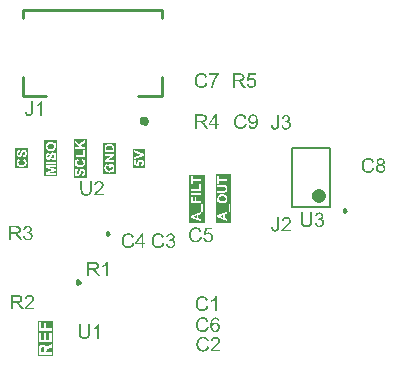
<source format=gto>
G04*
G04 #@! TF.GenerationSoftware,Altium Limited,Altium Designer,21.2.1 (34)*
G04*
G04 Layer_Color=65535*
%FSLAX25Y25*%
%MOIN*%
G70*
G04*
G04 #@! TF.SameCoordinates,1AC70225-6F52-4A50-A751-44ABBD7A4E0E*
G04*
G04*
G04 #@! TF.FilePolarity,Positive*
G04*
G01*
G75*
%ADD10C,0.01575*%
%ADD11C,0.00984*%
%ADD12C,0.02362*%
%ADD13C,0.01181*%
%ADD14C,0.01000*%
%ADD15C,0.00787*%
G36*
X19671Y3449D02*
X14512D01*
Y15375D01*
X19671D01*
Y3449D01*
D02*
G37*
G36*
X11371Y66063D02*
X7054D01*
Y72834D01*
X11371D01*
Y66063D01*
D02*
G37*
G36*
X40609Y64204D02*
X36292D01*
Y74693D01*
X40609D01*
Y64204D01*
D02*
G37*
G36*
X79070Y48000D02*
X73930D01*
Y64047D01*
X79070D01*
Y48000D01*
D02*
G37*
G36*
X30896Y62952D02*
X26579D01*
Y75945D01*
X30896D01*
Y62952D01*
D02*
G37*
G36*
X70211Y47946D02*
X65131D01*
Y63998D01*
X70211D01*
Y47946D01*
D02*
G37*
G36*
X21084Y63488D02*
X16766D01*
Y75410D01*
X21084D01*
Y63488D01*
D02*
G37*
G36*
X50461Y72582D02*
Y66315D01*
X46204D01*
Y72582D01*
X50461D01*
D02*
G37*
G36*
X87211Y97179D02*
X85289D01*
X85032Y95881D01*
X85039Y95888D01*
X85053Y95895D01*
X85073Y95909D01*
X85108Y95930D01*
X85150Y95951D01*
X85198Y95978D01*
X85309Y96034D01*
X85448Y96089D01*
X85601Y96138D01*
X85767Y96172D01*
X85851Y96186D01*
X86003D01*
X86045Y96179D01*
X86100Y96172D01*
X86163Y96166D01*
X86232Y96152D01*
X86309Y96131D01*
X86475Y96082D01*
X86565Y96048D01*
X86656Y95999D01*
X86746Y95951D01*
X86836Y95895D01*
X86919Y95825D01*
X87003Y95749D01*
X87010Y95742D01*
X87024Y95728D01*
X87044Y95708D01*
X87072Y95673D01*
X87107Y95624D01*
X87141Y95576D01*
X87183Y95513D01*
X87225Y95444D01*
X87259Y95367D01*
X87301Y95284D01*
X87336Y95187D01*
X87371Y95090D01*
X87398Y94986D01*
X87419Y94868D01*
X87433Y94750D01*
X87440Y94625D01*
Y94618D01*
Y94597D01*
Y94563D01*
X87433Y94514D01*
X87426Y94458D01*
X87419Y94396D01*
X87405Y94320D01*
X87391Y94243D01*
X87350Y94063D01*
X87280Y93875D01*
X87239Y93778D01*
X87183Y93688D01*
X87128Y93591D01*
X87058Y93501D01*
X87051Y93494D01*
X87037Y93473D01*
X87010Y93445D01*
X86975Y93410D01*
X86926Y93369D01*
X86871Y93313D01*
X86801Y93265D01*
X86725Y93209D01*
X86642Y93154D01*
X86545Y93105D01*
X86440Y93056D01*
X86329Y93008D01*
X86212Y92973D01*
X86080Y92945D01*
X85941Y92925D01*
X85795Y92918D01*
X85733D01*
X85684Y92925D01*
X85628Y92932D01*
X85566Y92939D01*
X85490Y92945D01*
X85413Y92966D01*
X85240Y93008D01*
X85066Y93070D01*
X84976Y93112D01*
X84886Y93161D01*
X84803Y93216D01*
X84719Y93278D01*
X84712Y93286D01*
X84699Y93292D01*
X84685Y93320D01*
X84657Y93348D01*
X84622Y93383D01*
X84588Y93424D01*
X84546Y93480D01*
X84511Y93542D01*
X84469Y93605D01*
X84428Y93681D01*
X84351Y93848D01*
X84289Y94042D01*
X84268Y94146D01*
X84254Y94257D01*
X84872Y94306D01*
Y94299D01*
Y94285D01*
X84879Y94264D01*
X84886Y94229D01*
X84907Y94153D01*
X84935Y94049D01*
X84976Y93945D01*
X85032Y93827D01*
X85101Y93723D01*
X85184Y93625D01*
X85198Y93619D01*
X85226Y93591D01*
X85281Y93556D01*
X85358Y93515D01*
X85441Y93473D01*
X85545Y93438D01*
X85663Y93410D01*
X85795Y93404D01*
X85837D01*
X85865Y93410D01*
X85948Y93417D01*
X86045Y93445D01*
X86163Y93480D01*
X86281Y93535D01*
X86406Y93619D01*
X86461Y93667D01*
X86517Y93723D01*
X86524Y93730D01*
X86531Y93737D01*
X86545Y93757D01*
X86565Y93778D01*
X86614Y93855D01*
X86669Y93952D01*
X86718Y94070D01*
X86767Y94215D01*
X86801Y94389D01*
X86815Y94479D01*
Y94576D01*
Y94583D01*
Y94597D01*
Y94625D01*
X86808Y94660D01*
Y94701D01*
X86801Y94750D01*
X86781Y94861D01*
X86746Y94993D01*
X86697Y95125D01*
X86628Y95249D01*
X86531Y95367D01*
Y95374D01*
X86517Y95381D01*
X86482Y95416D01*
X86420Y95465D01*
X86336Y95520D01*
X86225Y95569D01*
X86100Y95617D01*
X85955Y95652D01*
X85871Y95666D01*
X85739D01*
X85684Y95659D01*
X85615Y95652D01*
X85531Y95631D01*
X85448Y95610D01*
X85358Y95576D01*
X85268Y95534D01*
X85261Y95527D01*
X85233Y95513D01*
X85191Y95478D01*
X85136Y95444D01*
X85080Y95395D01*
X85025Y95333D01*
X84962Y95270D01*
X84914Y95194D01*
X84359Y95270D01*
X84824Y97741D01*
X87211D01*
Y97179D01*
D02*
G37*
G36*
X81943Y97796D02*
X82006D01*
X82152Y97790D01*
X82304Y97769D01*
X82471Y97748D01*
X82623Y97713D01*
X82700Y97692D01*
X82762Y97672D01*
X82769D01*
X82776Y97665D01*
X82818Y97644D01*
X82880Y97616D01*
X82957Y97567D01*
X83040Y97505D01*
X83130Y97422D01*
X83213Y97325D01*
X83297Y97214D01*
Y97207D01*
X83304Y97200D01*
X83331Y97158D01*
X83359Y97089D01*
X83401Y96998D01*
X83435Y96894D01*
X83470Y96769D01*
X83491Y96637D01*
X83498Y96492D01*
Y96485D01*
Y96471D01*
Y96443D01*
X83491Y96408D01*
Y96360D01*
X83484Y96311D01*
X83456Y96193D01*
X83415Y96055D01*
X83359Y95909D01*
X83276Y95763D01*
X83220Y95694D01*
X83165Y95624D01*
X83158Y95617D01*
X83151Y95610D01*
X83130Y95590D01*
X83102Y95569D01*
X83068Y95541D01*
X83026Y95513D01*
X82970Y95478D01*
X82915Y95437D01*
X82846Y95402D01*
X82769Y95367D01*
X82686Y95326D01*
X82596Y95291D01*
X82492Y95263D01*
X82388Y95229D01*
X82270Y95208D01*
X82145Y95187D01*
X82158Y95180D01*
X82186Y95166D01*
X82228Y95139D01*
X82283Y95111D01*
X82408Y95034D01*
X82471Y94986D01*
X82526Y94944D01*
X82540Y94930D01*
X82575Y94896D01*
X82630Y94840D01*
X82700Y94771D01*
X82776Y94674D01*
X82866Y94569D01*
X82957Y94445D01*
X83054Y94306D01*
X83880Y93001D01*
X83088D01*
X82457Y94000D01*
Y94007D01*
X82443Y94021D01*
X82429Y94042D01*
X82408Y94070D01*
X82360Y94146D01*
X82297Y94243D01*
X82221Y94347D01*
X82145Y94458D01*
X82068Y94563D01*
X81999Y94660D01*
X81992Y94666D01*
X81971Y94694D01*
X81936Y94736D01*
X81888Y94784D01*
X81784Y94889D01*
X81728Y94937D01*
X81673Y94979D01*
X81666Y94986D01*
X81652Y94993D01*
X81624Y95007D01*
X81582Y95027D01*
X81541Y95048D01*
X81492Y95069D01*
X81381Y95104D01*
X81374D01*
X81360Y95111D01*
X81333D01*
X81298Y95118D01*
X81249Y95125D01*
X81194D01*
X81117Y95131D01*
X80299D01*
Y93001D01*
X79660D01*
Y97803D01*
X81888D01*
X81943Y97796D01*
D02*
G37*
G36*
X97469Y83895D02*
X97559Y83881D01*
X97670Y83860D01*
X97795Y83826D01*
X97920Y83784D01*
X98045Y83728D01*
X98052D01*
X98058Y83722D01*
X98100Y83701D01*
X98163Y83659D01*
X98232Y83610D01*
X98315Y83541D01*
X98399Y83465D01*
X98482Y83375D01*
X98551Y83270D01*
X98558Y83257D01*
X98579Y83222D01*
X98607Y83159D01*
X98641Y83083D01*
X98676Y82993D01*
X98704Y82889D01*
X98725Y82771D01*
X98732Y82653D01*
Y82639D01*
Y82597D01*
X98725Y82542D01*
X98711Y82465D01*
X98690Y82375D01*
X98655Y82278D01*
X98614Y82181D01*
X98558Y82084D01*
X98551Y82070D01*
X98530Y82042D01*
X98489Y81993D01*
X98433Y81938D01*
X98364Y81875D01*
X98281Y81806D01*
X98183Y81744D01*
X98065Y81681D01*
X98072D01*
X98086Y81674D01*
X98107Y81667D01*
X98135Y81660D01*
X98211Y81633D01*
X98308Y81591D01*
X98419Y81535D01*
X98530Y81466D01*
X98634Y81376D01*
X98732Y81272D01*
X98738Y81258D01*
X98766Y81216D01*
X98808Y81147D01*
X98850Y81056D01*
X98891Y80945D01*
X98933Y80814D01*
X98961Y80661D01*
X98968Y80494D01*
Y80488D01*
Y80467D01*
Y80432D01*
X98961Y80390D01*
X98954Y80335D01*
X98940Y80272D01*
X98926Y80203D01*
X98912Y80127D01*
X98857Y79960D01*
X98815Y79870D01*
X98773Y79786D01*
X98718Y79696D01*
X98655Y79606D01*
X98586Y79516D01*
X98503Y79433D01*
X98496Y79426D01*
X98482Y79412D01*
X98454Y79391D01*
X98419Y79363D01*
X98378Y79329D01*
X98322Y79294D01*
X98260Y79252D01*
X98183Y79217D01*
X98107Y79176D01*
X98017Y79134D01*
X97927Y79100D01*
X97822Y79065D01*
X97711Y79037D01*
X97593Y79016D01*
X97475Y79002D01*
X97344Y78995D01*
X97281D01*
X97240Y79002D01*
X97184Y79009D01*
X97122Y79016D01*
X97052Y79030D01*
X96976Y79044D01*
X96809Y79086D01*
X96636Y79155D01*
X96545Y79197D01*
X96462Y79245D01*
X96379Y79308D01*
X96296Y79370D01*
X96289Y79377D01*
X96275Y79391D01*
X96254Y79412D01*
X96233Y79440D01*
X96198Y79474D01*
X96164Y79523D01*
X96122Y79571D01*
X96080Y79634D01*
X96039Y79703D01*
X95997Y79773D01*
X95921Y79939D01*
X95859Y80133D01*
X95838Y80238D01*
X95824Y80349D01*
X96414Y80425D01*
Y80418D01*
X96421Y80404D01*
X96428Y80376D01*
X96434Y80342D01*
X96441Y80300D01*
X96455Y80251D01*
X96490Y80147D01*
X96539Y80023D01*
X96601Y79905D01*
X96670Y79794D01*
X96754Y79696D01*
X96768Y79689D01*
X96795Y79662D01*
X96851Y79627D01*
X96920Y79592D01*
X97004Y79551D01*
X97108Y79516D01*
X97226Y79488D01*
X97351Y79481D01*
X97392D01*
X97420Y79488D01*
X97496Y79495D01*
X97593Y79516D01*
X97704Y79551D01*
X97822Y79599D01*
X97940Y79668D01*
X98052Y79766D01*
X98065Y79780D01*
X98100Y79821D01*
X98142Y79884D01*
X98197Y79967D01*
X98253Y80071D01*
X98294Y80189D01*
X98329Y80328D01*
X98343Y80480D01*
Y80488D01*
Y80501D01*
Y80522D01*
X98336Y80550D01*
X98329Y80626D01*
X98308Y80717D01*
X98281Y80827D01*
X98232Y80939D01*
X98163Y81050D01*
X98072Y81154D01*
X98058Y81168D01*
X98024Y81195D01*
X97968Y81237D01*
X97892Y81286D01*
X97795Y81334D01*
X97677Y81376D01*
X97545Y81403D01*
X97399Y81417D01*
X97337D01*
X97288Y81410D01*
X97226Y81403D01*
X97156Y81390D01*
X97073Y81376D01*
X96983Y81355D01*
X97052Y81875D01*
X97087D01*
X97115Y81868D01*
X97205D01*
X97281Y81882D01*
X97371Y81896D01*
X97475Y81917D01*
X97593Y81952D01*
X97704Y82000D01*
X97822Y82063D01*
X97829D01*
X97836Y82070D01*
X97871Y82098D01*
X97920Y82146D01*
X97975Y82209D01*
X98031Y82299D01*
X98079Y82403D01*
X98114Y82521D01*
X98128Y82590D01*
Y82667D01*
Y82674D01*
Y82680D01*
Y82722D01*
X98114Y82778D01*
X98100Y82854D01*
X98072Y82937D01*
X98038Y83027D01*
X97982Y83118D01*
X97906Y83201D01*
X97899Y83208D01*
X97864Y83236D01*
X97816Y83270D01*
X97753Y83312D01*
X97670Y83347D01*
X97573Y83381D01*
X97462Y83409D01*
X97337Y83416D01*
X97281D01*
X97219Y83402D01*
X97135Y83388D01*
X97045Y83361D01*
X96955Y83326D01*
X96858Y83270D01*
X96768Y83201D01*
X96761Y83194D01*
X96733Y83159D01*
X96691Y83111D01*
X96643Y83041D01*
X96594Y82951D01*
X96545Y82840D01*
X96504Y82708D01*
X96476Y82556D01*
X95886Y82660D01*
Y82667D01*
X95893Y82687D01*
X95900Y82715D01*
X95907Y82757D01*
X95921Y82805D01*
X95942Y82861D01*
X95983Y82993D01*
X96053Y83145D01*
X96136Y83298D01*
X96240Y83444D01*
X96372Y83576D01*
X96379Y83583D01*
X96393Y83590D01*
X96414Y83604D01*
X96441Y83624D01*
X96476Y83652D01*
X96525Y83680D01*
X96573Y83708D01*
X96636Y83742D01*
X96775Y83798D01*
X96934Y83853D01*
X97122Y83888D01*
X97219Y83902D01*
X97392D01*
X97469Y83895D01*
D02*
G37*
G36*
X95019Y80605D02*
Y80598D01*
Y80578D01*
Y80550D01*
Y80508D01*
X95012Y80453D01*
Y80397D01*
X94998Y80265D01*
X94984Y80113D01*
X94956Y79953D01*
X94915Y79807D01*
X94866Y79668D01*
Y79662D01*
X94859Y79655D01*
X94838Y79613D01*
X94804Y79558D01*
X94755Y79481D01*
X94686Y79405D01*
X94609Y79321D01*
X94512Y79238D01*
X94401Y79169D01*
X94387Y79162D01*
X94345Y79141D01*
X94283Y79113D01*
X94193Y79086D01*
X94082Y79051D01*
X93957Y79023D01*
X93818Y79002D01*
X93665Y78995D01*
X93603D01*
X93561Y79002D01*
X93506Y79009D01*
X93450Y79016D01*
X93305Y79044D01*
X93152Y79086D01*
X92992Y79148D01*
X92909Y79190D01*
X92833Y79238D01*
X92763Y79294D01*
X92694Y79356D01*
X92687Y79363D01*
X92680Y79370D01*
X92666Y79398D01*
X92645Y79426D01*
X92617Y79460D01*
X92590Y79509D01*
X92562Y79564D01*
X92527Y79627D01*
X92500Y79696D01*
X92472Y79780D01*
X92444Y79863D01*
X92416Y79960D01*
X92402Y80064D01*
X92382Y80182D01*
X92375Y80300D01*
Y80432D01*
X92951Y80515D01*
Y80508D01*
Y80494D01*
Y80467D01*
X92958Y80425D01*
X92965Y80383D01*
Y80335D01*
X92985Y80217D01*
X93006Y80092D01*
X93048Y79967D01*
X93089Y79856D01*
X93117Y79807D01*
X93152Y79766D01*
X93159Y79759D01*
X93186Y79738D01*
X93228Y79703D01*
X93284Y79668D01*
X93360Y79627D01*
X93443Y79599D01*
X93547Y79571D01*
X93659Y79564D01*
X93700D01*
X93742Y79571D01*
X93804Y79578D01*
X93867Y79592D01*
X93936Y79606D01*
X94006Y79634D01*
X94075Y79668D01*
X94082Y79676D01*
X94103Y79689D01*
X94130Y79717D01*
X94172Y79745D01*
X94207Y79794D01*
X94248Y79842D01*
X94283Y79898D01*
X94311Y79967D01*
Y79974D01*
X94325Y80002D01*
X94332Y80050D01*
X94345Y80113D01*
X94359Y80196D01*
X94366Y80300D01*
X94380Y80425D01*
Y80571D01*
Y83881D01*
X95019D01*
Y80605D01*
D02*
G37*
G36*
X95043Y46605D02*
Y46599D01*
Y46578D01*
Y46550D01*
Y46508D01*
X95036Y46453D01*
Y46397D01*
X95022Y46265D01*
X95008Y46113D01*
X94981Y45953D01*
X94939Y45807D01*
X94890Y45669D01*
Y45662D01*
X94883Y45655D01*
X94863Y45613D01*
X94828Y45557D01*
X94779Y45481D01*
X94710Y45405D01*
X94634Y45322D01*
X94536Y45238D01*
X94425Y45169D01*
X94411Y45162D01*
X94370Y45141D01*
X94307Y45113D01*
X94217Y45086D01*
X94106Y45051D01*
X93981Y45023D01*
X93842Y45002D01*
X93690Y44995D01*
X93627D01*
X93586Y45002D01*
X93530Y45009D01*
X93475Y45016D01*
X93329Y45044D01*
X93176Y45086D01*
X93016Y45148D01*
X92933Y45190D01*
X92857Y45238D01*
X92787Y45294D01*
X92718Y45356D01*
X92711Y45363D01*
X92704Y45370D01*
X92690Y45398D01*
X92669Y45426D01*
X92642Y45460D01*
X92614Y45509D01*
X92586Y45564D01*
X92551Y45627D01*
X92524Y45696D01*
X92496Y45780D01*
X92468Y45863D01*
X92440Y45960D01*
X92427Y46064D01*
X92406Y46182D01*
X92399Y46300D01*
Y46432D01*
X92975Y46515D01*
Y46508D01*
Y46494D01*
Y46467D01*
X92982Y46425D01*
X92989Y46383D01*
Y46335D01*
X93010Y46217D01*
X93030Y46092D01*
X93072Y45967D01*
X93114Y45856D01*
X93141Y45807D01*
X93176Y45766D01*
X93183Y45759D01*
X93211Y45738D01*
X93252Y45703D01*
X93308Y45669D01*
X93384Y45627D01*
X93468Y45599D01*
X93572Y45571D01*
X93683Y45564D01*
X93724D01*
X93766Y45571D01*
X93828Y45578D01*
X93891Y45592D01*
X93960Y45606D01*
X94030Y45634D01*
X94099Y45669D01*
X94106Y45676D01*
X94127Y45689D01*
X94155Y45717D01*
X94196Y45745D01*
X94231Y45794D01*
X94273Y45842D01*
X94307Y45898D01*
X94335Y45967D01*
Y45974D01*
X94349Y46002D01*
X94356Y46050D01*
X94370Y46113D01*
X94384Y46196D01*
X94391Y46300D01*
X94405Y46425D01*
Y46571D01*
Y49881D01*
X95043D01*
Y46605D01*
D02*
G37*
G36*
X97548Y49895D02*
X97604Y49888D01*
X97673Y49881D01*
X97750Y49867D01*
X97826Y49853D01*
X98006Y49805D01*
X98187Y49735D01*
X98277Y49694D01*
X98367Y49645D01*
X98450Y49583D01*
X98527Y49513D01*
X98534Y49506D01*
X98548Y49499D01*
X98562Y49472D01*
X98589Y49444D01*
X98624Y49409D01*
X98659Y49361D01*
X98693Y49312D01*
X98735Y49250D01*
X98804Y49118D01*
X98874Y48951D01*
X98902Y48868D01*
X98915Y48771D01*
X98929Y48674D01*
X98936Y48570D01*
Y48556D01*
Y48521D01*
X98929Y48465D01*
X98922Y48389D01*
X98909Y48306D01*
X98881Y48209D01*
X98853Y48105D01*
X98811Y48000D01*
X98804Y47987D01*
X98791Y47952D01*
X98763Y47896D01*
X98721Y47820D01*
X98666Y47737D01*
X98596Y47633D01*
X98513Y47528D01*
X98416Y47411D01*
X98402Y47397D01*
X98367Y47355D01*
X98333Y47320D01*
X98298Y47286D01*
X98256Y47244D01*
X98201Y47188D01*
X98145Y47133D01*
X98076Y47070D01*
X98006Y47001D01*
X97923Y46925D01*
X97833Y46848D01*
X97736Y46758D01*
X97625Y46668D01*
X97514Y46571D01*
X97507Y46564D01*
X97493Y46550D01*
X97465Y46529D01*
X97430Y46501D01*
X97389Y46460D01*
X97340Y46418D01*
X97229Y46328D01*
X97111Y46224D01*
X97000Y46120D01*
X96903Y46029D01*
X96861Y45995D01*
X96827Y45960D01*
X96820Y45953D01*
X96799Y45932D01*
X96771Y45904D01*
X96736Y45863D01*
X96702Y45814D01*
X96660Y45766D01*
X96577Y45648D01*
X98943D01*
Y45079D01*
X95758D01*
Y45086D01*
Y45113D01*
Y45155D01*
X95765Y45210D01*
X95772Y45273D01*
X95786Y45342D01*
X95799Y45412D01*
X95827Y45488D01*
Y45495D01*
X95834Y45502D01*
X95848Y45544D01*
X95876Y45606D01*
X95917Y45689D01*
X95973Y45786D01*
X96042Y45898D01*
X96119Y46009D01*
X96216Y46127D01*
Y46134D01*
X96230Y46141D01*
X96264Y46182D01*
X96327Y46245D01*
X96417Y46335D01*
X96521Y46439D01*
X96653Y46564D01*
X96813Y46703D01*
X96986Y46848D01*
X96993Y46855D01*
X97021Y46876D01*
X97062Y46911D01*
X97111Y46952D01*
X97174Y47008D01*
X97250Y47070D01*
X97326Y47140D01*
X97417Y47216D01*
X97590Y47383D01*
X97764Y47549D01*
X97847Y47633D01*
X97923Y47716D01*
X97992Y47792D01*
X98048Y47868D01*
Y47875D01*
X98062Y47882D01*
X98076Y47903D01*
X98090Y47931D01*
X98138Y48007D01*
X98194Y48098D01*
X98242Y48209D01*
X98291Y48327D01*
X98319Y48458D01*
X98333Y48583D01*
Y48590D01*
Y48597D01*
X98326Y48639D01*
X98319Y48708D01*
X98298Y48785D01*
X98270Y48882D01*
X98221Y48979D01*
X98159Y49076D01*
X98076Y49173D01*
X98062Y49187D01*
X98027Y49215D01*
X97979Y49250D01*
X97902Y49298D01*
X97805Y49340D01*
X97694Y49381D01*
X97562Y49409D01*
X97417Y49416D01*
X97375D01*
X97347Y49409D01*
X97264Y49402D01*
X97167Y49381D01*
X97062Y49354D01*
X96945Y49305D01*
X96833Y49243D01*
X96729Y49159D01*
X96715Y49145D01*
X96688Y49111D01*
X96646Y49055D01*
X96605Y48972D01*
X96556Y48875D01*
X96514Y48750D01*
X96487Y48611D01*
X96473Y48452D01*
X95869Y48514D01*
Y48521D01*
X95876Y48542D01*
Y48576D01*
X95883Y48625D01*
X95897Y48680D01*
X95911Y48743D01*
X95931Y48819D01*
X95952Y48896D01*
X96008Y49062D01*
X96091Y49229D01*
X96140Y49312D01*
X96202Y49395D01*
X96264Y49472D01*
X96334Y49541D01*
X96341Y49548D01*
X96355Y49555D01*
X96376Y49576D01*
X96410Y49597D01*
X96452Y49624D01*
X96500Y49652D01*
X96556Y49687D01*
X96625Y49722D01*
X96702Y49756D01*
X96785Y49791D01*
X96875Y49819D01*
X96972Y49846D01*
X97076Y49867D01*
X97188Y49888D01*
X97305Y49895D01*
X97430Y49902D01*
X97500D01*
X97548Y49895D01*
D02*
G37*
G36*
X12984Y85105D02*
Y85098D01*
Y85078D01*
Y85050D01*
Y85008D01*
X12977Y84953D01*
Y84897D01*
X12963Y84765D01*
X12949Y84613D01*
X12921Y84453D01*
X12880Y84307D01*
X12831Y84168D01*
Y84162D01*
X12824Y84155D01*
X12803Y84113D01*
X12769Y84057D01*
X12720Y83981D01*
X12651Y83905D01*
X12574Y83821D01*
X12477Y83738D01*
X12366Y83669D01*
X12352Y83662D01*
X12310Y83641D01*
X12248Y83613D01*
X12158Y83586D01*
X12047Y83551D01*
X11922Y83523D01*
X11783Y83502D01*
X11630Y83495D01*
X11568D01*
X11526Y83502D01*
X11471Y83509D01*
X11415Y83516D01*
X11270Y83544D01*
X11117Y83586D01*
X10957Y83648D01*
X10874Y83690D01*
X10798Y83738D01*
X10728Y83794D01*
X10659Y83856D01*
X10652Y83863D01*
X10645Y83870D01*
X10631Y83898D01*
X10610Y83926D01*
X10582Y83960D01*
X10555Y84009D01*
X10527Y84064D01*
X10492Y84127D01*
X10464Y84196D01*
X10437Y84280D01*
X10409Y84363D01*
X10381Y84460D01*
X10367Y84564D01*
X10346Y84682D01*
X10340Y84800D01*
Y84932D01*
X10916Y85015D01*
Y85008D01*
Y84994D01*
Y84967D01*
X10922Y84925D01*
X10929Y84883D01*
Y84835D01*
X10950Y84717D01*
X10971Y84592D01*
X11013Y84467D01*
X11054Y84356D01*
X11082Y84307D01*
X11117Y84266D01*
X11124Y84259D01*
X11152Y84238D01*
X11193Y84203D01*
X11249Y84168D01*
X11325Y84127D01*
X11408Y84099D01*
X11512Y84071D01*
X11623Y84064D01*
X11665D01*
X11707Y84071D01*
X11769Y84078D01*
X11832Y84092D01*
X11901Y84106D01*
X11970Y84134D01*
X12040Y84168D01*
X12047Y84175D01*
X12068Y84189D01*
X12095Y84217D01*
X12137Y84245D01*
X12172Y84294D01*
X12213Y84342D01*
X12248Y84398D01*
X12276Y84467D01*
Y84474D01*
X12290Y84502D01*
X12297Y84550D01*
X12310Y84613D01*
X12324Y84696D01*
X12331Y84800D01*
X12345Y84925D01*
Y85071D01*
Y88381D01*
X12984D01*
Y85105D01*
D02*
G37*
G36*
X16003Y83579D02*
X15413D01*
Y87333D01*
X15406Y87326D01*
X15371Y87299D01*
X15329Y87257D01*
X15260Y87208D01*
X15184Y87146D01*
X15087Y87076D01*
X14976Y87000D01*
X14851Y86924D01*
X14844D01*
X14837Y86917D01*
X14795Y86889D01*
X14726Y86854D01*
X14642Y86813D01*
X14545Y86764D01*
X14441Y86716D01*
X14337Y86667D01*
X14233Y86625D01*
Y87194D01*
X14240D01*
X14254Y87208D01*
X14281Y87215D01*
X14316Y87236D01*
X14358Y87257D01*
X14406Y87285D01*
X14524Y87354D01*
X14663Y87430D01*
X14802Y87528D01*
X14948Y87638D01*
X15093Y87757D01*
X15100Y87764D01*
X15107Y87770D01*
X15128Y87791D01*
X15156Y87812D01*
X15218Y87881D01*
X15302Y87965D01*
X15385Y88062D01*
X15475Y88173D01*
X15552Y88284D01*
X15621Y88402D01*
X16003D01*
Y83579D01*
D02*
G37*
G36*
X108545Y51395D02*
X108635Y51381D01*
X108746Y51360D01*
X108871Y51326D01*
X108996Y51284D01*
X109121Y51228D01*
X109127D01*
X109134Y51222D01*
X109176Y51201D01*
X109239Y51159D01*
X109308Y51111D01*
X109391Y51041D01*
X109475Y50965D01*
X109558Y50875D01*
X109627Y50770D01*
X109634Y50757D01*
X109655Y50722D01*
X109683Y50659D01*
X109717Y50583D01*
X109752Y50493D01*
X109780Y50389D01*
X109801Y50271D01*
X109808Y50153D01*
Y50139D01*
Y50097D01*
X109801Y50042D01*
X109787Y49965D01*
X109766Y49875D01*
X109731Y49778D01*
X109690Y49681D01*
X109634Y49584D01*
X109627Y49570D01*
X109606Y49542D01*
X109565Y49493D01*
X109509Y49438D01*
X109440Y49376D01*
X109356Y49306D01*
X109259Y49244D01*
X109141Y49181D01*
X109148D01*
X109162Y49174D01*
X109183Y49167D01*
X109211Y49160D01*
X109287Y49133D01*
X109384Y49091D01*
X109495Y49035D01*
X109606Y48966D01*
X109711Y48876D01*
X109808Y48772D01*
X109815Y48758D01*
X109842Y48716D01*
X109884Y48647D01*
X109926Y48557D01*
X109967Y48445D01*
X110009Y48314D01*
X110037Y48161D01*
X110044Y47994D01*
Y47987D01*
Y47967D01*
Y47932D01*
X110037Y47890D01*
X110030Y47835D01*
X110016Y47772D01*
X110002Y47703D01*
X109988Y47627D01*
X109932Y47460D01*
X109891Y47370D01*
X109849Y47286D01*
X109794Y47196D01*
X109731Y47106D01*
X109662Y47016D01*
X109579Y46933D01*
X109572Y46926D01*
X109558Y46912D01*
X109530Y46891D01*
X109495Y46863D01*
X109454Y46828D01*
X109398Y46794D01*
X109336Y46752D01*
X109259Y46717D01*
X109183Y46676D01*
X109093Y46634D01*
X109003Y46600D01*
X108898Y46565D01*
X108787Y46537D01*
X108669Y46516D01*
X108552Y46502D01*
X108420Y46495D01*
X108357D01*
X108316Y46502D01*
X108260Y46509D01*
X108198Y46516D01*
X108128Y46530D01*
X108052Y46544D01*
X107885Y46586D01*
X107712Y46655D01*
X107622Y46697D01*
X107538Y46745D01*
X107455Y46808D01*
X107372Y46870D01*
X107365Y46877D01*
X107351Y46891D01*
X107330Y46912D01*
X107309Y46940D01*
X107274Y46974D01*
X107240Y47023D01*
X107198Y47071D01*
X107157Y47134D01*
X107115Y47203D01*
X107073Y47273D01*
X106997Y47439D01*
X106934Y47633D01*
X106914Y47738D01*
X106900Y47849D01*
X107490Y47925D01*
Y47918D01*
X107497Y47904D01*
X107503Y47876D01*
X107510Y47842D01*
X107517Y47800D01*
X107531Y47752D01*
X107566Y47647D01*
X107615Y47523D01*
X107677Y47405D01*
X107747Y47293D01*
X107830Y47196D01*
X107844Y47189D01*
X107871Y47162D01*
X107927Y47127D01*
X107996Y47092D01*
X108080Y47051D01*
X108184Y47016D01*
X108302Y46988D01*
X108427Y46981D01*
X108468D01*
X108496Y46988D01*
X108572Y46995D01*
X108669Y47016D01*
X108781Y47051D01*
X108898Y47099D01*
X109017Y47168D01*
X109127Y47266D01*
X109141Y47280D01*
X109176Y47321D01*
X109218Y47384D01*
X109273Y47467D01*
X109329Y47571D01*
X109370Y47689D01*
X109405Y47828D01*
X109419Y47980D01*
Y47987D01*
Y48001D01*
Y48022D01*
X109412Y48050D01*
X109405Y48126D01*
X109384Y48217D01*
X109356Y48327D01*
X109308Y48439D01*
X109239Y48550D01*
X109148Y48654D01*
X109134Y48668D01*
X109100Y48695D01*
X109044Y48737D01*
X108968Y48786D01*
X108871Y48834D01*
X108753Y48876D01*
X108621Y48904D01*
X108475Y48917D01*
X108413D01*
X108364Y48910D01*
X108302Y48904D01*
X108232Y48890D01*
X108149Y48876D01*
X108059Y48855D01*
X108128Y49376D01*
X108163D01*
X108191Y49369D01*
X108281D01*
X108357Y49382D01*
X108447Y49396D01*
X108552Y49417D01*
X108669Y49452D01*
X108781Y49500D01*
X108898Y49563D01*
X108905D01*
X108912Y49570D01*
X108947Y49597D01*
X108996Y49646D01*
X109051Y49709D01*
X109107Y49799D01*
X109155Y49903D01*
X109190Y50021D01*
X109204Y50090D01*
Y50167D01*
Y50174D01*
Y50181D01*
Y50222D01*
X109190Y50278D01*
X109176Y50354D01*
X109148Y50437D01*
X109114Y50528D01*
X109058Y50618D01*
X108982Y50701D01*
X108975Y50708D01*
X108940Y50736D01*
X108892Y50770D01*
X108829Y50812D01*
X108746Y50847D01*
X108649Y50881D01*
X108538Y50909D01*
X108413Y50916D01*
X108357D01*
X108295Y50902D01*
X108211Y50888D01*
X108121Y50861D01*
X108031Y50826D01*
X107934Y50770D01*
X107844Y50701D01*
X107837Y50694D01*
X107809Y50659D01*
X107767Y50611D01*
X107719Y50541D01*
X107670Y50451D01*
X107622Y50340D01*
X107580Y50208D01*
X107552Y50056D01*
X106962Y50160D01*
Y50167D01*
X106969Y50187D01*
X106976Y50215D01*
X106983Y50257D01*
X106997Y50305D01*
X107018Y50361D01*
X107059Y50493D01*
X107129Y50646D01*
X107212Y50798D01*
X107316Y50944D01*
X107448Y51076D01*
X107455Y51083D01*
X107469Y51090D01*
X107490Y51104D01*
X107517Y51124D01*
X107552Y51152D01*
X107601Y51180D01*
X107649Y51208D01*
X107712Y51242D01*
X107851Y51298D01*
X108010Y51353D01*
X108198Y51388D01*
X108295Y51402D01*
X108468D01*
X108545Y51395D01*
D02*
G37*
G36*
X106074Y48605D02*
Y48598D01*
Y48570D01*
Y48536D01*
Y48487D01*
X106067Y48425D01*
Y48355D01*
X106060Y48272D01*
X106053Y48189D01*
X106032Y48001D01*
X106005Y47807D01*
X105963Y47620D01*
X105935Y47529D01*
X105907Y47446D01*
Y47439D01*
X105900Y47425D01*
X105886Y47405D01*
X105873Y47377D01*
X105831Y47300D01*
X105769Y47203D01*
X105685Y47092D01*
X105588Y46981D01*
X105463Y46863D01*
X105310Y46759D01*
X105304D01*
X105290Y46745D01*
X105269Y46738D01*
X105234Y46717D01*
X105192Y46697D01*
X105137Y46676D01*
X105081Y46655D01*
X105012Y46627D01*
X104936Y46600D01*
X104852Y46579D01*
X104762Y46558D01*
X104658Y46537D01*
X104554Y46523D01*
X104443Y46509D01*
X104193Y46495D01*
X104131D01*
X104082Y46502D01*
X104027D01*
X103957Y46509D01*
X103881Y46516D01*
X103805Y46523D01*
X103631Y46551D01*
X103444Y46593D01*
X103263Y46648D01*
X103090Y46724D01*
X103083D01*
X103069Y46738D01*
X103048Y46752D01*
X103020Y46766D01*
X102944Y46821D01*
X102854Y46898D01*
X102750Y46995D01*
X102653Y47106D01*
X102555Y47245D01*
X102479Y47398D01*
Y47405D01*
X102472Y47418D01*
X102465Y47446D01*
X102451Y47481D01*
X102437Y47523D01*
X102424Y47578D01*
X102403Y47640D01*
X102389Y47717D01*
X102375Y47800D01*
X102354Y47890D01*
X102340Y47987D01*
X102326Y48092D01*
X102312Y48210D01*
X102305Y48335D01*
X102299Y48466D01*
Y48605D01*
Y51381D01*
X102937D01*
Y48605D01*
Y48598D01*
Y48577D01*
Y48543D01*
Y48501D01*
X102944Y48452D01*
Y48390D01*
X102951Y48258D01*
X102965Y48105D01*
X102986Y47953D01*
X103013Y47807D01*
X103027Y47745D01*
X103048Y47682D01*
X103055Y47668D01*
X103069Y47633D01*
X103104Y47585D01*
X103145Y47515D01*
X103194Y47446D01*
X103263Y47370D01*
X103347Y47293D01*
X103444Y47231D01*
X103457Y47224D01*
X103492Y47203D01*
X103555Y47182D01*
X103638Y47155D01*
X103735Y47120D01*
X103860Y47099D01*
X103992Y47078D01*
X104138Y47071D01*
X104207D01*
X104249Y47078D01*
X104311D01*
X104374Y47085D01*
X104526Y47113D01*
X104693Y47148D01*
X104852Y47203D01*
X105005Y47280D01*
X105075Y47328D01*
X105137Y47384D01*
X105144Y47391D01*
X105151Y47398D01*
X105165Y47418D01*
X105186Y47446D01*
X105206Y47488D01*
X105234Y47529D01*
X105262Y47592D01*
X105290Y47654D01*
X105317Y47731D01*
X105338Y47821D01*
X105366Y47925D01*
X105387Y48036D01*
X105408Y48161D01*
X105422Y48293D01*
X105435Y48445D01*
Y48605D01*
Y51381D01*
X106074D01*
Y48605D01*
D02*
G37*
G36*
X32598Y59105D02*
Y59098D01*
Y59070D01*
Y59036D01*
Y58987D01*
X32591Y58925D01*
Y58855D01*
X32584Y58772D01*
X32577Y58689D01*
X32557Y58501D01*
X32529Y58307D01*
X32487Y58120D01*
X32459Y58029D01*
X32432Y57946D01*
Y57939D01*
X32425Y57925D01*
X32411Y57904D01*
X32397Y57877D01*
X32355Y57800D01*
X32293Y57703D01*
X32210Y57592D01*
X32112Y57481D01*
X31988Y57363D01*
X31835Y57259D01*
X31828D01*
X31814Y57245D01*
X31793Y57238D01*
X31758Y57217D01*
X31717Y57197D01*
X31661Y57176D01*
X31606Y57155D01*
X31536Y57127D01*
X31460Y57099D01*
X31377Y57079D01*
X31286Y57058D01*
X31182Y57037D01*
X31078Y57023D01*
X30967Y57009D01*
X30718Y56995D01*
X30655D01*
X30606Y57002D01*
X30551D01*
X30481Y57009D01*
X30405Y57016D01*
X30329Y57023D01*
X30155Y57051D01*
X29968Y57092D01*
X29787Y57148D01*
X29614Y57224D01*
X29607D01*
X29593Y57238D01*
X29572Y57252D01*
X29545Y57266D01*
X29468Y57322D01*
X29378Y57398D01*
X29274Y57495D01*
X29177Y57606D01*
X29080Y57745D01*
X29003Y57898D01*
Y57904D01*
X28996Y57918D01*
X28989Y57946D01*
X28975Y57981D01*
X28962Y58022D01*
X28948Y58078D01*
X28927Y58140D01*
X28913Y58217D01*
X28899Y58300D01*
X28878Y58390D01*
X28864Y58487D01*
X28851Y58592D01*
X28837Y58710D01*
X28830Y58834D01*
X28823Y58966D01*
Y59105D01*
Y61881D01*
X29461D01*
Y59105D01*
Y59098D01*
Y59077D01*
Y59043D01*
Y59001D01*
X29468Y58952D01*
Y58890D01*
X29475Y58758D01*
X29489Y58605D01*
X29510Y58453D01*
X29538Y58307D01*
X29552Y58245D01*
X29572Y58182D01*
X29579Y58168D01*
X29593Y58134D01*
X29628Y58085D01*
X29669Y58016D01*
X29718Y57946D01*
X29787Y57870D01*
X29871Y57793D01*
X29968Y57731D01*
X29982Y57724D01*
X30016Y57703D01*
X30079Y57682D01*
X30162Y57655D01*
X30259Y57620D01*
X30384Y57599D01*
X30516Y57578D01*
X30662Y57571D01*
X30731D01*
X30773Y57578D01*
X30835D01*
X30898Y57585D01*
X31051Y57613D01*
X31217Y57648D01*
X31377Y57703D01*
X31529Y57780D01*
X31599Y57828D01*
X31661Y57884D01*
X31668Y57891D01*
X31675Y57898D01*
X31689Y57918D01*
X31710Y57946D01*
X31731Y57988D01*
X31758Y58029D01*
X31786Y58092D01*
X31814Y58154D01*
X31842Y58231D01*
X31863Y58321D01*
X31890Y58425D01*
X31911Y58536D01*
X31932Y58661D01*
X31946Y58793D01*
X31960Y58946D01*
Y59105D01*
Y61881D01*
X32598D01*
Y59105D01*
D02*
G37*
G36*
X35124Y61895D02*
X35180Y61888D01*
X35249Y61881D01*
X35326Y61867D01*
X35402Y61853D01*
X35582Y61805D01*
X35763Y61735D01*
X35853Y61694D01*
X35943Y61645D01*
X36027Y61583D01*
X36103Y61513D01*
X36110Y61506D01*
X36124Y61499D01*
X36138Y61472D01*
X36165Y61444D01*
X36200Y61409D01*
X36235Y61361D01*
X36270Y61312D01*
X36311Y61250D01*
X36380Y61118D01*
X36450Y60951D01*
X36478Y60868D01*
X36492Y60771D01*
X36505Y60674D01*
X36512Y60570D01*
Y60556D01*
Y60521D01*
X36505Y60465D01*
X36498Y60389D01*
X36485Y60306D01*
X36457Y60209D01*
X36429Y60105D01*
X36387Y60000D01*
X36380Y59987D01*
X36367Y59952D01*
X36339Y59896D01*
X36297Y59820D01*
X36242Y59737D01*
X36172Y59633D01*
X36089Y59528D01*
X35992Y59411D01*
X35978Y59397D01*
X35943Y59355D01*
X35909Y59320D01*
X35874Y59286D01*
X35832Y59244D01*
X35777Y59188D01*
X35721Y59133D01*
X35652Y59070D01*
X35582Y59001D01*
X35499Y58925D01*
X35409Y58848D01*
X35312Y58758D01*
X35201Y58668D01*
X35090Y58571D01*
X35083Y58564D01*
X35069Y58550D01*
X35041Y58529D01*
X35006Y58501D01*
X34965Y58460D01*
X34916Y58418D01*
X34805Y58328D01*
X34687Y58224D01*
X34576Y58120D01*
X34479Y58029D01*
X34437Y57995D01*
X34403Y57960D01*
X34396Y57953D01*
X34375Y57932D01*
X34347Y57904D01*
X34312Y57863D01*
X34278Y57814D01*
X34236Y57766D01*
X34153Y57648D01*
X36519D01*
Y57079D01*
X33334D01*
Y57086D01*
Y57113D01*
Y57155D01*
X33341Y57210D01*
X33348Y57273D01*
X33362Y57342D01*
X33375Y57412D01*
X33403Y57488D01*
Y57495D01*
X33410Y57502D01*
X33424Y57544D01*
X33452Y57606D01*
X33494Y57689D01*
X33549Y57787D01*
X33618Y57898D01*
X33695Y58009D01*
X33792Y58127D01*
Y58134D01*
X33806Y58140D01*
X33841Y58182D01*
X33903Y58245D01*
X33993Y58335D01*
X34097Y58439D01*
X34229Y58564D01*
X34389Y58703D01*
X34562Y58848D01*
X34569Y58855D01*
X34597Y58876D01*
X34639Y58911D01*
X34687Y58952D01*
X34750Y59008D01*
X34826Y59070D01*
X34902Y59140D01*
X34993Y59216D01*
X35166Y59383D01*
X35339Y59549D01*
X35423Y59633D01*
X35499Y59716D01*
X35568Y59792D01*
X35624Y59869D01*
Y59876D01*
X35638Y59882D01*
X35652Y59903D01*
X35666Y59931D01*
X35714Y60007D01*
X35770Y60097D01*
X35818Y60209D01*
X35867Y60327D01*
X35895Y60458D01*
X35909Y60583D01*
Y60590D01*
Y60597D01*
X35902Y60639D01*
X35895Y60708D01*
X35874Y60785D01*
X35846Y60882D01*
X35798Y60979D01*
X35735Y61076D01*
X35652Y61173D01*
X35638Y61187D01*
X35603Y61215D01*
X35555Y61250D01*
X35478Y61298D01*
X35381Y61340D01*
X35270Y61381D01*
X35138Y61409D01*
X34993Y61416D01*
X34951D01*
X34923Y61409D01*
X34840Y61402D01*
X34743Y61381D01*
X34639Y61354D01*
X34521Y61305D01*
X34409Y61243D01*
X34305Y61159D01*
X34292Y61146D01*
X34264Y61111D01*
X34222Y61055D01*
X34181Y60972D01*
X34132Y60875D01*
X34090Y60750D01*
X34062Y60611D01*
X34049Y60452D01*
X33445Y60514D01*
Y60521D01*
X33452Y60542D01*
Y60576D01*
X33459Y60625D01*
X33473Y60681D01*
X33487Y60743D01*
X33507Y60819D01*
X33528Y60896D01*
X33584Y61062D01*
X33667Y61229D01*
X33716Y61312D01*
X33778Y61395D01*
X33841Y61472D01*
X33910Y61541D01*
X33917Y61548D01*
X33931Y61555D01*
X33952Y61576D01*
X33986Y61597D01*
X34028Y61624D01*
X34076Y61652D01*
X34132Y61687D01*
X34201Y61721D01*
X34278Y61756D01*
X34361Y61791D01*
X34451Y61819D01*
X34548Y61846D01*
X34652Y61867D01*
X34764Y61888D01*
X34881Y61895D01*
X35006Y61902D01*
X35076D01*
X35124Y61895D01*
D02*
G37*
G36*
X31994Y11365D02*
Y11358D01*
Y11330D01*
Y11296D01*
Y11247D01*
X31987Y11185D01*
Y11115D01*
X31980Y11032D01*
X31973Y10949D01*
X31953Y10761D01*
X31925Y10567D01*
X31883Y10379D01*
X31855Y10289D01*
X31828Y10206D01*
Y10199D01*
X31821Y10185D01*
X31807Y10164D01*
X31793Y10137D01*
X31751Y10060D01*
X31689Y9963D01*
X31605Y9852D01*
X31508Y9741D01*
X31383Y9623D01*
X31231Y9519D01*
X31224D01*
X31210Y9505D01*
X31189Y9498D01*
X31154Y9477D01*
X31113Y9456D01*
X31057Y9436D01*
X31002Y9415D01*
X30932Y9387D01*
X30856Y9359D01*
X30773Y9339D01*
X30683Y9318D01*
X30578Y9297D01*
X30474Y9283D01*
X30363Y9269D01*
X30113Y9255D01*
X30051D01*
X30002Y9262D01*
X29947D01*
X29877Y9269D01*
X29801Y9276D01*
X29725Y9283D01*
X29551Y9311D01*
X29364Y9352D01*
X29183Y9408D01*
X29010Y9484D01*
X29003D01*
X28989Y9498D01*
X28968Y9512D01*
X28940Y9526D01*
X28864Y9581D01*
X28774Y9658D01*
X28670Y9755D01*
X28573Y9866D01*
X28475Y10005D01*
X28399Y10157D01*
Y10164D01*
X28392Y10178D01*
X28385Y10206D01*
X28371Y10241D01*
X28358Y10282D01*
X28344Y10338D01*
X28323Y10400D01*
X28309Y10477D01*
X28295Y10560D01*
X28274Y10650D01*
X28260Y10747D01*
X28247Y10851D01*
X28233Y10969D01*
X28226Y11094D01*
X28219Y11226D01*
Y11365D01*
Y14141D01*
X28857D01*
Y11365D01*
Y11358D01*
Y11337D01*
Y11303D01*
Y11261D01*
X28864Y11212D01*
Y11150D01*
X28871Y11018D01*
X28885Y10865D01*
X28906Y10713D01*
X28934Y10567D01*
X28947Y10504D01*
X28968Y10442D01*
X28975Y10428D01*
X28989Y10393D01*
X29024Y10345D01*
X29065Y10275D01*
X29114Y10206D01*
X29183Y10130D01*
X29267Y10053D01*
X29364Y9991D01*
X29378Y9984D01*
X29412Y9963D01*
X29475Y9942D01*
X29558Y9915D01*
X29655Y9880D01*
X29780Y9859D01*
X29912Y9838D01*
X30058Y9831D01*
X30127D01*
X30169Y9838D01*
X30231D01*
X30294Y9845D01*
X30446Y9873D01*
X30613Y9908D01*
X30773Y9963D01*
X30925Y10039D01*
X30995Y10088D01*
X31057Y10143D01*
X31064Y10150D01*
X31071Y10157D01*
X31085Y10178D01*
X31106Y10206D01*
X31127Y10248D01*
X31154Y10289D01*
X31182Y10352D01*
X31210Y10414D01*
X31238Y10491D01*
X31258Y10581D01*
X31286Y10685D01*
X31307Y10796D01*
X31328Y10921D01*
X31342Y11053D01*
X31356Y11205D01*
Y11365D01*
Y14141D01*
X31994D01*
Y11365D01*
D02*
G37*
G36*
X35034Y9339D02*
X34444D01*
Y13093D01*
X34437Y13086D01*
X34402Y13058D01*
X34361Y13017D01*
X34291Y12968D01*
X34215Y12906D01*
X34118Y12836D01*
X34007Y12760D01*
X33882Y12684D01*
X33875D01*
X33868Y12677D01*
X33826Y12649D01*
X33757Y12614D01*
X33674Y12573D01*
X33576Y12524D01*
X33472Y12475D01*
X33368Y12427D01*
X33264Y12385D01*
Y12954D01*
X33271D01*
X33285Y12968D01*
X33313Y12975D01*
X33347Y12996D01*
X33389Y13017D01*
X33438Y13044D01*
X33556Y13114D01*
X33694Y13190D01*
X33833Y13287D01*
X33979Y13398D01*
X34125Y13516D01*
X34132Y13523D01*
X34139Y13530D01*
X34159Y13551D01*
X34187Y13572D01*
X34250Y13641D01*
X34333Y13725D01*
X34416Y13822D01*
X34506Y13933D01*
X34583Y14044D01*
X34652Y14162D01*
X35034D01*
Y9339D01*
D02*
G37*
G36*
X74210Y80992D02*
X74862D01*
Y80451D01*
X74210D01*
Y79299D01*
X73620D01*
Y80451D01*
X71531D01*
Y80992D01*
X73731Y84101D01*
X74210D01*
Y80992D01*
D02*
G37*
G36*
X69421Y84094D02*
X69484D01*
X69629Y84087D01*
X69782Y84066D01*
X69949Y84046D01*
X70101Y84011D01*
X70178Y83990D01*
X70240Y83969D01*
X70247D01*
X70254Y83962D01*
X70296Y83942D01*
X70358Y83914D01*
X70434Y83865D01*
X70518Y83803D01*
X70608Y83719D01*
X70691Y83622D01*
X70775Y83511D01*
Y83504D01*
X70781Y83498D01*
X70809Y83456D01*
X70837Y83386D01*
X70878Y83296D01*
X70913Y83192D01*
X70948Y83067D01*
X70969Y82935D01*
X70976Y82790D01*
Y82783D01*
Y82769D01*
Y82741D01*
X70969Y82706D01*
Y82658D01*
X70962Y82609D01*
X70934Y82491D01*
X70892Y82352D01*
X70837Y82207D01*
X70754Y82061D01*
X70698Y81991D01*
X70643Y81922D01*
X70636Y81915D01*
X70629Y81908D01*
X70608Y81887D01*
X70580Y81867D01*
X70545Y81839D01*
X70504Y81811D01*
X70448Y81776D01*
X70393Y81735D01*
X70323Y81700D01*
X70247Y81665D01*
X70164Y81624D01*
X70073Y81589D01*
X69969Y81561D01*
X69865Y81526D01*
X69747Y81506D01*
X69622Y81485D01*
X69636Y81478D01*
X69664Y81464D01*
X69706Y81436D01*
X69761Y81409D01*
X69886Y81332D01*
X69949Y81284D01*
X70004Y81242D01*
X70018Y81228D01*
X70053Y81193D01*
X70108Y81138D01*
X70178Y81068D01*
X70254Y80971D01*
X70344Y80867D01*
X70434Y80742D01*
X70532Y80603D01*
X71357Y79299D01*
X70566D01*
X69935Y80298D01*
Y80305D01*
X69921Y80319D01*
X69907Y80340D01*
X69886Y80367D01*
X69837Y80444D01*
X69775Y80541D01*
X69699Y80645D01*
X69622Y80756D01*
X69546Y80860D01*
X69477Y80957D01*
X69470Y80964D01*
X69449Y80992D01*
X69414Y81034D01*
X69366Y81082D01*
X69261Y81186D01*
X69206Y81235D01*
X69151Y81277D01*
X69144Y81284D01*
X69130Y81291D01*
X69102Y81304D01*
X69060Y81325D01*
X69019Y81346D01*
X68970Y81367D01*
X68859Y81402D01*
X68852D01*
X68838Y81409D01*
X68810D01*
X68776Y81415D01*
X68727Y81422D01*
X68672D01*
X68595Y81429D01*
X67776D01*
Y79299D01*
X67138D01*
Y84101D01*
X69366D01*
X69421Y84094D01*
D02*
G37*
G36*
X11373Y46946D02*
X11464Y46933D01*
X11575Y46912D01*
X11700Y46877D01*
X11825Y46835D01*
X11949Y46780D01*
X11956D01*
X11963Y46773D01*
X12005Y46752D01*
X12067Y46710D01*
X12137Y46662D01*
X12220Y46592D01*
X12303Y46516D01*
X12387Y46426D01*
X12456Y46322D01*
X12463Y46308D01*
X12484Y46273D01*
X12512Y46211D01*
X12546Y46134D01*
X12581Y46044D01*
X12609Y45940D01*
X12630Y45822D01*
X12637Y45704D01*
Y45690D01*
Y45649D01*
X12630Y45593D01*
X12616Y45517D01*
X12595Y45426D01*
X12560Y45329D01*
X12519Y45232D01*
X12463Y45135D01*
X12456Y45121D01*
X12435Y45093D01*
X12394Y45045D01*
X12338Y44989D01*
X12269Y44927D01*
X12185Y44857D01*
X12088Y44795D01*
X11970Y44732D01*
X11977D01*
X11991Y44725D01*
X12012Y44719D01*
X12040Y44712D01*
X12116Y44684D01*
X12213Y44642D01*
X12324Y44587D01*
X12435Y44517D01*
X12539Y44427D01*
X12637Y44323D01*
X12643Y44309D01*
X12671Y44267D01*
X12713Y44198D01*
X12754Y44108D01*
X12796Y43997D01*
X12838Y43865D01*
X12866Y43712D01*
X12873Y43546D01*
Y43539D01*
Y43518D01*
Y43483D01*
X12866Y43442D01*
X12859Y43386D01*
X12845Y43324D01*
X12831Y43254D01*
X12817Y43178D01*
X12762Y43011D01*
X12720Y42921D01*
X12678Y42838D01*
X12623Y42748D01*
X12560Y42657D01*
X12491Y42567D01*
X12408Y42484D01*
X12401Y42477D01*
X12387Y42463D01*
X12359Y42442D01*
X12324Y42415D01*
X12283Y42380D01*
X12227Y42345D01*
X12165Y42303D01*
X12088Y42269D01*
X12012Y42227D01*
X11922Y42186D01*
X11831Y42151D01*
X11727Y42116D01*
X11616Y42088D01*
X11498Y42068D01*
X11380Y42054D01*
X11249Y42047D01*
X11186D01*
X11145Y42054D01*
X11089Y42061D01*
X11027Y42068D01*
X10957Y42081D01*
X10881Y42095D01*
X10714Y42137D01*
X10541Y42206D01*
X10451Y42248D01*
X10367Y42297D01*
X10284Y42359D01*
X10201Y42421D01*
X10194Y42428D01*
X10180Y42442D01*
X10159Y42463D01*
X10138Y42491D01*
X10103Y42526D01*
X10069Y42574D01*
X10027Y42623D01*
X9985Y42685D01*
X9944Y42755D01*
X9902Y42824D01*
X9826Y42991D01*
X9763Y43185D01*
X9743Y43289D01*
X9729Y43400D01*
X10319Y43476D01*
Y43469D01*
X10326Y43455D01*
X10333Y43428D01*
X10339Y43393D01*
X10346Y43351D01*
X10360Y43303D01*
X10395Y43199D01*
X10443Y43074D01*
X10506Y42956D01*
X10575Y42845D01*
X10659Y42748D01*
X10672Y42741D01*
X10700Y42713D01*
X10756Y42678D01*
X10825Y42643D01*
X10909Y42602D01*
X11013Y42567D01*
X11131Y42539D01*
X11255Y42533D01*
X11297D01*
X11325Y42539D01*
X11401Y42546D01*
X11498Y42567D01*
X11609Y42602D01*
X11727Y42650D01*
X11845Y42720D01*
X11956Y42817D01*
X11970Y42831D01*
X12005Y42873D01*
X12047Y42935D01*
X12102Y43018D01*
X12158Y43122D01*
X12199Y43240D01*
X12234Y43379D01*
X12248Y43532D01*
Y43539D01*
Y43553D01*
Y43573D01*
X12241Y43601D01*
X12234Y43678D01*
X12213Y43768D01*
X12185Y43879D01*
X12137Y43990D01*
X12067Y44101D01*
X11977Y44205D01*
X11963Y44219D01*
X11929Y44247D01*
X11873Y44288D01*
X11797Y44337D01*
X11700Y44385D01*
X11582Y44427D01*
X11450Y44455D01*
X11304Y44469D01*
X11242D01*
X11193Y44462D01*
X11131Y44455D01*
X11061Y44441D01*
X10978Y44427D01*
X10888Y44406D01*
X10957Y44927D01*
X10992D01*
X11020Y44920D01*
X11110D01*
X11186Y44934D01*
X11276Y44948D01*
X11380Y44969D01*
X11498Y45003D01*
X11609Y45052D01*
X11727Y45114D01*
X11734D01*
X11741Y45121D01*
X11776Y45149D01*
X11825Y45197D01*
X11880Y45260D01*
X11936Y45350D01*
X11984Y45454D01*
X12019Y45572D01*
X12033Y45642D01*
Y45718D01*
Y45725D01*
Y45732D01*
Y45774D01*
X12019Y45829D01*
X12005Y45905D01*
X11977Y45989D01*
X11943Y46079D01*
X11887Y46169D01*
X11811Y46252D01*
X11804Y46259D01*
X11769Y46287D01*
X11721Y46322D01*
X11658Y46363D01*
X11575Y46398D01*
X11478Y46433D01*
X11366Y46461D01*
X11242Y46468D01*
X11186D01*
X11124Y46454D01*
X11040Y46440D01*
X10950Y46412D01*
X10860Y46377D01*
X10763Y46322D01*
X10672Y46252D01*
X10666Y46245D01*
X10638Y46211D01*
X10596Y46162D01*
X10548Y46093D01*
X10499Y46003D01*
X10451Y45891D01*
X10409Y45760D01*
X10381Y45607D01*
X9791Y45711D01*
Y45718D01*
X9798Y45739D01*
X9805Y45767D01*
X9812Y45808D01*
X9826Y45857D01*
X9847Y45912D01*
X9888Y46044D01*
X9958Y46197D01*
X10041Y46349D01*
X10145Y46495D01*
X10277Y46627D01*
X10284Y46634D01*
X10298Y46641D01*
X10319Y46655D01*
X10346Y46676D01*
X10381Y46703D01*
X10430Y46731D01*
X10478Y46759D01*
X10541Y46794D01*
X10679Y46849D01*
X10839Y46905D01*
X11027Y46939D01*
X11124Y46953D01*
X11297D01*
X11373Y46946D01*
D02*
G37*
G36*
X7411Y46926D02*
X7473D01*
X7619Y46919D01*
X7772Y46898D01*
X7938Y46877D01*
X8091Y46842D01*
X8167Y46821D01*
X8230Y46801D01*
X8237D01*
X8243Y46794D01*
X8285Y46773D01*
X8348Y46745D01*
X8424Y46696D01*
X8507Y46634D01*
X8597Y46551D01*
X8681Y46454D01*
X8764Y46343D01*
Y46336D01*
X8771Y46329D01*
X8799Y46287D01*
X8827Y46218D01*
X8868Y46127D01*
X8903Y46023D01*
X8937Y45898D01*
X8958Y45767D01*
X8965Y45621D01*
Y45614D01*
Y45600D01*
Y45572D01*
X8958Y45537D01*
Y45489D01*
X8951Y45440D01*
X8924Y45322D01*
X8882Y45184D01*
X8827Y45038D01*
X8743Y44892D01*
X8688Y44823D01*
X8632Y44753D01*
X8625Y44746D01*
X8618Y44739D01*
X8597Y44719D01*
X8570Y44698D01*
X8535Y44670D01*
X8493Y44642D01*
X8438Y44608D01*
X8382Y44566D01*
X8313Y44531D01*
X8237Y44497D01*
X8153Y44455D01*
X8063Y44420D01*
X7959Y44392D01*
X7855Y44358D01*
X7737Y44337D01*
X7612Y44316D01*
X7626Y44309D01*
X7654Y44295D01*
X7695Y44267D01*
X7751Y44240D01*
X7876Y44163D01*
X7938Y44115D01*
X7994Y44073D01*
X8008Y44059D01*
X8042Y44025D01*
X8098Y43969D01*
X8167Y43900D01*
X8243Y43802D01*
X8334Y43698D01*
X8424Y43573D01*
X8521Y43435D01*
X9347Y42130D01*
X8556D01*
X7924Y43129D01*
Y43136D01*
X7910Y43150D01*
X7897Y43171D01*
X7876Y43199D01*
X7827Y43275D01*
X7765Y43372D01*
X7688Y43476D01*
X7612Y43587D01*
X7536Y43692D01*
X7466Y43789D01*
X7459Y43796D01*
X7439Y43823D01*
X7404Y43865D01*
X7355Y43914D01*
X7251Y44018D01*
X7196Y44066D01*
X7140Y44108D01*
X7133Y44115D01*
X7119Y44122D01*
X7091Y44136D01*
X7050Y44157D01*
X7008Y44177D01*
X6960Y44198D01*
X6849Y44233D01*
X6842D01*
X6828Y44240D01*
X6800D01*
X6765Y44247D01*
X6717Y44254D01*
X6661D01*
X6585Y44261D01*
X5766D01*
Y42130D01*
X5127D01*
Y46933D01*
X7355D01*
X7411Y46926D01*
D02*
G37*
G36*
X11953Y23905D02*
X12009Y23898D01*
X12078Y23891D01*
X12155Y23877D01*
X12231Y23863D01*
X12411Y23814D01*
X12592Y23745D01*
X12682Y23704D01*
X12772Y23655D01*
X12855Y23592D01*
X12932Y23523D01*
X12939Y23516D01*
X12953Y23509D01*
X12967Y23481D01*
X12994Y23454D01*
X13029Y23419D01*
X13064Y23370D01*
X13098Y23322D01*
X13140Y23259D01*
X13209Y23127D01*
X13279Y22961D01*
X13307Y22878D01*
X13320Y22780D01*
X13334Y22683D01*
X13341Y22579D01*
Y22565D01*
Y22531D01*
X13334Y22475D01*
X13327Y22399D01*
X13314Y22316D01*
X13286Y22218D01*
X13258Y22114D01*
X13216Y22010D01*
X13209Y21996D01*
X13196Y21961D01*
X13168Y21906D01*
X13126Y21830D01*
X13071Y21746D01*
X13001Y21642D01*
X12918Y21538D01*
X12821Y21420D01*
X12807Y21406D01*
X12772Y21365D01*
X12738Y21330D01*
X12703Y21295D01*
X12661Y21254D01*
X12606Y21198D01*
X12550Y21143D01*
X12481Y21080D01*
X12411Y21011D01*
X12328Y20934D01*
X12238Y20858D01*
X12141Y20768D01*
X12030Y20678D01*
X11919Y20580D01*
X11912Y20573D01*
X11898Y20560D01*
X11870Y20539D01*
X11835Y20511D01*
X11794Y20469D01*
X11745Y20428D01*
X11634Y20337D01*
X11516Y20233D01*
X11405Y20129D01*
X11308Y20039D01*
X11266Y20004D01*
X11231Y19970D01*
X11225Y19963D01*
X11204Y19942D01*
X11176Y19914D01*
X11141Y19873D01*
X11107Y19824D01*
X11065Y19775D01*
X10982Y19657D01*
X13348D01*
Y19088D01*
X10163D01*
Y19095D01*
Y19123D01*
Y19165D01*
X10170Y19220D01*
X10177Y19283D01*
X10191Y19352D01*
X10204Y19421D01*
X10232Y19498D01*
Y19505D01*
X10239Y19512D01*
X10253Y19553D01*
X10281Y19616D01*
X10322Y19699D01*
X10378Y19796D01*
X10447Y19907D01*
X10524Y20018D01*
X10621Y20136D01*
Y20143D01*
X10635Y20150D01*
X10669Y20192D01*
X10732Y20254D01*
X10822Y20345D01*
X10926Y20449D01*
X11058Y20573D01*
X11218Y20712D01*
X11391Y20858D01*
X11398Y20865D01*
X11426Y20886D01*
X11468Y20921D01*
X11516Y20962D01*
X11579Y21018D01*
X11655Y21080D01*
X11731Y21149D01*
X11821Y21226D01*
X11995Y21392D01*
X12168Y21559D01*
X12252Y21642D01*
X12328Y21726D01*
X12398Y21802D01*
X12453Y21878D01*
Y21885D01*
X12467Y21892D01*
X12481Y21913D01*
X12495Y21941D01*
X12543Y22017D01*
X12599Y22107D01*
X12647Y22218D01*
X12696Y22336D01*
X12724Y22468D01*
X12738Y22593D01*
Y22600D01*
Y22607D01*
X12731Y22649D01*
X12724Y22718D01*
X12703Y22794D01*
X12675Y22892D01*
X12627Y22989D01*
X12564Y23086D01*
X12481Y23183D01*
X12467Y23197D01*
X12432Y23225D01*
X12384Y23259D01*
X12307Y23308D01*
X12210Y23349D01*
X12099Y23391D01*
X11967Y23419D01*
X11821Y23426D01*
X11780D01*
X11752Y23419D01*
X11669Y23412D01*
X11572Y23391D01*
X11468Y23363D01*
X11349Y23315D01*
X11238Y23252D01*
X11134Y23169D01*
X11120Y23155D01*
X11093Y23121D01*
X11051Y23065D01*
X11009Y22982D01*
X10961Y22885D01*
X10919Y22760D01*
X10892Y22621D01*
X10878Y22461D01*
X10274Y22524D01*
Y22531D01*
X10281Y22551D01*
Y22586D01*
X10288Y22635D01*
X10302Y22690D01*
X10315Y22753D01*
X10336Y22829D01*
X10357Y22905D01*
X10413Y23072D01*
X10496Y23238D01*
X10544Y23322D01*
X10607Y23405D01*
X10669Y23481D01*
X10739Y23551D01*
X10746Y23558D01*
X10760Y23565D01*
X10780Y23585D01*
X10815Y23606D01*
X10857Y23634D01*
X10905Y23662D01*
X10961Y23697D01*
X11030Y23731D01*
X11107Y23766D01*
X11190Y23801D01*
X11280Y23828D01*
X11377Y23856D01*
X11481Y23877D01*
X11592Y23898D01*
X11710Y23905D01*
X11835Y23912D01*
X11905D01*
X11953Y23905D01*
D02*
G37*
G36*
X7935Y23884D02*
X7998D01*
X8143Y23877D01*
X8296Y23856D01*
X8462Y23835D01*
X8615Y23801D01*
X8692Y23780D01*
X8754Y23759D01*
X8761D01*
X8768Y23752D01*
X8810Y23731D01*
X8872Y23704D01*
X8948Y23655D01*
X9032Y23592D01*
X9122Y23509D01*
X9205Y23412D01*
X9288Y23301D01*
Y23294D01*
X9295Y23287D01*
X9323Y23245D01*
X9351Y23176D01*
X9392Y23086D01*
X9427Y22982D01*
X9462Y22857D01*
X9483Y22725D01*
X9490Y22579D01*
Y22572D01*
Y22558D01*
Y22531D01*
X9483Y22496D01*
Y22447D01*
X9476Y22399D01*
X9448Y22281D01*
X9406Y22142D01*
X9351Y21996D01*
X9268Y21850D01*
X9212Y21781D01*
X9156Y21712D01*
X9149Y21705D01*
X9143Y21698D01*
X9122Y21677D01*
X9094Y21656D01*
X9059Y21628D01*
X9018Y21601D01*
X8962Y21566D01*
X8907Y21524D01*
X8837Y21490D01*
X8761Y21455D01*
X8678Y21413D01*
X8587Y21379D01*
X8483Y21351D01*
X8379Y21316D01*
X8261Y21295D01*
X8136Y21274D01*
X8150Y21268D01*
X8178Y21254D01*
X8220Y21226D01*
X8275Y21198D01*
X8400Y21122D01*
X8462Y21073D01*
X8518Y21032D01*
X8532Y21018D01*
X8567Y20983D01*
X8622Y20927D01*
X8692Y20858D01*
X8768Y20761D01*
X8858Y20657D01*
X8948Y20532D01*
X9045Y20393D01*
X9871Y19088D01*
X9080D01*
X8449Y20088D01*
Y20095D01*
X8435Y20109D01*
X8421Y20129D01*
X8400Y20157D01*
X8351Y20233D01*
X8289Y20331D01*
X8213Y20435D01*
X8136Y20546D01*
X8060Y20650D01*
X7991Y20747D01*
X7984Y20754D01*
X7963Y20782D01*
X7928Y20823D01*
X7880Y20872D01*
X7775Y20976D01*
X7720Y21025D01*
X7664Y21066D01*
X7657Y21073D01*
X7644Y21080D01*
X7616Y21094D01*
X7574Y21115D01*
X7532Y21136D01*
X7484Y21157D01*
X7373Y21191D01*
X7366D01*
X7352Y21198D01*
X7324D01*
X7290Y21205D01*
X7241Y21212D01*
X7186D01*
X7109Y21219D01*
X6290D01*
Y19088D01*
X5652D01*
Y23891D01*
X7880D01*
X7935Y23884D01*
D02*
G37*
G36*
X37907Y30088D02*
X37318D01*
Y33843D01*
X37311Y33836D01*
X37276Y33808D01*
X37234Y33767D01*
X37165Y33718D01*
X37089Y33656D01*
X36992Y33586D01*
X36880Y33510D01*
X36755Y33433D01*
X36749D01*
X36742Y33426D01*
X36700Y33399D01*
X36631Y33364D01*
X36547Y33322D01*
X36450Y33274D01*
X36346Y33225D01*
X36242Y33177D01*
X36138Y33135D01*
Y33704D01*
X36145D01*
X36159Y33718D01*
X36186Y33725D01*
X36221Y33746D01*
X36263Y33767D01*
X36311Y33794D01*
X36429Y33864D01*
X36568Y33940D01*
X36707Y34037D01*
X36853Y34148D01*
X36998Y34266D01*
X37005Y34273D01*
X37012Y34280D01*
X37033Y34301D01*
X37061Y34322D01*
X37123Y34391D01*
X37207Y34474D01*
X37290Y34572D01*
X37380Y34683D01*
X37456Y34794D01*
X37526Y34912D01*
X37907D01*
Y30088D01*
D02*
G37*
G36*
X33376Y34884D02*
X33438D01*
X33584Y34877D01*
X33737Y34856D01*
X33903Y34835D01*
X34056Y34801D01*
X34132Y34780D01*
X34195Y34759D01*
X34202D01*
X34209Y34752D01*
X34250Y34731D01*
X34313Y34703D01*
X34389Y34655D01*
X34472Y34592D01*
X34563Y34509D01*
X34646Y34412D01*
X34729Y34301D01*
Y34294D01*
X34736Y34287D01*
X34764Y34245D01*
X34791Y34176D01*
X34833Y34086D01*
X34868Y33982D01*
X34903Y33857D01*
X34923Y33725D01*
X34930Y33579D01*
Y33572D01*
Y33558D01*
Y33531D01*
X34923Y33496D01*
Y33447D01*
X34916Y33399D01*
X34889Y33281D01*
X34847Y33142D01*
X34791Y32996D01*
X34708Y32851D01*
X34653Y32781D01*
X34597Y32712D01*
X34590Y32705D01*
X34583Y32698D01*
X34563Y32677D01*
X34535Y32656D01*
X34500Y32628D01*
X34458Y32601D01*
X34403Y32566D01*
X34347Y32524D01*
X34278Y32490D01*
X34202Y32455D01*
X34118Y32413D01*
X34028Y32379D01*
X33924Y32351D01*
X33820Y32316D01*
X33702Y32295D01*
X33577Y32274D01*
X33591Y32267D01*
X33619Y32254D01*
X33660Y32226D01*
X33716Y32198D01*
X33841Y32122D01*
X33903Y32073D01*
X33959Y32032D01*
X33973Y32018D01*
X34007Y31983D01*
X34063Y31927D01*
X34132Y31858D01*
X34209Y31761D01*
X34299Y31657D01*
X34389Y31532D01*
X34486Y31393D01*
X35312Y30088D01*
X34521D01*
X33889Y31088D01*
Y31095D01*
X33875Y31108D01*
X33862Y31129D01*
X33841Y31157D01*
X33792Y31233D01*
X33730Y31331D01*
X33653Y31435D01*
X33577Y31546D01*
X33501Y31650D01*
X33431Y31747D01*
X33424Y31754D01*
X33404Y31782D01*
X33369Y31823D01*
X33320Y31872D01*
X33216Y31976D01*
X33161Y32025D01*
X33105Y32066D01*
X33098Y32073D01*
X33084Y32080D01*
X33057Y32094D01*
X33015Y32115D01*
X32973Y32136D01*
X32925Y32157D01*
X32814Y32191D01*
X32807D01*
X32793Y32198D01*
X32765D01*
X32730Y32205D01*
X32682Y32212D01*
X32626D01*
X32550Y32219D01*
X31731D01*
Y30088D01*
X31093D01*
Y34891D01*
X33320D01*
X33376Y34884D01*
D02*
G37*
G36*
X82357Y84178D02*
X82419Y84171D01*
X82496Y84164D01*
X82572Y84157D01*
X82662Y84136D01*
X82850Y84094D01*
X83058Y84032D01*
X83162Y83990D01*
X83259Y83942D01*
X83356Y83879D01*
X83453Y83817D01*
X83460Y83810D01*
X83474Y83803D01*
X83502Y83782D01*
X83537Y83747D01*
X83571Y83713D01*
X83620Y83664D01*
X83669Y83609D01*
X83724Y83553D01*
X83780Y83484D01*
X83835Y83400D01*
X83898Y83317D01*
X83953Y83227D01*
X84002Y83123D01*
X84057Y83019D01*
X84099Y82908D01*
X84140Y82783D01*
X83516Y82637D01*
Y82644D01*
X83509Y82658D01*
X83495Y82686D01*
X83481Y82720D01*
X83467Y82762D01*
X83447Y82817D01*
X83391Y82928D01*
X83321Y83053D01*
X83238Y83178D01*
X83134Y83296D01*
X83023Y83400D01*
X83009Y83414D01*
X82968Y83442D01*
X82898Y83477D01*
X82808Y83525D01*
X82690Y83567D01*
X82558Y83609D01*
X82398Y83636D01*
X82225Y83643D01*
X82170D01*
X82135Y83636D01*
X82086D01*
X82031Y83629D01*
X81899Y83609D01*
X81753Y83581D01*
X81600Y83532D01*
X81441Y83463D01*
X81295Y83372D01*
X81288D01*
X81281Y83359D01*
X81233Y83324D01*
X81170Y83268D01*
X81094Y83185D01*
X81004Y83081D01*
X80920Y82963D01*
X80844Y82817D01*
X80774Y82658D01*
Y82651D01*
X80768Y82637D01*
X80761Y82616D01*
X80754Y82581D01*
X80740Y82540D01*
X80726Y82491D01*
X80705Y82373D01*
X80677Y82234D01*
X80650Y82082D01*
X80636Y81915D01*
X80629Y81735D01*
Y81728D01*
Y81707D01*
Y81672D01*
Y81631D01*
X80636Y81582D01*
Y81520D01*
X80643Y81450D01*
X80650Y81374D01*
X80670Y81207D01*
X80705Y81027D01*
X80747Y80846D01*
X80802Y80666D01*
Y80659D01*
X80809Y80645D01*
X80823Y80624D01*
X80837Y80590D01*
X80879Y80506D01*
X80941Y80409D01*
X81017Y80298D01*
X81115Y80180D01*
X81226Y80076D01*
X81358Y79979D01*
X81364D01*
X81378Y79972D01*
X81399Y79958D01*
X81427Y79944D01*
X81462Y79930D01*
X81503Y79909D01*
X81600Y79868D01*
X81725Y79826D01*
X81864Y79791D01*
X82017Y79764D01*
X82176Y79757D01*
X82225D01*
X82267Y79764D01*
X82315D01*
X82364Y79771D01*
X82489Y79798D01*
X82635Y79833D01*
X82780Y79889D01*
X82933Y79965D01*
X83009Y80007D01*
X83079Y80062D01*
X83086Y80069D01*
X83092Y80076D01*
X83113Y80097D01*
X83141Y80118D01*
X83169Y80152D01*
X83204Y80194D01*
X83245Y80236D01*
X83280Y80291D01*
X83321Y80354D01*
X83370Y80423D01*
X83412Y80492D01*
X83453Y80576D01*
X83488Y80666D01*
X83523Y80763D01*
X83557Y80867D01*
X83585Y80978D01*
X84224Y80819D01*
Y80812D01*
X84217Y80784D01*
X84203Y80742D01*
X84182Y80687D01*
X84161Y80624D01*
X84133Y80548D01*
X84099Y80465D01*
X84057Y80374D01*
X83960Y80180D01*
X83835Y79986D01*
X83759Y79889D01*
X83682Y79791D01*
X83599Y79708D01*
X83502Y79625D01*
X83495Y79618D01*
X83481Y79604D01*
X83447Y79590D01*
X83412Y79562D01*
X83356Y79528D01*
X83301Y79493D01*
X83224Y79458D01*
X83148Y79424D01*
X83058Y79382D01*
X82961Y79347D01*
X82857Y79313D01*
X82745Y79278D01*
X82627Y79250D01*
X82503Y79236D01*
X82371Y79222D01*
X82232Y79216D01*
X82156D01*
X82100Y79222D01*
X82038D01*
X81961Y79229D01*
X81878Y79243D01*
X81781Y79257D01*
X81580Y79292D01*
X81371Y79347D01*
X81163Y79424D01*
X81066Y79472D01*
X80969Y79528D01*
X80962Y79535D01*
X80948Y79542D01*
X80920Y79562D01*
X80892Y79590D01*
X80851Y79618D01*
X80802Y79660D01*
X80747Y79708D01*
X80691Y79764D01*
X80636Y79826D01*
X80573Y79889D01*
X80448Y80048D01*
X80330Y80236D01*
X80226Y80444D01*
Y80451D01*
X80212Y80472D01*
X80206Y80506D01*
X80185Y80548D01*
X80171Y80603D01*
X80150Y80673D01*
X80122Y80749D01*
X80101Y80832D01*
X80081Y80923D01*
X80053Y81027D01*
X80018Y81242D01*
X79990Y81485D01*
X79976Y81735D01*
Y81742D01*
Y81769D01*
Y81811D01*
X79983Y81860D01*
Y81929D01*
X79990Y81998D01*
X79997Y82089D01*
X80011Y82179D01*
X80046Y82380D01*
X80094Y82602D01*
X80164Y82824D01*
X80261Y83039D01*
X80268Y83046D01*
X80275Y83067D01*
X80289Y83095D01*
X80317Y83130D01*
X80344Y83178D01*
X80379Y83234D01*
X80469Y83359D01*
X80587Y83498D01*
X80726Y83636D01*
X80886Y83775D01*
X81073Y83893D01*
X81080Y83900D01*
X81101Y83907D01*
X81129Y83921D01*
X81163Y83942D01*
X81219Y83962D01*
X81274Y83983D01*
X81344Y84011D01*
X81420Y84039D01*
X81503Y84066D01*
X81594Y84094D01*
X81788Y84136D01*
X82010Y84171D01*
X82239Y84184D01*
X82308D01*
X82357Y84178D01*
D02*
G37*
G36*
X86354Y84115D02*
X86389D01*
X86438Y84108D01*
X86556Y84087D01*
X86687Y84060D01*
X86833Y84011D01*
X86979Y83949D01*
X87125Y83865D01*
X87132D01*
X87138Y83851D01*
X87159Y83837D01*
X87187Y83817D01*
X87256Y83761D01*
X87347Y83685D01*
X87437Y83581D01*
X87541Y83456D01*
X87631Y83310D01*
X87714Y83144D01*
Y83137D01*
X87722Y83123D01*
X87735Y83095D01*
X87749Y83060D01*
X87763Y83012D01*
X87784Y82949D01*
X87798Y82880D01*
X87819Y82803D01*
X87840Y82713D01*
X87860Y82609D01*
X87874Y82498D01*
X87888Y82380D01*
X87902Y82248D01*
X87916Y82109D01*
X87923Y81957D01*
Y81797D01*
Y81790D01*
Y81756D01*
Y81707D01*
Y81644D01*
X87916Y81568D01*
Y81478D01*
X87909Y81374D01*
X87895Y81270D01*
X87874Y81034D01*
X87840Y80784D01*
X87791Y80548D01*
X87756Y80430D01*
X87722Y80326D01*
Y80319D01*
X87714Y80305D01*
X87701Y80277D01*
X87687Y80236D01*
X87666Y80194D01*
X87638Y80138D01*
X87569Y80020D01*
X87485Y79889D01*
X87388Y79750D01*
X87264Y79618D01*
X87125Y79500D01*
X87118D01*
X87104Y79486D01*
X87083Y79472D01*
X87055Y79458D01*
X87014Y79438D01*
X86972Y79410D01*
X86916Y79382D01*
X86861Y79361D01*
X86729Y79306D01*
X86569Y79257D01*
X86396Y79229D01*
X86202Y79216D01*
X86146D01*
X86111Y79222D01*
X86063D01*
X86007Y79229D01*
X85875Y79257D01*
X85730Y79292D01*
X85577Y79347D01*
X85424Y79424D01*
X85348Y79472D01*
X85279Y79528D01*
X85272Y79535D01*
X85265Y79542D01*
X85244Y79562D01*
X85223Y79583D01*
X85195Y79618D01*
X85161Y79660D01*
X85091Y79757D01*
X85022Y79882D01*
X84952Y80034D01*
X84897Y80208D01*
X84855Y80409D01*
X85424Y80458D01*
Y80451D01*
X85431Y80437D01*
Y80423D01*
X85438Y80395D01*
X85459Y80319D01*
X85487Y80236D01*
X85522Y80138D01*
X85570Y80041D01*
X85626Y79951D01*
X85695Y79875D01*
X85702Y79868D01*
X85730Y79847D01*
X85778Y79819D01*
X85834Y79791D01*
X85910Y79757D01*
X86000Y79729D01*
X86105Y79708D01*
X86216Y79701D01*
X86264D01*
X86313Y79708D01*
X86375Y79715D01*
X86452Y79729D01*
X86528Y79750D01*
X86611Y79778D01*
X86687Y79819D01*
X86694Y79826D01*
X86722Y79840D01*
X86764Y79868D01*
X86805Y79909D01*
X86861Y79958D01*
X86916Y80014D01*
X86972Y80076D01*
X87028Y80152D01*
X87034Y80159D01*
X87048Y80194D01*
X87076Y80243D01*
X87104Y80305D01*
X87138Y80388D01*
X87173Y80485D01*
X87208Y80597D01*
X87243Y80721D01*
Y80728D01*
X87250Y80735D01*
Y80756D01*
X87256Y80784D01*
X87270Y80853D01*
X87291Y80944D01*
X87305Y81055D01*
X87319Y81173D01*
X87326Y81304D01*
X87333Y81443D01*
Y81450D01*
Y81471D01*
Y81506D01*
Y81561D01*
X87326Y81547D01*
X87298Y81513D01*
X87256Y81464D01*
X87208Y81395D01*
X87138Y81325D01*
X87055Y81249D01*
X86958Y81173D01*
X86847Y81103D01*
X86833Y81096D01*
X86791Y81075D01*
X86729Y81048D01*
X86653Y81020D01*
X86549Y80985D01*
X86438Y80957D01*
X86313Y80937D01*
X86181Y80930D01*
X86125D01*
X86084Y80937D01*
X86028Y80944D01*
X85973Y80950D01*
X85903Y80964D01*
X85834Y80985D01*
X85674Y81034D01*
X85591Y81068D01*
X85508Y81110D01*
X85417Y81159D01*
X85334Y81221D01*
X85251Y81284D01*
X85175Y81360D01*
X85168Y81367D01*
X85154Y81381D01*
X85140Y81402D01*
X85112Y81436D01*
X85077Y81485D01*
X85043Y81533D01*
X85008Y81596D01*
X84973Y81665D01*
X84932Y81742D01*
X84897Y81825D01*
X84862Y81922D01*
X84828Y82019D01*
X84800Y82130D01*
X84786Y82248D01*
X84772Y82366D01*
X84765Y82498D01*
Y82505D01*
Y82533D01*
Y82568D01*
X84772Y82616D01*
X84779Y82679D01*
X84786Y82755D01*
X84800Y82831D01*
X84821Y82921D01*
X84869Y83102D01*
X84904Y83199D01*
X84945Y83303D01*
X84994Y83400D01*
X85057Y83491D01*
X85119Y83588D01*
X85195Y83671D01*
X85202Y83678D01*
X85216Y83692D01*
X85237Y83713D01*
X85272Y83740D01*
X85313Y83775D01*
X85369Y83817D01*
X85424Y83851D01*
X85494Y83900D01*
X85563Y83942D01*
X85646Y83976D01*
X85834Y84053D01*
X85931Y84080D01*
X86042Y84101D01*
X86153Y84115D01*
X86271Y84122D01*
X86320D01*
X86354Y84115D01*
D02*
G37*
G36*
X124907Y69578D02*
X124970Y69571D01*
X125046Y69564D01*
X125122Y69557D01*
X125213Y69536D01*
X125400Y69494D01*
X125608Y69432D01*
X125712Y69390D01*
X125810Y69342D01*
X125907Y69279D01*
X126004Y69217D01*
X126011Y69210D01*
X126025Y69203D01*
X126052Y69182D01*
X126087Y69147D01*
X126122Y69113D01*
X126170Y69064D01*
X126219Y69008D01*
X126275Y68953D01*
X126330Y68884D01*
X126385Y68800D01*
X126448Y68717D01*
X126504Y68627D01*
X126552Y68523D01*
X126608Y68419D01*
X126649Y68308D01*
X126691Y68183D01*
X126066Y68037D01*
Y68044D01*
X126059Y68058D01*
X126045Y68085D01*
X126031Y68120D01*
X126018Y68162D01*
X125997Y68217D01*
X125941Y68328D01*
X125872Y68453D01*
X125789Y68578D01*
X125684Y68696D01*
X125574Y68800D01*
X125560Y68814D01*
X125518Y68842D01*
X125449Y68877D01*
X125358Y68925D01*
X125240Y68967D01*
X125109Y69008D01*
X124949Y69036D01*
X124775Y69043D01*
X124720D01*
X124685Y69036D01*
X124637D01*
X124581Y69029D01*
X124449Y69008D01*
X124303Y68981D01*
X124151Y68932D01*
X123991Y68863D01*
X123846Y68773D01*
X123838D01*
X123832Y68759D01*
X123783Y68724D01*
X123721Y68668D01*
X123644Y68585D01*
X123554Y68481D01*
X123471Y68363D01*
X123394Y68217D01*
X123325Y68058D01*
Y68051D01*
X123318Y68037D01*
X123311Y68016D01*
X123304Y67981D01*
X123290Y67940D01*
X123276Y67891D01*
X123256Y67773D01*
X123228Y67634D01*
X123200Y67482D01*
X123186Y67315D01*
X123179Y67135D01*
Y67128D01*
Y67107D01*
Y67072D01*
Y67031D01*
X123186Y66982D01*
Y66920D01*
X123193Y66850D01*
X123200Y66774D01*
X123221Y66607D01*
X123256Y66427D01*
X123297Y66246D01*
X123353Y66066D01*
Y66059D01*
X123360Y66045D01*
X123373Y66024D01*
X123387Y65990D01*
X123429Y65906D01*
X123492Y65809D01*
X123568Y65698D01*
X123665Y65580D01*
X123776Y65476D01*
X123908Y65379D01*
X123915D01*
X123929Y65372D01*
X123950Y65358D01*
X123977Y65344D01*
X124012Y65330D01*
X124054Y65310D01*
X124151Y65268D01*
X124276Y65226D01*
X124415Y65192D01*
X124567Y65164D01*
X124727Y65157D01*
X124775D01*
X124817Y65164D01*
X124866D01*
X124914Y65171D01*
X125039Y65198D01*
X125185Y65233D01*
X125331Y65289D01*
X125483Y65365D01*
X125560Y65407D01*
X125629Y65462D01*
X125636Y65469D01*
X125643Y65476D01*
X125664Y65497D01*
X125691Y65518D01*
X125719Y65552D01*
X125754Y65594D01*
X125796Y65636D01*
X125830Y65691D01*
X125872Y65754D01*
X125920Y65823D01*
X125962Y65892D01*
X126004Y65976D01*
X126039Y66066D01*
X126073Y66163D01*
X126108Y66267D01*
X126136Y66378D01*
X126774Y66219D01*
Y66212D01*
X126767Y66184D01*
X126753Y66142D01*
X126733Y66087D01*
X126712Y66024D01*
X126684Y65948D01*
X126649Y65865D01*
X126608Y65775D01*
X126510Y65580D01*
X126385Y65386D01*
X126309Y65289D01*
X126233Y65192D01*
X126149Y65108D01*
X126052Y65025D01*
X126045Y65018D01*
X126031Y65004D01*
X125997Y64990D01*
X125962Y64963D01*
X125907Y64928D01*
X125851Y64893D01*
X125775Y64858D01*
X125698Y64824D01*
X125608Y64782D01*
X125511Y64747D01*
X125407Y64713D01*
X125296Y64678D01*
X125178Y64650D01*
X125053Y64636D01*
X124921Y64622D01*
X124782Y64615D01*
X124706D01*
X124651Y64622D01*
X124588D01*
X124512Y64629D01*
X124428Y64643D01*
X124331Y64657D01*
X124130Y64692D01*
X123922Y64747D01*
X123714Y64824D01*
X123616Y64872D01*
X123519Y64928D01*
X123512Y64935D01*
X123498Y64942D01*
X123471Y64963D01*
X123443Y64990D01*
X123401Y65018D01*
X123353Y65060D01*
X123297Y65108D01*
X123242Y65164D01*
X123186Y65226D01*
X123124Y65289D01*
X122999Y65448D01*
X122881Y65636D01*
X122777Y65844D01*
Y65851D01*
X122763Y65872D01*
X122756Y65906D01*
X122735Y65948D01*
X122721Y66004D01*
X122700Y66073D01*
X122673Y66149D01*
X122652Y66233D01*
X122631Y66323D01*
X122603Y66427D01*
X122569Y66642D01*
X122541Y66885D01*
X122527Y67135D01*
Y67142D01*
Y67169D01*
Y67211D01*
X122534Y67260D01*
Y67329D01*
X122541Y67398D01*
X122548Y67489D01*
X122562Y67579D01*
X122596Y67780D01*
X122645Y68002D01*
X122714Y68224D01*
X122811Y68439D01*
X122818Y68446D01*
X122825Y68467D01*
X122839Y68495D01*
X122867Y68530D01*
X122895Y68578D01*
X122929Y68634D01*
X123020Y68759D01*
X123138Y68897D01*
X123276Y69036D01*
X123436Y69175D01*
X123623Y69293D01*
X123630Y69300D01*
X123651Y69307D01*
X123679Y69321D01*
X123714Y69342D01*
X123769Y69362D01*
X123825Y69383D01*
X123894Y69411D01*
X123970Y69439D01*
X124054Y69467D01*
X124144Y69494D01*
X124338Y69536D01*
X124560Y69571D01*
X124789Y69585D01*
X124859D01*
X124907Y69578D01*
D02*
G37*
G36*
X128981Y69515D02*
X129037Y69508D01*
X129099Y69501D01*
X129168Y69494D01*
X129238Y69473D01*
X129404Y69432D01*
X129571Y69369D01*
X129654Y69328D01*
X129737Y69279D01*
X129814Y69217D01*
X129890Y69154D01*
X129897Y69147D01*
X129904Y69140D01*
X129925Y69120D01*
X129953Y69092D01*
X129980Y69050D01*
X130015Y69008D01*
X130085Y68904D01*
X130154Y68773D01*
X130216Y68620D01*
X130265Y68446D01*
X130272Y68356D01*
X130279Y68259D01*
Y68252D01*
Y68245D01*
Y68204D01*
X130272Y68141D01*
X130258Y68065D01*
X130237Y67967D01*
X130202Y67870D01*
X130161Y67773D01*
X130098Y67676D01*
X130092Y67662D01*
X130064Y67634D01*
X130022Y67593D01*
X129966Y67537D01*
X129890Y67475D01*
X129800Y67412D01*
X129696Y67350D01*
X129571Y67294D01*
X129578D01*
X129592Y67287D01*
X129613Y67280D01*
X129640Y67267D01*
X129724Y67232D01*
X129821Y67183D01*
X129925Y67114D01*
X130036Y67037D01*
X130140Y66940D01*
X130237Y66829D01*
Y66822D01*
X130244Y66816D01*
X130272Y66774D01*
X130314Y66704D01*
X130355Y66614D01*
X130397Y66503D01*
X130438Y66371D01*
X130466Y66226D01*
X130473Y66066D01*
Y66059D01*
Y66038D01*
Y66004D01*
X130466Y65962D01*
X130459Y65913D01*
X130452Y65851D01*
X130438Y65781D01*
X130418Y65705D01*
X130369Y65545D01*
X130334Y65455D01*
X130286Y65372D01*
X130237Y65282D01*
X130182Y65198D01*
X130112Y65115D01*
X130036Y65032D01*
X130029Y65025D01*
X130015Y65011D01*
X129994Y64990D01*
X129960Y64969D01*
X129911Y64935D01*
X129862Y64900D01*
X129800Y64865D01*
X129731Y64824D01*
X129654Y64782D01*
X129564Y64747D01*
X129467Y64713D01*
X129370Y64678D01*
X129259Y64657D01*
X129141Y64636D01*
X129023Y64622D01*
X128891Y64615D01*
X128821D01*
X128773Y64622D01*
X128710Y64629D01*
X128641Y64636D01*
X128565Y64650D01*
X128481Y64671D01*
X128294Y64720D01*
X128197Y64754D01*
X128107Y64789D01*
X128009Y64838D01*
X127912Y64893D01*
X127822Y64956D01*
X127739Y65032D01*
X127732Y65039D01*
X127718Y65053D01*
X127697Y65074D01*
X127669Y65108D01*
X127642Y65150D01*
X127600Y65198D01*
X127565Y65254D01*
X127524Y65323D01*
X127482Y65393D01*
X127447Y65476D01*
X127378Y65649D01*
X127350Y65754D01*
X127329Y65858D01*
X127315Y65969D01*
X127308Y66080D01*
Y66087D01*
Y66101D01*
Y66128D01*
X127315Y66156D01*
Y66198D01*
X127322Y66246D01*
X127336Y66357D01*
X127364Y66482D01*
X127406Y66607D01*
X127468Y66739D01*
X127544Y66864D01*
Y66871D01*
X127558Y66878D01*
X127586Y66913D01*
X127642Y66968D01*
X127718Y67037D01*
X127815Y67107D01*
X127933Y67183D01*
X128065Y67246D01*
X128225Y67294D01*
X128218D01*
X128211Y67301D01*
X128190Y67308D01*
X128162Y67322D01*
X128100Y67350D01*
X128016Y67392D01*
X127926Y67447D01*
X127836Y67516D01*
X127753Y67593D01*
X127676Y67676D01*
X127669Y67690D01*
X127649Y67718D01*
X127621Y67773D01*
X127593Y67843D01*
X127558Y67933D01*
X127531Y68037D01*
X127510Y68155D01*
X127503Y68280D01*
Y68287D01*
Y68301D01*
Y68328D01*
X127510Y68370D01*
X127517Y68412D01*
X127524Y68467D01*
X127551Y68585D01*
X127593Y68724D01*
X127662Y68870D01*
X127704Y68946D01*
X127753Y69022D01*
X127815Y69092D01*
X127878Y69161D01*
X127884Y69168D01*
X127898Y69175D01*
X127919Y69196D01*
X127947Y69217D01*
X127982Y69244D01*
X128030Y69272D01*
X128086Y69307D01*
X128141Y69342D01*
X128211Y69376D01*
X128287Y69411D01*
X128370Y69439D01*
X128461Y69467D01*
X128655Y69508D01*
X128766Y69515D01*
X128877Y69522D01*
X128939D01*
X128981Y69515D01*
D02*
G37*
G36*
X69282Y97888D02*
X69345Y97881D01*
X69421Y97874D01*
X69498Y97867D01*
X69588Y97846D01*
X69775Y97804D01*
X69983Y97742D01*
X70087Y97700D01*
X70185Y97652D01*
X70282Y97589D01*
X70379Y97527D01*
X70386Y97520D01*
X70400Y97513D01*
X70428Y97492D01*
X70462Y97457D01*
X70497Y97423D01*
X70546Y97374D01*
X70594Y97319D01*
X70650Y97263D01*
X70705Y97194D01*
X70761Y97110D01*
X70823Y97027D01*
X70879Y96937D01*
X70927Y96833D01*
X70983Y96729D01*
X71024Y96618D01*
X71066Y96493D01*
X70441Y96347D01*
Y96354D01*
X70434Y96368D01*
X70421Y96396D01*
X70407Y96430D01*
X70393Y96472D01*
X70372Y96528D01*
X70316Y96639D01*
X70247Y96763D01*
X70164Y96889D01*
X70060Y97006D01*
X69949Y97110D01*
X69935Y97124D01*
X69893Y97152D01*
X69824Y97187D01*
X69734Y97236D01*
X69616Y97277D01*
X69484Y97319D01*
X69324Y97347D01*
X69151Y97353D01*
X69095D01*
X69060Y97347D01*
X69012D01*
X68956Y97339D01*
X68824Y97319D01*
X68679Y97291D01*
X68526Y97242D01*
X68366Y97173D01*
X68221Y97083D01*
X68214D01*
X68207Y97069D01*
X68158Y97034D01*
X68096Y96979D01*
X68019Y96895D01*
X67929Y96791D01*
X67846Y96673D01*
X67769Y96528D01*
X67700Y96368D01*
Y96361D01*
X67693Y96347D01*
X67686Y96326D01*
X67679Y96292D01*
X67665Y96250D01*
X67651Y96201D01*
X67631Y96083D01*
X67603Y95945D01*
X67575Y95792D01*
X67561Y95625D01*
X67554Y95445D01*
Y95438D01*
Y95417D01*
Y95382D01*
Y95341D01*
X67561Y95292D01*
Y95230D01*
X67568Y95160D01*
X67575Y95084D01*
X67596Y94918D01*
X67631Y94737D01*
X67672Y94557D01*
X67728Y94376D01*
Y94369D01*
X67735Y94355D01*
X67749Y94335D01*
X67763Y94300D01*
X67804Y94217D01*
X67867Y94119D01*
X67943Y94008D01*
X68040Y93890D01*
X68151Y93786D01*
X68283Y93689D01*
X68290D01*
X68304Y93682D01*
X68325Y93668D01*
X68352Y93654D01*
X68387Y93641D01*
X68429Y93620D01*
X68526Y93578D01*
X68651Y93536D01*
X68790Y93502D01*
X68942Y93474D01*
X69102Y93467D01*
X69151D01*
X69192Y93474D01*
X69241D01*
X69289Y93481D01*
X69414Y93509D01*
X69560Y93543D01*
X69706Y93599D01*
X69858Y93675D01*
X69935Y93717D01*
X70004Y93772D01*
X70011Y93779D01*
X70018Y93786D01*
X70039Y93807D01*
X70067Y93828D01*
X70094Y93863D01*
X70129Y93904D01*
X70171Y93946D01*
X70205Y94001D01*
X70247Y94064D01*
X70296Y94133D01*
X70337Y94203D01*
X70379Y94286D01*
X70414Y94376D01*
X70448Y94473D01*
X70483Y94577D01*
X70511Y94688D01*
X71149Y94529D01*
Y94522D01*
X71142Y94494D01*
X71128Y94453D01*
X71108Y94397D01*
X71087Y94335D01*
X71059Y94258D01*
X71024Y94175D01*
X70983Y94085D01*
X70885Y93890D01*
X70761Y93696D01*
X70684Y93599D01*
X70608Y93502D01*
X70525Y93418D01*
X70428Y93335D01*
X70421Y93328D01*
X70407Y93314D01*
X70372Y93300D01*
X70337Y93273D01*
X70282Y93238D01*
X70226Y93203D01*
X70150Y93169D01*
X70074Y93134D01*
X69983Y93092D01*
X69886Y93058D01*
X69782Y93023D01*
X69671Y92988D01*
X69553Y92960D01*
X69428Y92946D01*
X69296Y92933D01*
X69157Y92926D01*
X69081D01*
X69026Y92933D01*
X68963D01*
X68887Y92940D01*
X68804Y92953D01*
X68706Y92967D01*
X68505Y93002D01*
X68297Y93058D01*
X68089Y93134D01*
X67992Y93182D01*
X67894Y93238D01*
X67888Y93245D01*
X67874Y93252D01*
X67846Y93273D01*
X67818Y93300D01*
X67776Y93328D01*
X67728Y93370D01*
X67672Y93418D01*
X67617Y93474D01*
X67561Y93536D01*
X67499Y93599D01*
X67374Y93758D01*
X67256Y93946D01*
X67152Y94154D01*
Y94161D01*
X67138Y94182D01*
X67131Y94217D01*
X67110Y94258D01*
X67096Y94314D01*
X67076Y94383D01*
X67048Y94459D01*
X67027Y94543D01*
X67006Y94633D01*
X66978Y94737D01*
X66944Y94952D01*
X66916Y95195D01*
X66902Y95445D01*
Y95452D01*
Y95480D01*
Y95521D01*
X66909Y95570D01*
Y95639D01*
X66916Y95709D01*
X66923Y95799D01*
X66937Y95889D01*
X66971Y96090D01*
X67020Y96312D01*
X67089Y96535D01*
X67186Y96750D01*
X67194Y96757D01*
X67200Y96777D01*
X67214Y96805D01*
X67242Y96840D01*
X67270Y96889D01*
X67304Y96944D01*
X67395Y97069D01*
X67513Y97208D01*
X67651Y97347D01*
X67811Y97485D01*
X67998Y97603D01*
X68005Y97610D01*
X68026Y97617D01*
X68054Y97631D01*
X68089Y97652D01*
X68144Y97673D01*
X68200Y97694D01*
X68269Y97721D01*
X68345Y97749D01*
X68429Y97777D01*
X68519Y97804D01*
X68713Y97846D01*
X68935Y97881D01*
X69164Y97895D01*
X69234D01*
X69282Y97888D01*
D02*
G37*
G36*
X74841Y97284D02*
X74834Y97277D01*
X74821Y97263D01*
X74793Y97236D01*
X74765Y97194D01*
X74723Y97145D01*
X74668Y97090D01*
X74612Y97020D01*
X74550Y96937D01*
X74487Y96854D01*
X74411Y96757D01*
X74335Y96646D01*
X74258Y96535D01*
X74175Y96410D01*
X74092Y96278D01*
X74009Y96132D01*
X73925Y95986D01*
X73918Y95979D01*
X73904Y95951D01*
X73884Y95910D01*
X73849Y95847D01*
X73814Y95771D01*
X73773Y95688D01*
X73724Y95591D01*
X73675Y95480D01*
X73620Y95355D01*
X73557Y95230D01*
X73502Y95091D01*
X73446Y94945D01*
X73335Y94647D01*
X73231Y94328D01*
Y94321D01*
X73224Y94300D01*
X73217Y94265D01*
X73203Y94223D01*
X73190Y94168D01*
X73176Y94099D01*
X73155Y94022D01*
X73141Y93939D01*
X73120Y93842D01*
X73099Y93738D01*
X73065Y93516D01*
X73030Y93273D01*
X73009Y93009D01*
X72405D01*
Y93016D01*
Y93037D01*
Y93064D01*
X72412Y93106D01*
Y93162D01*
X72419Y93231D01*
X72426Y93307D01*
X72433Y93391D01*
X72447Y93488D01*
X72461Y93585D01*
X72482Y93703D01*
X72503Y93821D01*
X72523Y93946D01*
X72551Y94085D01*
X72620Y94369D01*
Y94376D01*
X72628Y94404D01*
X72641Y94446D01*
X72662Y94508D01*
X72683Y94577D01*
X72711Y94661D01*
X72738Y94758D01*
X72780Y94862D01*
X72822Y94980D01*
X72863Y95098D01*
X72967Y95362D01*
X73093Y95639D01*
X73231Y95917D01*
X73238Y95924D01*
X73252Y95951D01*
X73273Y95986D01*
X73301Y96042D01*
X73335Y96104D01*
X73384Y96181D01*
X73432Y96264D01*
X73488Y96354D01*
X73620Y96555D01*
X73759Y96763D01*
X73918Y96979D01*
X74085Y97180D01*
X71732D01*
Y97749D01*
X74841D01*
Y97284D01*
D02*
G37*
G36*
X73916Y16415D02*
X73965D01*
X74020Y16408D01*
X74152Y16380D01*
X74298Y16346D01*
X74451Y16290D01*
X74603Y16207D01*
X74680Y16158D01*
X74749Y16103D01*
X74756Y16096D01*
X74763Y16089D01*
X74784Y16068D01*
X74805Y16047D01*
X74839Y16013D01*
X74867Y15971D01*
X74944Y15874D01*
X75020Y15749D01*
X75089Y15596D01*
X75152Y15423D01*
X75193Y15228D01*
X74603Y15180D01*
Y15187D01*
X74597Y15194D01*
X74590Y15235D01*
X74569Y15298D01*
X74541Y15374D01*
X74513Y15457D01*
X74472Y15541D01*
X74423Y15617D01*
X74374Y15679D01*
X74361Y15693D01*
X74333Y15721D01*
X74284Y15763D01*
X74215Y15811D01*
X74125Y15853D01*
X74027Y15895D01*
X73909Y15922D01*
X73785Y15936D01*
X73736D01*
X73680Y15929D01*
X73618Y15915D01*
X73535Y15895D01*
X73451Y15867D01*
X73368Y15832D01*
X73285Y15777D01*
X73271Y15770D01*
X73236Y15742D01*
X73188Y15693D01*
X73125Y15624D01*
X73056Y15541D01*
X72979Y15443D01*
X72910Y15319D01*
X72841Y15180D01*
Y15173D01*
X72834Y15159D01*
X72827Y15138D01*
X72813Y15110D01*
X72806Y15069D01*
X72792Y15020D01*
X72778Y14965D01*
X72764Y14895D01*
X72743Y14819D01*
X72730Y14736D01*
X72716Y14645D01*
X72709Y14548D01*
X72695Y14437D01*
X72688Y14326D01*
X72681Y14201D01*
Y14076D01*
X72688Y14083D01*
X72716Y14125D01*
X72764Y14180D01*
X72827Y14250D01*
X72896Y14333D01*
X72986Y14410D01*
X73084Y14486D01*
X73195Y14555D01*
X73202D01*
X73208Y14562D01*
X73250Y14583D01*
X73313Y14604D01*
X73396Y14638D01*
X73493Y14666D01*
X73604Y14687D01*
X73722Y14708D01*
X73847Y14715D01*
X73902D01*
X73944Y14708D01*
X74000Y14701D01*
X74055Y14694D01*
X74125Y14680D01*
X74194Y14659D01*
X74354Y14611D01*
X74437Y14576D01*
X74520Y14527D01*
X74603Y14479D01*
X74694Y14423D01*
X74777Y14354D01*
X74853Y14278D01*
X74860Y14271D01*
X74874Y14257D01*
X74895Y14236D01*
X74916Y14201D01*
X74950Y14153D01*
X74985Y14104D01*
X75020Y14042D01*
X75062Y13972D01*
X75103Y13896D01*
X75138Y13813D01*
X75173Y13715D01*
X75207Y13618D01*
X75228Y13514D01*
X75249Y13396D01*
X75263Y13278D01*
X75270Y13153D01*
Y13146D01*
Y13133D01*
Y13112D01*
Y13077D01*
X75263Y13035D01*
Y12994D01*
X75242Y12883D01*
X75221Y12751D01*
X75186Y12612D01*
X75138Y12459D01*
X75068Y12314D01*
Y12307D01*
X75062Y12300D01*
X75048Y12279D01*
X75034Y12251D01*
X74992Y12182D01*
X74930Y12092D01*
X74853Y11994D01*
X74763Y11897D01*
X74652Y11800D01*
X74534Y11717D01*
X74527D01*
X74520Y11710D01*
X74499Y11696D01*
X74472Y11689D01*
X74402Y11654D01*
X74312Y11620D01*
X74194Y11578D01*
X74062Y11550D01*
X73916Y11522D01*
X73757Y11515D01*
X73722D01*
X73687Y11522D01*
X73632D01*
X73569Y11529D01*
X73500Y11543D01*
X73417Y11564D01*
X73333Y11585D01*
X73236Y11613D01*
X73139Y11647D01*
X73042Y11689D01*
X72938Y11744D01*
X72841Y11807D01*
X72743Y11876D01*
X72646Y11960D01*
X72556Y12057D01*
X72549Y12064D01*
X72535Y12085D01*
X72514Y12112D01*
X72487Y12161D01*
X72445Y12223D01*
X72410Y12293D01*
X72369Y12383D01*
X72327Y12480D01*
X72278Y12598D01*
X72237Y12730D01*
X72202Y12876D01*
X72167Y13035D01*
X72133Y13216D01*
X72112Y13410D01*
X72098Y13618D01*
X72091Y13840D01*
Y13847D01*
Y13854D01*
Y13875D01*
Y13903D01*
X72098Y13972D01*
Y14069D01*
X72105Y14180D01*
X72119Y14312D01*
X72133Y14458D01*
X72154Y14618D01*
X72181Y14777D01*
X72216Y14951D01*
X72258Y15117D01*
X72306Y15284D01*
X72369Y15443D01*
X72438Y15596D01*
X72514Y15742D01*
X72605Y15867D01*
X72612Y15874D01*
X72625Y15888D01*
X72653Y15915D01*
X72688Y15957D01*
X72730Y15999D01*
X72785Y16040D01*
X72855Y16096D01*
X72924Y16145D01*
X73007Y16193D01*
X73097Y16249D01*
X73202Y16290D01*
X73306Y16339D01*
X73424Y16374D01*
X73549Y16401D01*
X73680Y16415D01*
X73819Y16422D01*
X73875D01*
X73916Y16415D01*
D02*
G37*
G36*
X69711Y16478D02*
X69773Y16471D01*
X69849Y16464D01*
X69926Y16457D01*
X70016Y16436D01*
X70204Y16394D01*
X70412Y16332D01*
X70516Y16290D01*
X70613Y16242D01*
X70710Y16179D01*
X70807Y16117D01*
X70814Y16110D01*
X70828Y16103D01*
X70856Y16082D01*
X70890Y16047D01*
X70925Y16013D01*
X70974Y15964D01*
X71022Y15909D01*
X71078Y15853D01*
X71133Y15784D01*
X71189Y15700D01*
X71251Y15617D01*
X71307Y15527D01*
X71355Y15423D01*
X71411Y15319D01*
X71453Y15208D01*
X71494Y15083D01*
X70870Y14937D01*
Y14944D01*
X70863Y14958D01*
X70849Y14986D01*
X70835Y15020D01*
X70821Y15062D01*
X70800Y15117D01*
X70745Y15228D01*
X70675Y15353D01*
X70592Y15478D01*
X70488Y15596D01*
X70377Y15700D01*
X70363Y15714D01*
X70322Y15742D01*
X70252Y15777D01*
X70162Y15825D01*
X70044Y15867D01*
X69912Y15909D01*
X69752Y15936D01*
X69579Y15943D01*
X69523D01*
X69489Y15936D01*
X69440D01*
X69385Y15929D01*
X69253Y15909D01*
X69107Y15881D01*
X68954Y15832D01*
X68795Y15763D01*
X68649Y15673D01*
X68642D01*
X68635Y15659D01*
X68586Y15624D01*
X68524Y15568D01*
X68448Y15485D01*
X68357Y15381D01*
X68274Y15263D01*
X68198Y15117D01*
X68128Y14958D01*
Y14951D01*
X68121Y14937D01*
X68115Y14916D01*
X68108Y14881D01*
X68094Y14840D01*
X68080Y14791D01*
X68059Y14673D01*
X68031Y14534D01*
X68003Y14382D01*
X67990Y14215D01*
X67983Y14035D01*
Y14028D01*
Y14007D01*
Y13972D01*
Y13931D01*
X67990Y13882D01*
Y13820D01*
X67997Y13750D01*
X68003Y13674D01*
X68024Y13507D01*
X68059Y13327D01*
X68101Y13146D01*
X68156Y12966D01*
Y12959D01*
X68163Y12945D01*
X68177Y12924D01*
X68191Y12890D01*
X68233Y12806D01*
X68295Y12709D01*
X68371Y12598D01*
X68468Y12480D01*
X68580Y12376D01*
X68711Y12279D01*
X68718D01*
X68732Y12272D01*
X68753Y12258D01*
X68781Y12244D01*
X68815Y12230D01*
X68857Y12210D01*
X68954Y12168D01*
X69079Y12126D01*
X69218Y12092D01*
X69371Y12064D01*
X69530Y12057D01*
X69579D01*
X69621Y12064D01*
X69669D01*
X69718Y12071D01*
X69843Y12098D01*
X69988Y12133D01*
X70134Y12189D01*
X70287Y12265D01*
X70363Y12307D01*
X70433Y12362D01*
X70439Y12369D01*
X70446Y12376D01*
X70467Y12397D01*
X70495Y12418D01*
X70523Y12452D01*
X70557Y12494D01*
X70599Y12536D01*
X70634Y12591D01*
X70675Y12654D01*
X70724Y12723D01*
X70766Y12792D01*
X70807Y12876D01*
X70842Y12966D01*
X70877Y13063D01*
X70911Y13167D01*
X70939Y13278D01*
X71578Y13119D01*
Y13112D01*
X71571Y13084D01*
X71557Y13042D01*
X71536Y12987D01*
X71515Y12924D01*
X71487Y12848D01*
X71453Y12765D01*
X71411Y12675D01*
X71314Y12480D01*
X71189Y12286D01*
X71113Y12189D01*
X71036Y12092D01*
X70953Y12008D01*
X70856Y11925D01*
X70849Y11918D01*
X70835Y11904D01*
X70800Y11890D01*
X70766Y11863D01*
X70710Y11828D01*
X70655Y11793D01*
X70578Y11758D01*
X70502Y11724D01*
X70412Y11682D01*
X70315Y11647D01*
X70210Y11613D01*
X70099Y11578D01*
X69981Y11550D01*
X69857Y11536D01*
X69725Y11522D01*
X69586Y11515D01*
X69510D01*
X69454Y11522D01*
X69392D01*
X69315Y11529D01*
X69232Y11543D01*
X69135Y11557D01*
X68933Y11592D01*
X68725Y11647D01*
X68517Y11724D01*
X68420Y11772D01*
X68323Y11828D01*
X68316Y11835D01*
X68302Y11842D01*
X68274Y11863D01*
X68246Y11890D01*
X68205Y11918D01*
X68156Y11960D01*
X68101Y12008D01*
X68045Y12064D01*
X67990Y12126D01*
X67927Y12189D01*
X67802Y12348D01*
X67684Y12536D01*
X67580Y12744D01*
Y12751D01*
X67566Y12772D01*
X67559Y12806D01*
X67538Y12848D01*
X67525Y12903D01*
X67504Y12973D01*
X67476Y13049D01*
X67455Y13133D01*
X67434Y13223D01*
X67407Y13327D01*
X67372Y13542D01*
X67344Y13785D01*
X67330Y14035D01*
Y14042D01*
Y14069D01*
Y14111D01*
X67337Y14160D01*
Y14229D01*
X67344Y14298D01*
X67351Y14389D01*
X67365Y14479D01*
X67400Y14680D01*
X67448Y14902D01*
X67518Y15124D01*
X67615Y15339D01*
X67622Y15346D01*
X67629Y15367D01*
X67643Y15395D01*
X67670Y15430D01*
X67698Y15478D01*
X67733Y15534D01*
X67823Y15659D01*
X67941Y15798D01*
X68080Y15936D01*
X68239Y16075D01*
X68427Y16193D01*
X68434Y16200D01*
X68455Y16207D01*
X68482Y16221D01*
X68517Y16242D01*
X68573Y16262D01*
X68628Y16283D01*
X68698Y16311D01*
X68774Y16339D01*
X68857Y16366D01*
X68947Y16394D01*
X69142Y16436D01*
X69364Y16471D01*
X69593Y16485D01*
X69662D01*
X69711Y16478D01*
D02*
G37*
G36*
X67393Y46426D02*
X67456Y46419D01*
X67532Y46412D01*
X67608Y46405D01*
X67699Y46385D01*
X67886Y46343D01*
X68094Y46281D01*
X68198Y46239D01*
X68296Y46190D01*
X68393Y46128D01*
X68490Y46065D01*
X68497Y46058D01*
X68511Y46051D01*
X68538Y46031D01*
X68573Y45996D01*
X68608Y45961D01*
X68656Y45913D01*
X68705Y45857D01*
X68761Y45802D01*
X68816Y45732D01*
X68872Y45649D01*
X68934Y45566D01*
X68990Y45476D01*
X69038Y45371D01*
X69094Y45267D01*
X69135Y45156D01*
X69177Y45031D01*
X68552Y44886D01*
Y44892D01*
X68545Y44906D01*
X68532Y44934D01*
X68518Y44969D01*
X68504Y45011D01*
X68483Y45066D01*
X68427Y45177D01*
X68358Y45302D01*
X68275Y45427D01*
X68171Y45545D01*
X68060Y45649D01*
X68046Y45663D01*
X68004Y45691D01*
X67935Y45725D01*
X67844Y45774D01*
X67726Y45816D01*
X67595Y45857D01*
X67435Y45885D01*
X67261Y45892D01*
X67206D01*
X67171Y45885D01*
X67123D01*
X67067Y45878D01*
X66935Y45857D01*
X66790Y45829D01*
X66637Y45781D01*
X66477Y45711D01*
X66332Y45621D01*
X66325D01*
X66318Y45607D01*
X66269Y45573D01*
X66207Y45517D01*
X66130Y45434D01*
X66040Y45330D01*
X65957Y45212D01*
X65881Y45066D01*
X65811Y44906D01*
Y44899D01*
X65804Y44886D01*
X65797Y44865D01*
X65790Y44830D01*
X65776Y44788D01*
X65763Y44740D01*
X65742Y44622D01*
X65714Y44483D01*
X65686Y44330D01*
X65672Y44164D01*
X65665Y43983D01*
Y43976D01*
Y43956D01*
Y43921D01*
Y43879D01*
X65672Y43831D01*
Y43768D01*
X65679Y43699D01*
X65686Y43622D01*
X65707Y43456D01*
X65742Y43275D01*
X65783Y43095D01*
X65839Y42915D01*
Y42908D01*
X65846Y42894D01*
X65860Y42873D01*
X65873Y42838D01*
X65915Y42755D01*
X65978Y42658D01*
X66054Y42547D01*
X66151Y42429D01*
X66262Y42325D01*
X66394Y42228D01*
X66401D01*
X66415Y42221D01*
X66436Y42207D01*
X66463Y42193D01*
X66498Y42179D01*
X66540Y42158D01*
X66637Y42116D01*
X66762Y42075D01*
X66901Y42040D01*
X67053Y42012D01*
X67213Y42006D01*
X67261D01*
X67303Y42012D01*
X67352D01*
X67400Y42019D01*
X67525Y42047D01*
X67671Y42082D01*
X67817Y42137D01*
X67969Y42214D01*
X68046Y42255D01*
X68115Y42311D01*
X68122Y42318D01*
X68129Y42325D01*
X68150Y42345D01*
X68178Y42366D01*
X68205Y42401D01*
X68240Y42443D01*
X68282Y42484D01*
X68316Y42540D01*
X68358Y42602D01*
X68407Y42672D01*
X68448Y42741D01*
X68490Y42824D01*
X68525Y42915D01*
X68559Y43012D01*
X68594Y43116D01*
X68622Y43227D01*
X69260Y43067D01*
Y43060D01*
X69253Y43033D01*
X69239Y42991D01*
X69219Y42935D01*
X69198Y42873D01*
X69170Y42797D01*
X69135Y42713D01*
X69094Y42623D01*
X68997Y42429D01*
X68872Y42235D01*
X68795Y42137D01*
X68719Y42040D01*
X68636Y41957D01*
X68538Y41874D01*
X68532Y41867D01*
X68518Y41853D01*
X68483Y41839D01*
X68448Y41811D01*
X68393Y41776D01*
X68337Y41742D01*
X68261Y41707D01*
X68185Y41672D01*
X68094Y41631D01*
X67997Y41596D01*
X67893Y41561D01*
X67782Y41527D01*
X67664Y41499D01*
X67539Y41485D01*
X67407Y41471D01*
X67269Y41464D01*
X67192D01*
X67137Y41471D01*
X67074D01*
X66998Y41478D01*
X66914Y41492D01*
X66817Y41506D01*
X66616Y41541D01*
X66408Y41596D01*
X66200Y41672D01*
X66102Y41721D01*
X66005Y41776D01*
X65999Y41783D01*
X65985Y41790D01*
X65957Y41811D01*
X65929Y41839D01*
X65887Y41867D01*
X65839Y41908D01*
X65783Y41957D01*
X65728Y42012D01*
X65672Y42075D01*
X65610Y42137D01*
X65485Y42297D01*
X65367Y42484D01*
X65263Y42693D01*
Y42700D01*
X65249Y42720D01*
X65242Y42755D01*
X65221Y42797D01*
X65207Y42852D01*
X65187Y42922D01*
X65159Y42998D01*
X65138Y43081D01*
X65117Y43171D01*
X65089Y43275D01*
X65055Y43491D01*
X65027Y43734D01*
X65013Y43983D01*
Y43990D01*
Y44018D01*
Y44060D01*
X65020Y44108D01*
Y44178D01*
X65027Y44247D01*
X65034Y44337D01*
X65048Y44427D01*
X65082Y44629D01*
X65131Y44851D01*
X65200Y45073D01*
X65298Y45288D01*
X65304Y45295D01*
X65311Y45316D01*
X65325Y45344D01*
X65353Y45378D01*
X65381Y45427D01*
X65416Y45482D01*
X65506Y45607D01*
X65624Y45746D01*
X65763Y45885D01*
X65922Y46024D01*
X66110Y46142D01*
X66116Y46149D01*
X66137Y46156D01*
X66165Y46169D01*
X66200Y46190D01*
X66255Y46211D01*
X66311Y46232D01*
X66380Y46260D01*
X66457Y46287D01*
X66540Y46315D01*
X66630Y46343D01*
X66824Y46385D01*
X67046Y46419D01*
X67275Y46433D01*
X67345D01*
X67393Y46426D01*
D02*
G37*
G36*
X72758Y45725D02*
X70836D01*
X70579Y44427D01*
X70586Y44434D01*
X70600Y44441D01*
X70621Y44455D01*
X70655Y44476D01*
X70697Y44497D01*
X70745Y44525D01*
X70856Y44580D01*
X70995Y44636D01*
X71148Y44684D01*
X71315Y44719D01*
X71398Y44733D01*
X71551D01*
X71592Y44726D01*
X71648Y44719D01*
X71710Y44712D01*
X71780Y44698D01*
X71856Y44677D01*
X72022Y44629D01*
X72113Y44594D01*
X72203Y44546D01*
X72293Y44497D01*
X72383Y44441D01*
X72466Y44372D01*
X72550Y44296D01*
X72557Y44289D01*
X72571Y44275D01*
X72591Y44254D01*
X72619Y44219D01*
X72654Y44171D01*
X72689Y44122D01*
X72730Y44060D01*
X72772Y43990D01*
X72807Y43914D01*
X72848Y43831D01*
X72883Y43734D01*
X72918Y43636D01*
X72945Y43532D01*
X72966Y43414D01*
X72980Y43296D01*
X72987Y43171D01*
Y43164D01*
Y43144D01*
Y43109D01*
X72980Y43060D01*
X72973Y43005D01*
X72966Y42942D01*
X72952Y42866D01*
X72939Y42790D01*
X72897Y42609D01*
X72827Y42422D01*
X72786Y42325D01*
X72730Y42235D01*
X72675Y42137D01*
X72605Y42047D01*
X72598Y42040D01*
X72584Y42019D01*
X72557Y41992D01*
X72522Y41957D01*
X72474Y41915D01*
X72418Y41860D01*
X72349Y41811D01*
X72272Y41756D01*
X72189Y41700D01*
X72092Y41651D01*
X71988Y41603D01*
X71877Y41554D01*
X71759Y41520D01*
X71627Y41492D01*
X71488Y41471D01*
X71342Y41464D01*
X71280D01*
X71231Y41471D01*
X71176Y41478D01*
X71113Y41485D01*
X71037Y41492D01*
X70961Y41513D01*
X70787Y41554D01*
X70613Y41617D01*
X70523Y41658D01*
X70433Y41707D01*
X70350Y41763D01*
X70266Y41825D01*
X70260Y41832D01*
X70246Y41839D01*
X70232Y41867D01*
X70204Y41894D01*
X70169Y41929D01*
X70135Y41971D01*
X70093Y42026D01*
X70058Y42089D01*
X70017Y42151D01*
X69975Y42228D01*
X69899Y42394D01*
X69836Y42588D01*
X69815Y42693D01*
X69802Y42804D01*
X70419Y42852D01*
Y42845D01*
Y42831D01*
X70426Y42810D01*
X70433Y42776D01*
X70454Y42700D01*
X70482Y42595D01*
X70523Y42491D01*
X70579Y42373D01*
X70648Y42269D01*
X70732Y42172D01*
X70745Y42165D01*
X70773Y42137D01*
X70829Y42103D01*
X70905Y42061D01*
X70988Y42019D01*
X71092Y41985D01*
X71210Y41957D01*
X71342Y41950D01*
X71384D01*
X71412Y41957D01*
X71495Y41964D01*
X71592Y41992D01*
X71710Y42026D01*
X71828Y42082D01*
X71953Y42165D01*
X72009Y42214D01*
X72064Y42269D01*
X72071Y42276D01*
X72078Y42283D01*
X72092Y42304D01*
X72113Y42325D01*
X72161Y42401D01*
X72217Y42498D01*
X72265Y42616D01*
X72314Y42762D01*
X72349Y42935D01*
X72362Y43026D01*
Y43123D01*
Y43130D01*
Y43144D01*
Y43171D01*
X72356Y43206D01*
Y43248D01*
X72349Y43296D01*
X72328Y43407D01*
X72293Y43539D01*
X72244Y43671D01*
X72175Y43796D01*
X72078Y43914D01*
Y43921D01*
X72064Y43928D01*
X72029Y43962D01*
X71967Y44011D01*
X71884Y44067D01*
X71772Y44115D01*
X71648Y44164D01*
X71502Y44199D01*
X71419Y44212D01*
X71287D01*
X71231Y44205D01*
X71162Y44199D01*
X71078Y44178D01*
X70995Y44157D01*
X70905Y44122D01*
X70815Y44080D01*
X70808Y44074D01*
X70780Y44060D01*
X70739Y44025D01*
X70683Y43990D01*
X70627Y43942D01*
X70572Y43879D01*
X70509Y43817D01*
X70461Y43740D01*
X69906Y43817D01*
X70371Y46287D01*
X72758D01*
Y45725D01*
D02*
G37*
G36*
X44921Y44478D02*
X44984Y44471D01*
X45060Y44464D01*
X45136Y44457D01*
X45226Y44436D01*
X45414Y44394D01*
X45622Y44332D01*
X45726Y44290D01*
X45823Y44242D01*
X45921Y44179D01*
X46018Y44117D01*
X46025Y44110D01*
X46038Y44103D01*
X46066Y44082D01*
X46101Y44047D01*
X46136Y44013D01*
X46184Y43964D01*
X46233Y43909D01*
X46288Y43853D01*
X46344Y43784D01*
X46399Y43700D01*
X46462Y43617D01*
X46517Y43527D01*
X46566Y43423D01*
X46621Y43319D01*
X46663Y43208D01*
X46705Y43083D01*
X46080Y42937D01*
Y42944D01*
X46073Y42958D01*
X46059Y42985D01*
X46045Y43020D01*
X46031Y43062D01*
X46011Y43117D01*
X45955Y43228D01*
X45886Y43353D01*
X45803Y43478D01*
X45698Y43596D01*
X45587Y43700D01*
X45573Y43714D01*
X45532Y43742D01*
X45463Y43777D01*
X45372Y43825D01*
X45254Y43867D01*
X45122Y43909D01*
X44963Y43936D01*
X44789Y43943D01*
X44734D01*
X44699Y43936D01*
X44651D01*
X44595Y43929D01*
X44463Y43909D01*
X44317Y43881D01*
X44165Y43832D01*
X44005Y43763D01*
X43859Y43672D01*
X43852D01*
X43845Y43659D01*
X43797Y43624D01*
X43734Y43568D01*
X43658Y43485D01*
X43568Y43381D01*
X43485Y43263D01*
X43408Y43117D01*
X43339Y42958D01*
Y42951D01*
X43332Y42937D01*
X43325Y42916D01*
X43318Y42881D01*
X43304Y42840D01*
X43290Y42791D01*
X43269Y42673D01*
X43242Y42534D01*
X43214Y42382D01*
X43200Y42215D01*
X43193Y42035D01*
Y42028D01*
Y42007D01*
Y41972D01*
Y41931D01*
X43200Y41882D01*
Y41820D01*
X43207Y41750D01*
X43214Y41674D01*
X43235Y41507D01*
X43269Y41327D01*
X43311Y41146D01*
X43367Y40966D01*
Y40959D01*
X43374Y40945D01*
X43387Y40924D01*
X43401Y40890D01*
X43443Y40806D01*
X43505Y40709D01*
X43582Y40598D01*
X43679Y40480D01*
X43790Y40376D01*
X43922Y40279D01*
X43929D01*
X43943Y40272D01*
X43963Y40258D01*
X43991Y40244D01*
X44026Y40230D01*
X44067Y40209D01*
X44165Y40168D01*
X44290Y40126D01*
X44428Y40091D01*
X44581Y40064D01*
X44741Y40057D01*
X44789D01*
X44831Y40064D01*
X44879D01*
X44928Y40071D01*
X45053Y40098D01*
X45199Y40133D01*
X45344Y40189D01*
X45497Y40265D01*
X45573Y40307D01*
X45643Y40362D01*
X45650Y40369D01*
X45657Y40376D01*
X45678Y40397D01*
X45705Y40418D01*
X45733Y40452D01*
X45768Y40494D01*
X45810Y40536D01*
X45844Y40591D01*
X45886Y40654D01*
X45934Y40723D01*
X45976Y40792D01*
X46018Y40876D01*
X46052Y40966D01*
X46087Y41063D01*
X46122Y41167D01*
X46150Y41278D01*
X46788Y41119D01*
Y41112D01*
X46781Y41084D01*
X46767Y41042D01*
X46746Y40987D01*
X46725Y40924D01*
X46698Y40848D01*
X46663Y40765D01*
X46621Y40674D01*
X46524Y40480D01*
X46399Y40286D01*
X46323Y40189D01*
X46247Y40091D01*
X46163Y40008D01*
X46066Y39925D01*
X46059Y39918D01*
X46045Y39904D01*
X46011Y39890D01*
X45976Y39862D01*
X45921Y39828D01*
X45865Y39793D01*
X45789Y39758D01*
X45712Y39724D01*
X45622Y39682D01*
X45525Y39647D01*
X45421Y39613D01*
X45310Y39578D01*
X45192Y39550D01*
X45067Y39536D01*
X44935Y39522D01*
X44796Y39516D01*
X44720D01*
X44664Y39522D01*
X44602D01*
X44526Y39529D01*
X44442Y39543D01*
X44345Y39557D01*
X44144Y39592D01*
X43936Y39647D01*
X43727Y39724D01*
X43630Y39772D01*
X43533Y39828D01*
X43526Y39835D01*
X43512Y39842D01*
X43485Y39862D01*
X43457Y39890D01*
X43415Y39918D01*
X43367Y39960D01*
X43311Y40008D01*
X43255Y40064D01*
X43200Y40126D01*
X43138Y40189D01*
X43013Y40348D01*
X42895Y40536D01*
X42791Y40744D01*
Y40751D01*
X42777Y40772D01*
X42770Y40806D01*
X42749Y40848D01*
X42735Y40903D01*
X42714Y40973D01*
X42687Y41049D01*
X42666Y41133D01*
X42645Y41223D01*
X42617Y41327D01*
X42582Y41542D01*
X42555Y41785D01*
X42541Y42035D01*
Y42042D01*
Y42069D01*
Y42111D01*
X42548Y42160D01*
Y42229D01*
X42555Y42298D01*
X42562Y42389D01*
X42575Y42479D01*
X42610Y42680D01*
X42659Y42902D01*
X42728Y43124D01*
X42825Y43339D01*
X42832Y43346D01*
X42839Y43367D01*
X42853Y43395D01*
X42881Y43430D01*
X42909Y43478D01*
X42943Y43534D01*
X43033Y43659D01*
X43151Y43797D01*
X43290Y43936D01*
X43450Y44075D01*
X43637Y44193D01*
X43644Y44200D01*
X43665Y44207D01*
X43693Y44221D01*
X43727Y44242D01*
X43783Y44262D01*
X43839Y44283D01*
X43908Y44311D01*
X43984Y44339D01*
X44067Y44366D01*
X44158Y44394D01*
X44352Y44436D01*
X44574Y44471D01*
X44803Y44484D01*
X44873D01*
X44921Y44478D01*
D02*
G37*
G36*
X49807Y41292D02*
X50459D01*
Y40751D01*
X49807D01*
Y39599D01*
X49217D01*
Y40751D01*
X47128D01*
Y41292D01*
X49328Y44401D01*
X49807D01*
Y41292D01*
D02*
G37*
G36*
X54911Y44478D02*
X54973Y44471D01*
X55050Y44464D01*
X55126Y44457D01*
X55216Y44436D01*
X55404Y44394D01*
X55612Y44332D01*
X55716Y44290D01*
X55813Y44242D01*
X55910Y44179D01*
X56007Y44117D01*
X56014Y44110D01*
X56028Y44103D01*
X56056Y44082D01*
X56090Y44047D01*
X56125Y44013D01*
X56174Y43964D01*
X56222Y43909D01*
X56278Y43853D01*
X56333Y43784D01*
X56389Y43700D01*
X56451Y43617D01*
X56507Y43527D01*
X56555Y43423D01*
X56611Y43319D01*
X56653Y43208D01*
X56694Y43083D01*
X56070Y42937D01*
Y42944D01*
X56063Y42958D01*
X56049Y42985D01*
X56035Y43020D01*
X56021Y43062D01*
X56000Y43117D01*
X55945Y43228D01*
X55875Y43353D01*
X55792Y43478D01*
X55688Y43596D01*
X55577Y43700D01*
X55563Y43714D01*
X55522Y43742D01*
X55452Y43777D01*
X55362Y43825D01*
X55244Y43867D01*
X55112Y43909D01*
X54952Y43936D01*
X54779Y43943D01*
X54723D01*
X54689Y43936D01*
X54640D01*
X54585Y43929D01*
X54453Y43909D01*
X54307Y43881D01*
X54154Y43832D01*
X53995Y43763D01*
X53849Y43672D01*
X53842D01*
X53835Y43659D01*
X53786Y43624D01*
X53724Y43568D01*
X53648Y43485D01*
X53557Y43381D01*
X53474Y43263D01*
X53398Y43117D01*
X53328Y42958D01*
Y42951D01*
X53321Y42937D01*
X53315Y42916D01*
X53308Y42881D01*
X53294Y42840D01*
X53280Y42791D01*
X53259Y42673D01*
X53231Y42534D01*
X53203Y42382D01*
X53190Y42215D01*
X53183Y42035D01*
Y42028D01*
Y42007D01*
Y41972D01*
Y41931D01*
X53190Y41882D01*
Y41820D01*
X53197Y41750D01*
X53203Y41674D01*
X53224Y41507D01*
X53259Y41327D01*
X53301Y41146D01*
X53356Y40966D01*
Y40959D01*
X53363Y40945D01*
X53377Y40924D01*
X53391Y40890D01*
X53433Y40806D01*
X53495Y40709D01*
X53571Y40598D01*
X53668Y40480D01*
X53780Y40376D01*
X53911Y40279D01*
X53918D01*
X53932Y40272D01*
X53953Y40258D01*
X53981Y40244D01*
X54015Y40230D01*
X54057Y40209D01*
X54154Y40168D01*
X54279Y40126D01*
X54418Y40091D01*
X54571Y40064D01*
X54730Y40057D01*
X54779D01*
X54821Y40064D01*
X54869D01*
X54918Y40071D01*
X55043Y40098D01*
X55188Y40133D01*
X55334Y40189D01*
X55487Y40265D01*
X55563Y40307D01*
X55633Y40362D01*
X55639Y40369D01*
X55646Y40376D01*
X55667Y40397D01*
X55695Y40418D01*
X55723Y40452D01*
X55757Y40494D01*
X55799Y40536D01*
X55834Y40591D01*
X55875Y40654D01*
X55924Y40723D01*
X55966Y40792D01*
X56007Y40876D01*
X56042Y40966D01*
X56077Y41063D01*
X56111Y41167D01*
X56139Y41278D01*
X56778Y41119D01*
Y41112D01*
X56771Y41084D01*
X56757Y41042D01*
X56736Y40987D01*
X56715Y40924D01*
X56687Y40848D01*
X56653Y40765D01*
X56611Y40674D01*
X56514Y40480D01*
X56389Y40286D01*
X56313Y40189D01*
X56236Y40091D01*
X56153Y40008D01*
X56056Y39925D01*
X56049Y39918D01*
X56035Y39904D01*
X56000Y39890D01*
X55966Y39862D01*
X55910Y39828D01*
X55855Y39793D01*
X55778Y39758D01*
X55702Y39724D01*
X55612Y39682D01*
X55515Y39647D01*
X55410Y39613D01*
X55299Y39578D01*
X55181Y39550D01*
X55057Y39536D01*
X54925Y39522D01*
X54786Y39516D01*
X54710D01*
X54654Y39522D01*
X54592D01*
X54515Y39529D01*
X54432Y39543D01*
X54335Y39557D01*
X54133Y39592D01*
X53925Y39647D01*
X53717Y39724D01*
X53620Y39772D01*
X53523Y39828D01*
X53516Y39835D01*
X53502Y39842D01*
X53474Y39862D01*
X53446Y39890D01*
X53405Y39918D01*
X53356Y39960D01*
X53301Y40008D01*
X53245Y40064D01*
X53190Y40126D01*
X53127Y40189D01*
X53002Y40348D01*
X52884Y40536D01*
X52780Y40744D01*
Y40751D01*
X52766Y40772D01*
X52759Y40806D01*
X52738Y40848D01*
X52725Y40903D01*
X52704Y40973D01*
X52676Y41049D01*
X52655Y41133D01*
X52634Y41223D01*
X52607Y41327D01*
X52572Y41542D01*
X52544Y41785D01*
X52530Y42035D01*
Y42042D01*
Y42069D01*
Y42111D01*
X52537Y42160D01*
Y42229D01*
X52544Y42298D01*
X52551Y42389D01*
X52565Y42479D01*
X52600Y42680D01*
X52648Y42902D01*
X52718Y43124D01*
X52815Y43339D01*
X52822Y43346D01*
X52829Y43367D01*
X52843Y43395D01*
X52870Y43430D01*
X52898Y43478D01*
X52933Y43534D01*
X53023Y43659D01*
X53141Y43797D01*
X53280Y43936D01*
X53439Y44075D01*
X53627Y44193D01*
X53634Y44200D01*
X53655Y44207D01*
X53682Y44221D01*
X53717Y44242D01*
X53773Y44262D01*
X53828Y44283D01*
X53898Y44311D01*
X53974Y44339D01*
X54057Y44366D01*
X54147Y44394D01*
X54342Y44436D01*
X54564Y44471D01*
X54793Y44484D01*
X54862D01*
X54911Y44478D01*
D02*
G37*
G36*
X58971Y44415D02*
X59061Y44401D01*
X59172Y44380D01*
X59297Y44346D01*
X59422Y44304D01*
X59547Y44249D01*
X59554D01*
X59561Y44242D01*
X59602Y44221D01*
X59665Y44179D01*
X59734Y44131D01*
X59817Y44061D01*
X59901Y43985D01*
X59984Y43895D01*
X60053Y43791D01*
X60060Y43777D01*
X60081Y43742D01*
X60109Y43679D01*
X60144Y43603D01*
X60178Y43513D01*
X60206Y43409D01*
X60227Y43291D01*
X60234Y43173D01*
Y43159D01*
Y43117D01*
X60227Y43062D01*
X60213Y42985D01*
X60192Y42895D01*
X60157Y42798D01*
X60116Y42701D01*
X60060Y42604D01*
X60053Y42590D01*
X60032Y42562D01*
X59991Y42514D01*
X59935Y42458D01*
X59866Y42396D01*
X59783Y42326D01*
X59685Y42264D01*
X59567Y42201D01*
X59574D01*
X59588Y42194D01*
X59609Y42187D01*
X59637Y42180D01*
X59713Y42153D01*
X59810Y42111D01*
X59921Y42055D01*
X60032Y41986D01*
X60137Y41896D01*
X60234Y41792D01*
X60241Y41778D01*
X60268Y41736D01*
X60310Y41667D01*
X60352Y41577D01*
X60393Y41466D01*
X60435Y41334D01*
X60463Y41181D01*
X60470Y41015D01*
Y41008D01*
Y40987D01*
Y40952D01*
X60463Y40910D01*
X60456Y40855D01*
X60442Y40792D01*
X60428Y40723D01*
X60414Y40647D01*
X60359Y40480D01*
X60317Y40390D01*
X60275Y40307D01*
X60220Y40216D01*
X60157Y40126D01*
X60088Y40036D01*
X60005Y39953D01*
X59998Y39946D01*
X59984Y39932D01*
X59956Y39911D01*
X59921Y39883D01*
X59880Y39849D01*
X59824Y39814D01*
X59762Y39772D01*
X59685Y39738D01*
X59609Y39696D01*
X59519Y39654D01*
X59429Y39620D01*
X59325Y39585D01*
X59214Y39557D01*
X59096Y39536D01*
X58978Y39522D01*
X58846Y39516D01*
X58783D01*
X58742Y39522D01*
X58686Y39529D01*
X58624Y39536D01*
X58554Y39550D01*
X58478Y39564D01*
X58311Y39606D01*
X58138Y39675D01*
X58048Y39717D01*
X57964Y39765D01*
X57881Y39828D01*
X57798Y39890D01*
X57791Y39897D01*
X57777Y39911D01*
X57756Y39932D01*
X57735Y39960D01*
X57701Y39994D01*
X57666Y40043D01*
X57624Y40091D01*
X57583Y40154D01*
X57541Y40223D01*
X57499Y40293D01*
X57423Y40459D01*
X57361Y40654D01*
X57340Y40758D01*
X57326Y40869D01*
X57916Y40945D01*
Y40938D01*
X57923Y40924D01*
X57930Y40896D01*
X57937Y40862D01*
X57943Y40820D01*
X57957Y40772D01*
X57992Y40668D01*
X58041Y40543D01*
X58103Y40425D01*
X58173Y40314D01*
X58256Y40216D01*
X58270Y40209D01*
X58297Y40182D01*
X58353Y40147D01*
X58422Y40112D01*
X58506Y40071D01*
X58610Y40036D01*
X58728Y40008D01*
X58853Y40001D01*
X58894D01*
X58922Y40008D01*
X58998Y40015D01*
X59096Y40036D01*
X59207Y40071D01*
X59325Y40119D01*
X59443Y40189D01*
X59554Y40286D01*
X59567Y40300D01*
X59602Y40341D01*
X59644Y40404D01*
X59699Y40487D01*
X59755Y40591D01*
X59797Y40709D01*
X59831Y40848D01*
X59845Y41001D01*
Y41008D01*
Y41021D01*
Y41042D01*
X59838Y41070D01*
X59831Y41146D01*
X59810Y41237D01*
X59783Y41348D01*
X59734Y41459D01*
X59665Y41570D01*
X59574Y41674D01*
X59561Y41688D01*
X59526Y41715D01*
X59470Y41757D01*
X59394Y41806D01*
X59297Y41854D01*
X59179Y41896D01*
X59047Y41924D01*
X58901Y41938D01*
X58839D01*
X58790Y41931D01*
X58728Y41924D01*
X58658Y41910D01*
X58575Y41896D01*
X58485Y41875D01*
X58554Y42396D01*
X58589D01*
X58617Y42389D01*
X58707D01*
X58783Y42402D01*
X58873Y42416D01*
X58978Y42437D01*
X59096Y42472D01*
X59207Y42520D01*
X59325Y42583D01*
X59332D01*
X59338Y42590D01*
X59373Y42618D01*
X59422Y42666D01*
X59477Y42729D01*
X59533Y42819D01*
X59581Y42923D01*
X59616Y43041D01*
X59630Y43110D01*
Y43187D01*
Y43194D01*
Y43201D01*
Y43242D01*
X59616Y43298D01*
X59602Y43374D01*
X59574Y43457D01*
X59540Y43548D01*
X59484Y43638D01*
X59408Y43721D01*
X59401Y43728D01*
X59366Y43756D01*
X59318Y43791D01*
X59255Y43832D01*
X59172Y43867D01*
X59075Y43902D01*
X58964Y43929D01*
X58839Y43936D01*
X58783D01*
X58721Y43922D01*
X58637Y43909D01*
X58547Y43881D01*
X58457Y43846D01*
X58360Y43791D01*
X58270Y43721D01*
X58263Y43714D01*
X58235Y43679D01*
X58193Y43631D01*
X58145Y43562D01*
X58096Y43471D01*
X58048Y43360D01*
X58006Y43228D01*
X57978Y43076D01*
X57388Y43180D01*
Y43187D01*
X57395Y43208D01*
X57402Y43235D01*
X57409Y43277D01*
X57423Y43325D01*
X57444Y43381D01*
X57486Y43513D01*
X57555Y43666D01*
X57638Y43818D01*
X57742Y43964D01*
X57874Y44096D01*
X57881Y44103D01*
X57895Y44110D01*
X57916Y44124D01*
X57943Y44144D01*
X57978Y44172D01*
X58027Y44200D01*
X58075Y44228D01*
X58138Y44262D01*
X58277Y44318D01*
X58436Y44374D01*
X58624Y44408D01*
X58721Y44422D01*
X58894D01*
X58971Y44415D01*
D02*
G37*
G36*
X69835Y9978D02*
X69898Y9971D01*
X69974Y9964D01*
X70050Y9957D01*
X70140Y9936D01*
X70328Y9894D01*
X70536Y9832D01*
X70640Y9790D01*
X70737Y9742D01*
X70834Y9679D01*
X70932Y9617D01*
X70938Y9610D01*
X70952Y9603D01*
X70980Y9582D01*
X71015Y9547D01*
X71049Y9513D01*
X71098Y9464D01*
X71147Y9409D01*
X71202Y9353D01*
X71258Y9284D01*
X71313Y9200D01*
X71376Y9117D01*
X71431Y9027D01*
X71480Y8923D01*
X71535Y8819D01*
X71577Y8708D01*
X71619Y8583D01*
X70994Y8437D01*
Y8444D01*
X70987Y8458D01*
X70973Y8485D01*
X70959Y8520D01*
X70945Y8562D01*
X70925Y8617D01*
X70869Y8728D01*
X70800Y8853D01*
X70716Y8978D01*
X70612Y9096D01*
X70501Y9200D01*
X70487Y9214D01*
X70446Y9242D01*
X70376Y9277D01*
X70286Y9325D01*
X70168Y9367D01*
X70036Y9409D01*
X69877Y9436D01*
X69703Y9443D01*
X69648D01*
X69613Y9436D01*
X69564D01*
X69509Y9429D01*
X69377Y9409D01*
X69231Y9381D01*
X69079Y9332D01*
X68919Y9263D01*
X68773Y9172D01*
X68766D01*
X68759Y9159D01*
X68711Y9124D01*
X68648Y9068D01*
X68572Y8985D01*
X68482Y8881D01*
X68398Y8763D01*
X68322Y8617D01*
X68253Y8458D01*
Y8451D01*
X68246Y8437D01*
X68239Y8416D01*
X68232Y8381D01*
X68218Y8340D01*
X68204Y8291D01*
X68183Y8173D01*
X68156Y8034D01*
X68128Y7882D01*
X68114Y7715D01*
X68107Y7535D01*
Y7528D01*
Y7507D01*
Y7472D01*
Y7431D01*
X68114Y7382D01*
Y7320D01*
X68121Y7250D01*
X68128Y7174D01*
X68149Y7007D01*
X68183Y6827D01*
X68225Y6646D01*
X68281Y6466D01*
Y6459D01*
X68287Y6445D01*
X68301Y6424D01*
X68315Y6390D01*
X68357Y6306D01*
X68419Y6209D01*
X68496Y6098D01*
X68593Y5980D01*
X68704Y5876D01*
X68836Y5779D01*
X68843D01*
X68857Y5772D01*
X68877Y5758D01*
X68905Y5744D01*
X68940Y5730D01*
X68981Y5709D01*
X69079Y5668D01*
X69204Y5626D01*
X69342Y5592D01*
X69495Y5564D01*
X69655Y5557D01*
X69703D01*
X69745Y5564D01*
X69793D01*
X69842Y5571D01*
X69967Y5598D01*
X70113Y5633D01*
X70258Y5689D01*
X70411Y5765D01*
X70487Y5807D01*
X70557Y5862D01*
X70564Y5869D01*
X70571Y5876D01*
X70591Y5897D01*
X70619Y5918D01*
X70647Y5952D01*
X70682Y5994D01*
X70723Y6036D01*
X70758Y6091D01*
X70800Y6154D01*
X70848Y6223D01*
X70890Y6292D01*
X70932Y6376D01*
X70966Y6466D01*
X71001Y6563D01*
X71036Y6667D01*
X71063Y6778D01*
X71702Y6619D01*
Y6612D01*
X71695Y6584D01*
X71681Y6542D01*
X71660Y6487D01*
X71639Y6424D01*
X71612Y6348D01*
X71577Y6265D01*
X71535Y6174D01*
X71438Y5980D01*
X71313Y5786D01*
X71237Y5689D01*
X71161Y5592D01*
X71077Y5508D01*
X70980Y5425D01*
X70973Y5418D01*
X70959Y5404D01*
X70925Y5390D01*
X70890Y5362D01*
X70834Y5328D01*
X70779Y5293D01*
X70702Y5258D01*
X70626Y5224D01*
X70536Y5182D01*
X70439Y5147D01*
X70335Y5113D01*
X70224Y5078D01*
X70106Y5050D01*
X69981Y5036D01*
X69849Y5022D01*
X69710Y5015D01*
X69634D01*
X69578Y5022D01*
X69516D01*
X69439Y5029D01*
X69356Y5043D01*
X69259Y5057D01*
X69058Y5092D01*
X68849Y5147D01*
X68641Y5224D01*
X68544Y5272D01*
X68447Y5328D01*
X68440Y5335D01*
X68426Y5342D01*
X68398Y5362D01*
X68371Y5390D01*
X68329Y5418D01*
X68281Y5460D01*
X68225Y5508D01*
X68169Y5564D01*
X68114Y5626D01*
X68051Y5689D01*
X67927Y5848D01*
X67809Y6036D01*
X67704Y6244D01*
Y6251D01*
X67691Y6272D01*
X67684Y6306D01*
X67663Y6348D01*
X67649Y6403D01*
X67628Y6473D01*
X67600Y6549D01*
X67580Y6633D01*
X67559Y6723D01*
X67531Y6827D01*
X67496Y7042D01*
X67469Y7285D01*
X67455Y7535D01*
Y7542D01*
Y7569D01*
Y7611D01*
X67462Y7660D01*
Y7729D01*
X67469Y7798D01*
X67475Y7889D01*
X67489Y7979D01*
X67524Y8180D01*
X67573Y8402D01*
X67642Y8624D01*
X67739Y8839D01*
X67746Y8846D01*
X67753Y8867D01*
X67767Y8895D01*
X67795Y8930D01*
X67822Y8978D01*
X67857Y9034D01*
X67947Y9159D01*
X68065Y9297D01*
X68204Y9436D01*
X68364Y9575D01*
X68551Y9693D01*
X68558Y9700D01*
X68579Y9707D01*
X68607Y9721D01*
X68641Y9742D01*
X68697Y9762D01*
X68752Y9783D01*
X68822Y9811D01*
X68898Y9839D01*
X68981Y9866D01*
X69072Y9894D01*
X69266Y9936D01*
X69488Y9971D01*
X69717Y9984D01*
X69787D01*
X69835Y9978D01*
D02*
G37*
G36*
X73950Y9915D02*
X74006Y9908D01*
X74075Y9901D01*
X74152Y9887D01*
X74228Y9873D01*
X74409Y9825D01*
X74589Y9755D01*
X74679Y9714D01*
X74769Y9665D01*
X74853Y9603D01*
X74929Y9533D01*
X74936Y9527D01*
X74950Y9520D01*
X74964Y9492D01*
X74991Y9464D01*
X75026Y9429D01*
X75061Y9381D01*
X75096Y9332D01*
X75137Y9270D01*
X75207Y9138D01*
X75276Y8971D01*
X75304Y8888D01*
X75318Y8791D01*
X75331Y8694D01*
X75339Y8590D01*
Y8576D01*
Y8541D01*
X75331Y8485D01*
X75325Y8409D01*
X75311Y8326D01*
X75283Y8229D01*
X75255Y8125D01*
X75213Y8021D01*
X75207Y8007D01*
X75193Y7972D01*
X75165Y7916D01*
X75123Y7840D01*
X75068Y7757D01*
X74998Y7653D01*
X74915Y7549D01*
X74818Y7431D01*
X74804Y7417D01*
X74769Y7375D01*
X74735Y7340D01*
X74700Y7306D01*
X74658Y7264D01*
X74603Y7209D01*
X74547Y7153D01*
X74478Y7090D01*
X74409Y7021D01*
X74325Y6945D01*
X74235Y6869D01*
X74138Y6778D01*
X74027Y6688D01*
X73916Y6591D01*
X73909Y6584D01*
X73895Y6570D01*
X73867Y6549D01*
X73832Y6521D01*
X73791Y6480D01*
X73742Y6438D01*
X73631Y6348D01*
X73513Y6244D01*
X73402Y6140D01*
X73305Y6050D01*
X73263Y6015D01*
X73229Y5980D01*
X73222Y5973D01*
X73201Y5952D01*
X73173Y5925D01*
X73138Y5883D01*
X73104Y5834D01*
X73062Y5786D01*
X72979Y5668D01*
X75345D01*
Y5099D01*
X72160D01*
Y5106D01*
Y5133D01*
Y5175D01*
X72167Y5231D01*
X72174Y5293D01*
X72188Y5362D01*
X72202Y5432D01*
X72229Y5508D01*
Y5515D01*
X72236Y5522D01*
X72250Y5564D01*
X72278Y5626D01*
X72320Y5709D01*
X72375Y5807D01*
X72444Y5918D01*
X72521Y6029D01*
X72618Y6147D01*
Y6154D01*
X72632Y6161D01*
X72667Y6202D01*
X72729Y6265D01*
X72819Y6355D01*
X72923Y6459D01*
X73055Y6584D01*
X73215Y6723D01*
X73388Y6869D01*
X73395Y6875D01*
X73423Y6896D01*
X73465Y6931D01*
X73513Y6973D01*
X73576Y7028D01*
X73652Y7090D01*
X73728Y7160D01*
X73819Y7236D01*
X73992Y7403D01*
X74166Y7569D01*
X74249Y7653D01*
X74325Y7736D01*
X74395Y7812D01*
X74450Y7889D01*
Y7896D01*
X74464Y7903D01*
X74478Y7923D01*
X74492Y7951D01*
X74540Y8027D01*
X74596Y8118D01*
X74644Y8229D01*
X74693Y8347D01*
X74721Y8478D01*
X74735Y8603D01*
Y8610D01*
Y8617D01*
X74728Y8659D01*
X74721Y8728D01*
X74700Y8805D01*
X74672Y8902D01*
X74624Y8999D01*
X74561Y9096D01*
X74478Y9193D01*
X74464Y9207D01*
X74429Y9235D01*
X74381Y9270D01*
X74304Y9318D01*
X74207Y9360D01*
X74096Y9402D01*
X73964Y9429D01*
X73819Y9436D01*
X73777D01*
X73749Y9429D01*
X73666Y9422D01*
X73569Y9402D01*
X73465Y9374D01*
X73347Y9325D01*
X73236Y9263D01*
X73132Y9179D01*
X73118Y9166D01*
X73090Y9131D01*
X73048Y9075D01*
X73007Y8992D01*
X72958Y8895D01*
X72916Y8770D01*
X72889Y8631D01*
X72875Y8472D01*
X72271Y8534D01*
Y8541D01*
X72278Y8562D01*
Y8597D01*
X72285Y8645D01*
X72299Y8701D01*
X72313Y8763D01*
X72333Y8839D01*
X72354Y8916D01*
X72410Y9082D01*
X72493Y9249D01*
X72542Y9332D01*
X72604Y9415D01*
X72667Y9492D01*
X72736Y9561D01*
X72743Y9568D01*
X72757Y9575D01*
X72778Y9596D01*
X72812Y9617D01*
X72854Y9645D01*
X72903Y9672D01*
X72958Y9707D01*
X73027Y9742D01*
X73104Y9776D01*
X73187Y9811D01*
X73277Y9839D01*
X73374Y9866D01*
X73479Y9887D01*
X73590Y9908D01*
X73708Y9915D01*
X73832Y9922D01*
X73902D01*
X73950Y9915D01*
D02*
G37*
G36*
X69576Y23478D02*
X69638Y23471D01*
X69714Y23464D01*
X69791Y23457D01*
X69881Y23436D01*
X70069Y23394D01*
X70277Y23332D01*
X70381Y23290D01*
X70478Y23242D01*
X70575Y23179D01*
X70672Y23117D01*
X70679Y23110D01*
X70693Y23103D01*
X70721Y23082D01*
X70755Y23047D01*
X70790Y23013D01*
X70839Y22964D01*
X70887Y22908D01*
X70943Y22853D01*
X70998Y22784D01*
X71054Y22700D01*
X71116Y22617D01*
X71172Y22527D01*
X71220Y22423D01*
X71276Y22319D01*
X71318Y22208D01*
X71359Y22083D01*
X70735Y21937D01*
Y21944D01*
X70728Y21958D01*
X70714Y21985D01*
X70700Y22020D01*
X70686Y22062D01*
X70665Y22117D01*
X70610Y22228D01*
X70540Y22353D01*
X70457Y22478D01*
X70353Y22596D01*
X70242Y22700D01*
X70228Y22714D01*
X70186Y22742D01*
X70117Y22777D01*
X70027Y22825D01*
X69909Y22867D01*
X69777Y22908D01*
X69617Y22936D01*
X69444Y22943D01*
X69388D01*
X69354Y22936D01*
X69305D01*
X69249Y22929D01*
X69118Y22908D01*
X68972Y22881D01*
X68819Y22832D01*
X68660Y22763D01*
X68514Y22672D01*
X68507D01*
X68500Y22659D01*
X68451Y22624D01*
X68389Y22568D01*
X68313Y22485D01*
X68222Y22381D01*
X68139Y22263D01*
X68063Y22117D01*
X67993Y21958D01*
Y21951D01*
X67987Y21937D01*
X67980Y21916D01*
X67973Y21881D01*
X67959Y21840D01*
X67945Y21791D01*
X67924Y21673D01*
X67896Y21534D01*
X67869Y21382D01*
X67855Y21215D01*
X67848Y21035D01*
Y21028D01*
Y21007D01*
Y20972D01*
Y20931D01*
X67855Y20882D01*
Y20820D01*
X67861Y20750D01*
X67869Y20674D01*
X67889Y20507D01*
X67924Y20327D01*
X67966Y20146D01*
X68021Y19966D01*
Y19959D01*
X68028Y19945D01*
X68042Y19924D01*
X68056Y19890D01*
X68098Y19806D01*
X68160Y19709D01*
X68236Y19598D01*
X68334Y19480D01*
X68445Y19376D01*
X68576Y19279D01*
X68583D01*
X68597Y19272D01*
X68618Y19258D01*
X68646Y19244D01*
X68681Y19230D01*
X68722Y19209D01*
X68819Y19168D01*
X68944Y19126D01*
X69083Y19092D01*
X69236Y19064D01*
X69395Y19057D01*
X69444D01*
X69485Y19064D01*
X69534D01*
X69583Y19071D01*
X69708Y19098D01*
X69853Y19133D01*
X69999Y19189D01*
X70152Y19265D01*
X70228Y19307D01*
X70297Y19362D01*
X70304Y19369D01*
X70311Y19376D01*
X70332Y19397D01*
X70360Y19418D01*
X70388Y19452D01*
X70422Y19494D01*
X70464Y19536D01*
X70499Y19591D01*
X70540Y19654D01*
X70589Y19723D01*
X70631Y19792D01*
X70672Y19876D01*
X70707Y19966D01*
X70742Y20063D01*
X70776Y20167D01*
X70804Y20278D01*
X71443Y20119D01*
Y20112D01*
X71436Y20084D01*
X71422Y20042D01*
X71401Y19987D01*
X71380Y19924D01*
X71352Y19848D01*
X71318Y19765D01*
X71276Y19674D01*
X71179Y19480D01*
X71054Y19286D01*
X70978Y19189D01*
X70901Y19092D01*
X70818Y19008D01*
X70721Y18925D01*
X70714Y18918D01*
X70700Y18904D01*
X70665Y18890D01*
X70631Y18862D01*
X70575Y18828D01*
X70520Y18793D01*
X70443Y18758D01*
X70367Y18724D01*
X70277Y18682D01*
X70179Y18647D01*
X70075Y18613D01*
X69964Y18578D01*
X69846Y18550D01*
X69722Y18536D01*
X69590Y18522D01*
X69451Y18516D01*
X69375D01*
X69319Y18522D01*
X69257D01*
X69180Y18529D01*
X69097Y18543D01*
X69000Y18557D01*
X68798Y18592D01*
X68590Y18647D01*
X68382Y18724D01*
X68285Y18772D01*
X68188Y18828D01*
X68181Y18835D01*
X68167Y18842D01*
X68139Y18862D01*
X68111Y18890D01*
X68070Y18918D01*
X68021Y18960D01*
X67966Y19008D01*
X67910Y19064D01*
X67855Y19126D01*
X67792Y19189D01*
X67667Y19348D01*
X67549Y19536D01*
X67445Y19744D01*
Y19751D01*
X67431Y19772D01*
X67424Y19806D01*
X67404Y19848D01*
X67390Y19904D01*
X67369Y19973D01*
X67341Y20049D01*
X67320Y20132D01*
X67299Y20223D01*
X67272Y20327D01*
X67237Y20542D01*
X67209Y20785D01*
X67195Y21035D01*
Y21042D01*
Y21069D01*
Y21111D01*
X67202Y21160D01*
Y21229D01*
X67209Y21298D01*
X67216Y21389D01*
X67230Y21479D01*
X67265Y21680D01*
X67313Y21902D01*
X67383Y22124D01*
X67480Y22339D01*
X67487Y22346D01*
X67494Y22367D01*
X67508Y22395D01*
X67535Y22430D01*
X67563Y22478D01*
X67598Y22534D01*
X67688Y22659D01*
X67806Y22797D01*
X67945Y22936D01*
X68104Y23075D01*
X68292Y23193D01*
X68299Y23200D01*
X68320Y23207D01*
X68347Y23221D01*
X68382Y23242D01*
X68438Y23262D01*
X68493Y23283D01*
X68563Y23311D01*
X68639Y23339D01*
X68722Y23367D01*
X68812Y23394D01*
X69007Y23436D01*
X69229Y23471D01*
X69458Y23484D01*
X69527D01*
X69576Y23478D01*
D02*
G37*
G36*
X74205Y18599D02*
X73615D01*
Y22353D01*
X73608Y22346D01*
X73573Y22319D01*
X73532Y22277D01*
X73462Y22228D01*
X73386Y22166D01*
X73289Y22096D01*
X73178Y22020D01*
X73053Y21944D01*
X73046D01*
X73039Y21937D01*
X72997Y21909D01*
X72928Y21874D01*
X72844Y21833D01*
X72747Y21784D01*
X72643Y21736D01*
X72539Y21687D01*
X72435Y21645D01*
Y22215D01*
X72442D01*
X72456Y22228D01*
X72484Y22235D01*
X72518Y22256D01*
X72560Y22277D01*
X72609Y22305D01*
X72727Y22374D01*
X72865Y22451D01*
X73004Y22548D01*
X73150Y22659D01*
X73296Y22777D01*
X73303Y22784D01*
X73309Y22791D01*
X73330Y22811D01*
X73358Y22832D01*
X73421Y22902D01*
X73504Y22985D01*
X73587Y23082D01*
X73677Y23193D01*
X73754Y23304D01*
X73823Y23422D01*
X74205D01*
Y18599D01*
D02*
G37*
%LPC*%
G36*
X19171Y14875D02*
Y12862D01*
X17404D01*
Y14598D01*
X16701D01*
Y12862D01*
X15715D01*
Y14875D01*
X19171D01*
X15012D01*
Y12020D01*
X19171D01*
Y14875D01*
D02*
G37*
G36*
Y11305D02*
X15012D01*
Y8144D01*
X19171D01*
Y11305D01*
D02*
G37*
G36*
Y7687D02*
X18360Y7176D01*
X18276Y7122D01*
X18191Y7068D01*
X18119Y7020D01*
X18053Y6972D01*
X17993Y6930D01*
X17933Y6894D01*
X17843Y6821D01*
X17771Y6767D01*
X17723Y6731D01*
X17693Y6701D01*
X17687Y6695D01*
X17615Y6629D01*
X17548Y6551D01*
X17494Y6479D01*
X17440Y6407D01*
X17398Y6347D01*
X17368Y6299D01*
X17344Y6262D01*
X17338Y6256D01*
Y6250D01*
X17320Y6353D01*
X17296Y6443D01*
X17272Y6527D01*
X17242Y6611D01*
X17212Y6683D01*
X17182Y6749D01*
X17152Y6815D01*
X17116Y6870D01*
X17086Y6918D01*
X17055Y6960D01*
X17026Y6996D01*
X17001Y7020D01*
X16983Y7044D01*
X16965Y7062D01*
X16959Y7068D01*
X16953Y7074D01*
X16893Y7122D01*
X16833Y7164D01*
X16701Y7236D01*
X16575Y7284D01*
X16448Y7314D01*
X16340Y7338D01*
X16298Y7344D01*
X16256D01*
X16226Y7350D01*
X16196D01*
X16184D01*
X16178D01*
X16046Y7344D01*
X15920Y7320D01*
X15811Y7290D01*
X15715Y7260D01*
X15637Y7224D01*
X15577Y7194D01*
X15559Y7182D01*
X15541Y7170D01*
X15535Y7164D01*
X15529D01*
X15427Y7092D01*
X15343Y7014D01*
X15277Y6936D01*
X15216Y6858D01*
X15180Y6785D01*
X15150Y6731D01*
X15132Y6695D01*
X15126Y6689D01*
Y6683D01*
X15108Y6623D01*
X15090Y6557D01*
X15060Y6407D01*
X15042Y6244D01*
X15024Y6088D01*
Y6010D01*
X15018Y5944D01*
Y5878D01*
X15012Y5824D01*
Y3949D01*
X19171D01*
Y6407D01*
Y4790D01*
X17434D01*
Y5060D01*
X17440Y5145D01*
X17446Y5217D01*
X17458Y5277D01*
X17464Y5325D01*
X17476Y5355D01*
X17482Y5373D01*
Y5379D01*
X17506Y5427D01*
X17530Y5475D01*
X17560Y5517D01*
X17584Y5559D01*
X17615Y5589D01*
X17639Y5613D01*
X17650Y5625D01*
X17657Y5632D01*
X17687Y5655D01*
X17717Y5686D01*
X17807Y5752D01*
X17903Y5824D01*
X18011Y5902D01*
X18107Y5968D01*
X18155Y5998D01*
X18191Y6022D01*
X18222Y6046D01*
X18246Y6064D01*
X18263Y6070D01*
X18270Y6076D01*
X19171Y6677D01*
Y7687D01*
D02*
G37*
%LPD*%
G36*
X18468Y8985D02*
X17338D01*
Y11071D01*
X16635D01*
Y8985D01*
X15715D01*
Y11227D01*
X15012D01*
Y11305D01*
X18468D01*
Y8985D01*
D02*
G37*
G36*
X16304Y6479D02*
X16364Y6473D01*
X16419Y6455D01*
X16467Y6443D01*
X16503Y6425D01*
X16527Y6407D01*
X16545Y6401D01*
X16551Y6395D01*
X16593Y6359D01*
X16629Y6323D01*
X16683Y6244D01*
X16701Y6214D01*
X16713Y6184D01*
X16725Y6166D01*
Y6160D01*
X16731Y6130D01*
X16743Y6082D01*
X16749Y6034D01*
X16755Y5980D01*
X16761Y5854D01*
X16767Y5728D01*
X16773Y5607D01*
Y4790D01*
X15715D01*
Y5752D01*
X15721Y5806D01*
Y5938D01*
X15727Y5992D01*
Y6028D01*
X15733Y6046D01*
Y6052D01*
X15751Y6124D01*
X15775Y6190D01*
X15799Y6244D01*
X15830Y6286D01*
X15859Y6323D01*
X15878Y6353D01*
X15896Y6365D01*
X15902Y6371D01*
X15950Y6407D01*
X16010Y6437D01*
X16064Y6455D01*
X16118Y6473D01*
X16166Y6479D01*
X16202Y6485D01*
X16226D01*
X16238D01*
X16304Y6479D01*
D02*
G37*
%LPC*%
G36*
X9929Y72334D02*
X9882D01*
X9771Y72329D01*
X9674Y72315D01*
X9587Y72292D01*
X9513Y72269D01*
X9453Y72246D01*
X9411Y72223D01*
X9383Y72209D01*
X9374Y72205D01*
X9300Y72154D01*
X9236Y72094D01*
X9180Y72034D01*
X9134Y71978D01*
X9097Y71927D01*
X9069Y71886D01*
X9051Y71858D01*
X9046Y71853D01*
Y71849D01*
X9023Y71803D01*
X9000Y71756D01*
X8958Y71645D01*
X8921Y71530D01*
X8884Y71419D01*
X8871Y71368D01*
X8857Y71317D01*
X8843Y71271D01*
X8834Y71234D01*
X8824Y71202D01*
X8820Y71179D01*
X8815Y71160D01*
Y71156D01*
X8792Y71073D01*
X8774Y70999D01*
X8755Y70929D01*
X8737Y70865D01*
X8718Y70814D01*
X8700Y70763D01*
X8681Y70722D01*
X8667Y70684D01*
X8653Y70652D01*
X8640Y70629D01*
X8630Y70606D01*
X8621Y70592D01*
X8607Y70569D01*
X8603Y70564D01*
X8570Y70532D01*
X8538Y70509D01*
X8506Y70495D01*
X8473Y70486D01*
X8450Y70477D01*
X8427Y70472D01*
X8413D01*
X8409D01*
X8362Y70477D01*
X8325Y70486D01*
X8288Y70504D01*
X8261Y70523D01*
X8238Y70541D01*
X8224Y70560D01*
X8215Y70569D01*
X8210Y70574D01*
X8168Y70638D01*
X8141Y70708D01*
X8117Y70781D01*
X8104Y70851D01*
X8094Y70911D01*
X8090Y70962D01*
Y71008D01*
X8094Y71105D01*
X8108Y71188D01*
X8127Y71257D01*
X8145Y71313D01*
X8164Y71359D01*
X8182Y71391D01*
X8196Y71410D01*
X8201Y71414D01*
X8247Y71461D01*
X8302Y71502D01*
X8358Y71535D01*
X8418Y71558D01*
X8469Y71576D01*
X8510Y71585D01*
X8543Y71595D01*
X8547D01*
X8552D01*
X8529Y72241D01*
X8446Y72237D01*
X8372Y72223D01*
X8298Y72205D01*
X8233Y72181D01*
X8168Y72158D01*
X8108Y72131D01*
X8057Y72103D01*
X8007Y72075D01*
X7965Y72043D01*
X7928Y72015D01*
X7896Y71987D01*
X7868Y71964D01*
X7850Y71946D01*
X7836Y71932D01*
X7826Y71923D01*
X7822Y71918D01*
X7776Y71858D01*
X7734Y71793D01*
X7697Y71724D01*
X7665Y71650D01*
X7642Y71576D01*
X7619Y71502D01*
X7586Y71354D01*
X7577Y71285D01*
X7568Y71225D01*
X7563Y71165D01*
X7559Y71114D01*
X7554Y71073D01*
Y69733D01*
Y71017D01*
X7559Y70883D01*
X7572Y70763D01*
X7591Y70657D01*
X7609Y70564D01*
X7623Y70523D01*
X7632Y70486D01*
X7642Y70458D01*
X7651Y70430D01*
X7660Y70412D01*
X7665Y70398D01*
X7669Y70389D01*
Y70384D01*
X7716Y70292D01*
X7766Y70213D01*
X7822Y70144D01*
X7873Y70088D01*
X7919Y70042D01*
X7956Y70015D01*
X7984Y69991D01*
X7988Y69987D01*
X7993D01*
X8071Y69941D01*
X8155Y69908D01*
X8233Y69885D01*
X8302Y69871D01*
X8362Y69862D01*
X8409Y69853D01*
X8427D01*
X8441D01*
X8446D01*
X8450D01*
X8519Y69858D01*
X8589Y69867D01*
X8649Y69881D01*
X8709Y69899D01*
X8820Y69945D01*
X8917Y70001D01*
X8958Y70024D01*
X8991Y70051D01*
X9023Y70075D01*
X9051Y70098D01*
X9069Y70116D01*
X9083Y70130D01*
X9092Y70139D01*
X9097Y70144D01*
X9129Y70186D01*
X9162Y70236D01*
X9194Y70287D01*
X9222Y70347D01*
X9277Y70463D01*
X9323Y70583D01*
X9342Y70643D01*
X9360Y70694D01*
X9374Y70745D01*
X9388Y70786D01*
X9397Y70819D01*
X9407Y70846D01*
X9411Y70865D01*
Y70869D01*
X9430Y70943D01*
X9448Y71008D01*
X9462Y71068D01*
X9476Y71123D01*
X9490Y71170D01*
X9499Y71211D01*
X9513Y71248D01*
X9522Y71280D01*
X9527Y71308D01*
X9536Y71331D01*
X9545Y71364D01*
X9554Y71382D01*
Y71387D01*
X9578Y71447D01*
X9601Y71493D01*
X9624Y71535D01*
X9647Y71567D01*
X9665Y71590D01*
X9679Y71604D01*
X9688Y71613D01*
X9693Y71618D01*
X9725Y71641D01*
X9758Y71659D01*
X9790Y71669D01*
X9818Y71678D01*
X9845Y71682D01*
X9868Y71687D01*
X9882D01*
X9887D01*
X9952Y71682D01*
X10007Y71664D01*
X10063Y71636D01*
X10109Y71609D01*
X10146Y71576D01*
X10173Y71553D01*
X10192Y71535D01*
X10197Y71525D01*
X10238Y71461D01*
X10271Y71387D01*
X10294Y71308D01*
X10307Y71234D01*
X10317Y71165D01*
X10326Y71109D01*
Y71059D01*
X10321Y70952D01*
X10303Y70860D01*
X10280Y70781D01*
X10252Y70712D01*
X10224Y70657D01*
X10201Y70620D01*
X10183Y70597D01*
X10178Y70587D01*
X10113Y70527D01*
X10044Y70481D01*
X9966Y70440D01*
X9887Y70412D01*
X9818Y70389D01*
X9762Y70370D01*
X9744Y70366D01*
X9725D01*
X9716Y70361D01*
X9711D01*
X9771Y69733D01*
X9868Y69747D01*
X9961Y69765D01*
X10049Y69793D01*
X10127Y69816D01*
X10201Y69848D01*
X10271Y69881D01*
X10330Y69913D01*
X10386Y69945D01*
X10432Y69978D01*
X10474Y70010D01*
X10511Y70038D01*
X10543Y70065D01*
X10566Y70084D01*
X10580Y70102D01*
X10589Y70112D01*
X10594Y70116D01*
X10645Y70181D01*
X10686Y70250D01*
X10723Y70324D01*
X10756Y70403D01*
X10779Y70477D01*
X10802Y70555D01*
X10834Y70708D01*
X10848Y70777D01*
X10857Y70842D01*
X10862Y70897D01*
X10866Y70948D01*
X10871Y70989D01*
Y70250D01*
Y71073D01*
Y71049D01*
X10866Y71197D01*
X10853Y71331D01*
X10834Y71451D01*
X10825Y71502D01*
X10811Y71553D01*
X10802Y71595D01*
X10792Y71632D01*
X10783Y71664D01*
X10774Y71692D01*
X10765Y71715D01*
X10760Y71729D01*
X10756Y71738D01*
Y71742D01*
X10705Y71844D01*
X10649Y71927D01*
X10594Y72006D01*
X10534Y72066D01*
X10483Y72112D01*
X10437Y72149D01*
X10409Y72167D01*
X10404Y72177D01*
X10400D01*
X10307Y72228D01*
X10220Y72269D01*
X10132Y72297D01*
X10049Y72315D01*
X9984Y72325D01*
X9952Y72329D01*
X9929Y72334D01*
D02*
G37*
G36*
X10866Y69345D02*
X9832D01*
X9638Y68716D01*
X9762Y68679D01*
X9868Y68638D01*
X9956Y68596D01*
X10030Y68550D01*
X10086Y68513D01*
X10123Y68481D01*
X10146Y68458D01*
X10155Y68448D01*
X10210Y68375D01*
X10247Y68301D01*
X10275Y68227D01*
X10298Y68162D01*
X10307Y68102D01*
X10312Y68051D01*
X10317Y68033D01*
Y68010D01*
X10312Y67945D01*
X10307Y67885D01*
X10275Y67774D01*
X10238Y67677D01*
X10187Y67598D01*
X10141Y67534D01*
X10104Y67488D01*
X10086Y67469D01*
X10072Y67455D01*
X10067Y67450D01*
X10063Y67446D01*
X10012Y67409D01*
X9952Y67377D01*
X9887Y67344D01*
X9818Y67321D01*
X9674Y67284D01*
X9531Y67256D01*
X9462Y67247D01*
X9402Y67243D01*
X9342Y67233D01*
X9291D01*
X9254Y67229D01*
X9222D01*
X9199D01*
X9194D01*
X9088Y67233D01*
X8991Y67238D01*
X8903Y67247D01*
X8820Y67261D01*
X8746Y67279D01*
X8677Y67298D01*
X8617Y67317D01*
X8561Y67340D01*
X8515Y67358D01*
X8473Y67377D01*
X8441Y67395D01*
X8413Y67414D01*
X8390Y67427D01*
X8376Y67437D01*
X8367Y67446D01*
X8362D01*
X8316Y67488D01*
X8275Y67534D01*
X8242Y67580D01*
X8215Y67631D01*
X8168Y67728D01*
X8136Y67820D01*
X8117Y67899D01*
X8113Y67936D01*
X8108Y67963D01*
X8104Y67991D01*
Y68023D01*
X8108Y68116D01*
X8127Y68199D01*
X8150Y68273D01*
X8178Y68338D01*
X8205Y68388D01*
X8228Y68425D01*
X8247Y68448D01*
X8252Y68458D01*
X8307Y68518D01*
X8372Y68573D01*
X8436Y68615D01*
X8501Y68647D01*
X8556Y68670D01*
X8598Y68684D01*
X8617Y68693D01*
X8630D01*
X8635Y68698D01*
X8640D01*
X8487Y69336D01*
X8353Y69289D01*
X8238Y69238D01*
X8136Y69183D01*
X8053Y69132D01*
X7988Y69081D01*
X7960Y69063D01*
X7937Y69044D01*
X7924Y69030D01*
X7910Y69017D01*
X7900Y69012D01*
Y69007D01*
X7840Y68938D01*
X7785Y68860D01*
X7739Y68786D01*
X7702Y68707D01*
X7665Y68624D01*
X7637Y68545D01*
X7614Y68467D01*
X7596Y68393D01*
X7582Y68324D01*
X7572Y68259D01*
X7563Y68204D01*
X7559Y68153D01*
X7554Y68111D01*
Y66563D01*
Y68056D01*
X7559Y67936D01*
X7572Y67816D01*
X7596Y67709D01*
X7623Y67603D01*
X7655Y67511D01*
X7693Y67418D01*
X7734Y67340D01*
X7776Y67266D01*
X7817Y67196D01*
X7859Y67141D01*
X7896Y67090D01*
X7928Y67049D01*
X7956Y67016D01*
X7979Y66993D01*
X7993Y66979D01*
X7997Y66975D01*
X8085Y66901D01*
X8178Y66841D01*
X8275Y66785D01*
X8376Y66739D01*
X8483Y66697D01*
X8584Y66665D01*
X8686Y66637D01*
X8783Y66614D01*
X8880Y66596D01*
X8963Y66587D01*
X9042Y66577D01*
X9106Y66568D01*
X9162D01*
X9203Y66563D01*
X9240D01*
X9379Y66568D01*
X9508Y66582D01*
X9633Y66600D01*
X9744Y66628D01*
X9850Y66656D01*
X9952Y66693D01*
X10040Y66730D01*
X10118Y66767D01*
X10192Y66804D01*
X10257Y66841D01*
X10307Y66878D01*
X10354Y66905D01*
X10386Y66933D01*
X10414Y66952D01*
X10428Y66965D01*
X10432Y66970D01*
X10511Y67049D01*
X10575Y67132D01*
X10635Y67220D01*
X10682Y67307D01*
X10723Y67395D01*
X10760Y67483D01*
X10788Y67566D01*
X10811Y67645D01*
X10830Y67723D01*
X10843Y67792D01*
X10853Y67857D01*
X10857Y67908D01*
X10862Y67954D01*
X10866Y67986D01*
Y68014D01*
X10862Y68111D01*
X10857Y68199D01*
X10843Y68287D01*
X10825Y68365D01*
X10806Y68439D01*
X10788Y68508D01*
X10765Y68573D01*
X10737Y68633D01*
X10714Y68684D01*
X10691Y68730D01*
X10672Y68772D01*
X10654Y68804D01*
X10635Y68832D01*
X10622Y68850D01*
X10617Y68860D01*
X10612Y68864D01*
X10561Y68924D01*
X10506Y68980D01*
X10381Y69081D01*
X10252Y69165D01*
X10127Y69229D01*
X10067Y69257D01*
X10012Y69280D01*
X9961Y69298D01*
X9919Y69317D01*
X9882Y69331D01*
X9855Y69340D01*
X9836Y69345D01*
X10866D01*
D02*
G37*
G36*
X40049Y74193D02*
X38482D01*
X38321Y74189D01*
X38177Y74175D01*
X38108Y74170D01*
X38048Y74161D01*
X37988Y74152D01*
X37937Y74143D01*
X37891Y74129D01*
X37850Y74120D01*
X37813Y74110D01*
X37785Y74106D01*
X37762Y74096D01*
X37743Y74092D01*
X37734Y74087D01*
X37729D01*
X37618Y74046D01*
X37517Y73995D01*
X37429Y73944D01*
X37355Y73893D01*
X37295Y73852D01*
X37249Y73814D01*
X37221Y73791D01*
X37212Y73787D01*
Y73782D01*
X37138Y73704D01*
X37078Y73625D01*
X37027Y73542D01*
X36985Y73468D01*
X36953Y73403D01*
X36930Y73348D01*
X36926Y73329D01*
X36921Y73316D01*
X36916Y73306D01*
Y73302D01*
X36893Y73214D01*
X36879Y73117D01*
X36865Y73015D01*
X36861Y72918D01*
X36856Y72830D01*
X36852Y72794D01*
Y74193D01*
Y71518D01*
X40049D01*
Y72794D01*
Y72729D01*
X40044Y72854D01*
X40039Y72969D01*
X40030Y73066D01*
X40016Y73145D01*
X40002Y73209D01*
X39993Y73260D01*
X39988Y73274D01*
Y73288D01*
X39984Y73292D01*
Y73297D01*
X39947Y73399D01*
X39905Y73491D01*
X39864Y73565D01*
X39822Y73630D01*
X39785Y73681D01*
X39757Y73717D01*
X39739Y73741D01*
X39730Y73750D01*
X39642Y73828D01*
X39550Y73898D01*
X39453Y73958D01*
X39365Y74004D01*
X39282Y74041D01*
X39249Y74059D01*
X39222Y74069D01*
X39194Y74078D01*
X39175Y74087D01*
X39166Y74092D01*
X39162D01*
X39051Y74124D01*
X38935Y74152D01*
X38824Y74170D01*
X38718Y74180D01*
X38667Y74184D01*
X38621Y74189D01*
X38584D01*
X38547Y74193D01*
X40049D01*
D02*
G37*
G36*
Y70835D02*
X36852D01*
Y70239D01*
X39004D01*
X36852Y68917D01*
Y68294D01*
X40049D01*
Y70835D01*
D02*
G37*
G36*
X39619Y67693D02*
X38335D01*
Y66302D01*
X38875D01*
Y67042D01*
X39286D01*
X39328Y66986D01*
X39365Y66926D01*
X39397Y66866D01*
X39425Y66811D01*
X39448Y66764D01*
X39466Y66723D01*
X39476Y66700D01*
X39480Y66695D01*
Y66690D01*
X39508Y66617D01*
X39527Y66543D01*
X39540Y66473D01*
X39550Y66413D01*
X39554Y66358D01*
X39559Y66321D01*
Y66284D01*
X39554Y66210D01*
X39545Y66136D01*
X39531Y66071D01*
X39513Y66007D01*
X39466Y65891D01*
X39443Y65845D01*
X39416Y65799D01*
X39388Y65757D01*
X39365Y65720D01*
X39337Y65693D01*
X39319Y65665D01*
X39300Y65646D01*
X39286Y65632D01*
X39277Y65623D01*
X39272Y65619D01*
X39217Y65577D01*
X39152Y65535D01*
X39088Y65503D01*
X39018Y65475D01*
X38875Y65429D01*
X38737Y65402D01*
X38672Y65392D01*
X38607Y65383D01*
X38556Y65378D01*
X38506Y65374D01*
X38469Y65369D01*
X38436D01*
X38418D01*
X38413D01*
X38316Y65374D01*
X38228Y65378D01*
X38140Y65392D01*
X38062Y65406D01*
X37993Y65425D01*
X37928Y65448D01*
X37868Y65471D01*
X37813Y65494D01*
X37766Y65512D01*
X37725Y65535D01*
X37692Y65559D01*
X37665Y65577D01*
X37642Y65591D01*
X37628Y65605D01*
X37618Y65609D01*
X37614Y65614D01*
X37568Y65665D01*
X37521Y65716D01*
X37489Y65771D01*
X37457Y65827D01*
X37429Y65882D01*
X37406Y65938D01*
X37374Y66044D01*
X37364Y66094D01*
X37355Y66141D01*
X37350Y66182D01*
X37346Y66219D01*
X37341Y66247D01*
Y66289D01*
X37346Y66390D01*
X37364Y66478D01*
X37383Y66557D01*
X37411Y66626D01*
X37434Y66677D01*
X37457Y66718D01*
X37475Y66741D01*
X37480Y66751D01*
X37535Y66815D01*
X37595Y66871D01*
X37655Y66917D01*
X37716Y66949D01*
X37771Y66977D01*
X37813Y66995D01*
X37840Y67005D01*
X37845Y67009D01*
X37850D01*
X37729Y67651D01*
X37651Y67633D01*
X37572Y67605D01*
X37503Y67577D01*
X37438Y67541D01*
X37374Y67508D01*
X37318Y67471D01*
X37267Y67434D01*
X37221Y67397D01*
X37180Y67360D01*
X37143Y67328D01*
X37110Y67300D01*
X37087Y67273D01*
X37069Y67250D01*
X37050Y67231D01*
X37046Y67222D01*
X37041Y67217D01*
X36995Y67153D01*
X36958Y67083D01*
X36926Y67009D01*
X36898Y66931D01*
X36852Y66778D01*
X36824Y66630D01*
X36810Y66561D01*
X36805Y66496D01*
X36801Y66436D01*
X36796Y66386D01*
X36792Y66344D01*
Y66358D01*
Y66289D01*
X36796Y66122D01*
X36815Y65974D01*
X36828Y65910D01*
X36842Y65845D01*
X36856Y65785D01*
X36870Y65734D01*
X36889Y65688D01*
X36902Y65642D01*
X36916Y65609D01*
X36926Y65577D01*
X36939Y65554D01*
X36944Y65535D01*
X36953Y65526D01*
Y65522D01*
X37036Y65378D01*
X37087Y65318D01*
X37133Y65258D01*
X37184Y65203D01*
X37235Y65152D01*
X37286Y65106D01*
X37332Y65064D01*
X37378Y65032D01*
X37420Y65000D01*
X37457Y64972D01*
X37489Y64949D01*
X37517Y64935D01*
X37535Y64921D01*
X37549Y64916D01*
X37554Y64912D01*
X37628Y64875D01*
X37702Y64842D01*
X37854Y64792D01*
X38006Y64755D01*
X38140Y64732D01*
X38205Y64722D01*
X38261Y64713D01*
X38311Y64709D01*
X38358D01*
X38390Y64704D01*
X36792D01*
X38441D01*
X38612Y64713D01*
X38769Y64732D01*
X38912Y64764D01*
X38981Y64778D01*
X39041Y64796D01*
X39097Y64815D01*
X39148Y64829D01*
X39189Y64847D01*
X39226Y64861D01*
X39254Y64870D01*
X39277Y64880D01*
X39291Y64889D01*
X39296D01*
X39434Y64967D01*
X39554Y65055D01*
X39661Y65147D01*
X39744Y65240D01*
X39781Y65281D01*
X39813Y65323D01*
X39841Y65355D01*
X39859Y65388D01*
X39878Y65411D01*
X39891Y65434D01*
X39896Y65443D01*
X39901Y65448D01*
X39938Y65522D01*
X39970Y65591D01*
X40021Y65743D01*
X40058Y65891D01*
X40081Y66025D01*
X40090Y66090D01*
X40099Y66145D01*
X40104Y66196D01*
Y66242D01*
X40109Y66275D01*
Y64732D01*
Y66325D01*
X40104Y66473D01*
X40086Y66612D01*
X40062Y66746D01*
X40035Y66861D01*
X40021Y66912D01*
X40007Y66958D01*
X39993Y67000D01*
X39984Y67037D01*
X39975Y67065D01*
X39965Y67083D01*
X39961Y67097D01*
Y67102D01*
X39905Y67240D01*
X39845Y67356D01*
X39785Y67457D01*
X39734Y67545D01*
X39688Y67610D01*
X39670Y67633D01*
X39651Y67656D01*
X39637Y67670D01*
X39628Y67684D01*
X39619Y67693D01*
D02*
G37*
%LPD*%
G36*
X38584Y73523D02*
X38704Y73519D01*
X38801Y73505D01*
X38884Y73496D01*
X38954Y73482D01*
X38981Y73477D01*
X39000Y73468D01*
X39018Y73463D01*
X39032D01*
X39037Y73459D01*
X39041D01*
X39115Y73431D01*
X39180Y73408D01*
X39231Y73376D01*
X39272Y73352D01*
X39305Y73329D01*
X39328Y73311D01*
X39342Y73297D01*
X39346Y73292D01*
X39379Y73251D01*
X39406Y73209D01*
X39430Y73168D01*
X39448Y73126D01*
X39462Y73089D01*
X39471Y73062D01*
X39480Y73043D01*
Y73034D01*
X39490Y72983D01*
X39494Y72923D01*
X39503Y72858D01*
Y72794D01*
X39508Y72733D01*
Y72165D01*
X37392D01*
Y72586D01*
X37397Y72646D01*
Y72701D01*
X37401Y72747D01*
Y72789D01*
X37406Y72830D01*
Y72863D01*
X37415Y72914D01*
X37420Y72951D01*
X37424Y72974D01*
Y72978D01*
X37443Y73043D01*
X37466Y73098D01*
X37489Y73149D01*
X37517Y73195D01*
X37540Y73228D01*
X37558Y73255D01*
X37572Y73269D01*
X37577Y73274D01*
X37623Y73316D01*
X37674Y73352D01*
X37725Y73385D01*
X37771Y73413D01*
X37817Y73431D01*
X37854Y73445D01*
X37877Y73454D01*
X37882Y73459D01*
X37886D01*
X37970Y73482D01*
X38057Y73500D01*
X38154Y73510D01*
X38247Y73519D01*
X38325Y73523D01*
X38362Y73528D01*
X38395D01*
X38418D01*
X38436D01*
X38450D01*
X38455D01*
X38584Y73523D01*
D02*
G37*
G36*
X40049Y68890D02*
X37942D01*
X40049Y70188D01*
Y68890D01*
D02*
G37*
%LPC*%
G36*
X77687Y63547D02*
Y62605D01*
X75031D01*
Y63547D01*
X77687D01*
X74490D01*
Y61011D01*
X75031D01*
Y61958D01*
X77687D01*
Y61011D01*
Y63547D01*
D02*
G37*
G36*
X76315Y60554D02*
X74490D01*
Y58003D01*
X76297D01*
X76389Y58008D01*
X76477D01*
X76555Y58013D01*
X76629Y58017D01*
X76694Y58022D01*
X76754Y58026D01*
X76810Y58036D01*
X76856Y58040D01*
X76897Y58045D01*
X76934Y58049D01*
X76962Y58054D01*
X76985Y58059D01*
X76999D01*
X77008Y58063D01*
X77013D01*
X77082Y58087D01*
X77147Y58110D01*
X77207Y58142D01*
X77258Y58170D01*
X77304Y58197D01*
X77341Y58220D01*
X77359Y58239D01*
X77369Y58244D01*
X77429Y58299D01*
X77484Y58359D01*
X77530Y58424D01*
X77572Y58484D01*
X77604Y58535D01*
X77627Y58581D01*
X77641Y58609D01*
X77646Y58613D01*
Y58618D01*
X77664Y58664D01*
X77678Y58715D01*
X77706Y58830D01*
X77724Y58946D01*
X77733Y59057D01*
X77738Y59108D01*
X77743Y59158D01*
Y59200D01*
X77747Y59241D01*
Y59315D01*
X77743Y59449D01*
X77733Y59570D01*
X77715Y59676D01*
X77697Y59764D01*
X77692Y59800D01*
X77683Y59838D01*
X77674Y59865D01*
X77664Y59888D01*
X77660Y59907D01*
X77655Y59921D01*
X77650Y59925D01*
Y59930D01*
X77613Y60013D01*
X77567Y60087D01*
X77526Y60152D01*
X77484Y60207D01*
X77447Y60249D01*
X77419Y60281D01*
X77401Y60299D01*
X77392Y60304D01*
X77327Y60355D01*
X77258Y60396D01*
X77193Y60429D01*
X77128Y60457D01*
X77073Y60475D01*
X77027Y60489D01*
X77013Y60493D01*
X76999D01*
X76994Y60498D01*
X76990D01*
X76939Y60507D01*
X76884Y60517D01*
X76823Y60526D01*
X76763Y60531D01*
X76625Y60540D01*
X76491Y60549D01*
X76431D01*
X76371D01*
X76315Y60554D01*
D02*
G37*
G36*
X77747Y57504D02*
X76093D01*
X75950Y57500D01*
X75816Y57486D01*
X75691Y57467D01*
X75571Y57440D01*
X75465Y57407D01*
X75363Y57370D01*
X75271Y57333D01*
X75192Y57292D01*
X75119Y57250D01*
X75054Y57213D01*
X74998Y57176D01*
X74952Y57144D01*
X74920Y57121D01*
X74892Y57098D01*
X74878Y57084D01*
X74874Y57079D01*
X74795Y56996D01*
X74726Y56908D01*
X74666Y56816D01*
X74615Y56724D01*
X74573Y56627D01*
X74537Y56534D01*
X74509Y56442D01*
X74486Y56354D01*
X74467Y56271D01*
X74453Y56192D01*
X74444Y56123D01*
X74435Y56063D01*
Y56017D01*
X74430Y55980D01*
Y54404D01*
D01*
Y55947D01*
X74435Y55809D01*
X74449Y55675D01*
X74472Y55559D01*
X74495Y55458D01*
X74509Y55416D01*
X74518Y55375D01*
X74527Y55342D01*
X74541Y55314D01*
X74546Y55291D01*
X74555Y55273D01*
X74560Y55264D01*
Y55259D01*
X74597Y55176D01*
X74643Y55097D01*
X74694Y55028D01*
X74740Y54968D01*
X74781Y54917D01*
X74818Y54876D01*
X74841Y54852D01*
X74846Y54848D01*
X74851Y54843D01*
X74925Y54779D01*
X75003Y54719D01*
X75072Y54668D01*
X75142Y54626D01*
X75202Y54594D01*
X75248Y54566D01*
X75266Y54561D01*
X75280Y54552D01*
X75285Y54548D01*
X75290D01*
X75419Y54501D01*
X75558Y54464D01*
X75696Y54441D01*
X75826Y54423D01*
X75885Y54418D01*
X75941Y54414D01*
X75987Y54409D01*
X76029D01*
X76066Y54404D01*
X77747D01*
X76112D01*
X76250Y54409D01*
X76385Y54423D01*
X76509Y54441D01*
X76625Y54469D01*
X76731Y54501D01*
X76828Y54538D01*
X76920Y54575D01*
X76999Y54617D01*
X77073Y54654D01*
X77133Y54691D01*
X77188Y54728D01*
X77235Y54760D01*
X77267Y54788D01*
X77295Y54806D01*
X77308Y54820D01*
X77313Y54825D01*
X77392Y54908D01*
X77456Y54996D01*
X77516Y55084D01*
X77563Y55181D01*
X77604Y55273D01*
X77641Y55370D01*
X77669Y55458D01*
X77692Y55550D01*
X77710Y55633D01*
X77724Y55712D01*
X77733Y55781D01*
X77738Y55841D01*
X77743Y55887D01*
X77747Y55924D01*
Y55957D01*
D01*
Y55994D01*
Y55957D01*
X77743Y56086D01*
X77729Y56206D01*
X77706Y56322D01*
X77678Y56428D01*
X77646Y56530D01*
X77609Y56622D01*
X77572Y56705D01*
X77530Y56784D01*
X77489Y56848D01*
X77452Y56908D01*
X77415Y56959D01*
X77382Y57001D01*
X77355Y57038D01*
X77332Y57061D01*
X77318Y57075D01*
X77313Y57079D01*
X77225Y57153D01*
X77133Y57218D01*
X77036Y57278D01*
X76939Y57324D01*
X76837Y57366D01*
X76736Y57403D01*
X76634Y57430D01*
X76537Y57454D01*
X76449Y57467D01*
X76361Y57481D01*
X76288Y57490D01*
X76223Y57500D01*
X76167D01*
X76126Y57504D01*
X77747D01*
D02*
G37*
G36*
X78570Y54233D02*
X77687D01*
Y51706D01*
X74490Y50422D01*
Y49738D01*
X77687Y48500D01*
Y51683D01*
Y54233D01*
X78172D01*
Y51683D01*
X78570D01*
Y54233D01*
D02*
G37*
%LPD*%
G36*
X76458Y59902D02*
X76514D01*
X76560Y59898D01*
X76606D01*
X76648Y59893D01*
X76685D01*
X76740Y59884D01*
X76782Y59879D01*
X76805Y59874D01*
X76814D01*
X76874Y59861D01*
X76925Y59838D01*
X76971Y59810D01*
X77013Y59782D01*
X77045Y59754D01*
X77068Y59731D01*
X77082Y59713D01*
X77087Y59708D01*
X77124Y59653D01*
X77151Y59583D01*
X77170Y59519D01*
X77184Y59449D01*
X77193Y59389D01*
X77198Y59343D01*
Y59297D01*
X77193Y59200D01*
X77179Y59117D01*
X77161Y59043D01*
X77138Y58978D01*
X77119Y58932D01*
X77101Y58895D01*
X77087Y58877D01*
X77082Y58867D01*
X77036Y58816D01*
X76981Y58775D01*
X76930Y58738D01*
X76879Y58715D01*
X76833Y58696D01*
X76796Y58683D01*
X76773Y58673D01*
X76763D01*
X76736Y58669D01*
X76708Y58664D01*
X76671D01*
X76629Y58659D01*
X76542Y58655D01*
X76449D01*
X76366Y58650D01*
X76329D01*
X76292D01*
X76264D01*
X76246D01*
X76232D01*
X76227D01*
X74490D01*
Y59907D01*
X76264D01*
X76334D01*
X76398D01*
X76458Y59902D01*
D02*
G37*
G36*
X76181Y56835D02*
X76278Y56830D01*
X76366Y56816D01*
X76445Y56802D01*
X76523Y56784D01*
X76592Y56761D01*
X76652Y56738D01*
X76708Y56714D01*
X76759Y56691D01*
X76800Y56668D01*
X76837Y56650D01*
X76870Y56627D01*
X76893Y56613D01*
X76907Y56599D01*
X76916Y56594D01*
X76920Y56590D01*
X76971Y56543D01*
X77013Y56493D01*
X77050Y56437D01*
X77082Y56386D01*
X77105Y56331D01*
X77128Y56280D01*
X77161Y56178D01*
X77184Y56091D01*
X77188Y56054D01*
X77193Y56021D01*
X77198Y55994D01*
Y55957D01*
X77193Y55887D01*
X77184Y55818D01*
X77170Y55753D01*
X77151Y55693D01*
X77110Y55582D01*
X77054Y55495D01*
X77031Y55453D01*
X77004Y55421D01*
X76981Y55388D01*
X76957Y55365D01*
X76943Y55347D01*
X76930Y55333D01*
X76920Y55324D01*
X76916Y55319D01*
X76860Y55278D01*
X76800Y55236D01*
X76736Y55204D01*
X76666Y55176D01*
X76532Y55130D01*
X76398Y55102D01*
X76334Y55093D01*
X76278Y55084D01*
X76223Y55079D01*
X76177Y55074D01*
X76140Y55070D01*
X76112D01*
X76093D01*
X76089D01*
X75987Y55074D01*
X75895Y55079D01*
X75807Y55093D01*
X75724Y55107D01*
X75650Y55125D01*
X75581Y55144D01*
X75521Y55167D01*
X75465Y55190D01*
X75414Y55213D01*
X75373Y55236D01*
X75340Y55254D01*
X75308Y55273D01*
X75285Y55287D01*
X75271Y55301D01*
X75262Y55305D01*
X75257Y55310D01*
X75206Y55356D01*
X75165Y55407D01*
X75128Y55462D01*
X75095Y55513D01*
X75068Y55569D01*
X75049Y55624D01*
X75012Y55726D01*
X74994Y55818D01*
X74989Y55855D01*
X74985Y55892D01*
X74980Y55920D01*
Y55957D01*
X74985Y56031D01*
X74994Y56100D01*
X75003Y56165D01*
X75022Y56225D01*
X75068Y56331D01*
X75091Y56382D01*
X75114Y56423D01*
X75142Y56465D01*
X75165Y56497D01*
X75188Y56525D01*
X75211Y56553D01*
X75230Y56571D01*
X75239Y56585D01*
X75248Y56590D01*
X75253Y56594D01*
X75308Y56636D01*
X75368Y56677D01*
X75428Y56710D01*
X75498Y56738D01*
X75636Y56779D01*
X75770Y56807D01*
X75830Y56821D01*
X75890Y56825D01*
X75941Y56830D01*
X75987Y56835D01*
X76029Y56839D01*
X76056D01*
X76075D01*
X76080D01*
X76181Y56835D01*
D02*
G37*
G36*
X77687Y51683D02*
D01*
Y51706D01*
D01*
Y51683D01*
D02*
G37*
G36*
X76421Y49641D02*
X75234Y50075D01*
X76421Y50524D01*
Y49641D01*
D02*
G37*
G36*
X77687Y49184D02*
X76962Y49447D01*
Y50731D01*
X77687Y51009D01*
Y49184D01*
D02*
G37*
%LPC*%
G36*
X30336Y75445D02*
X28386Y74175D01*
X27139Y75385D01*
Y74517D01*
X28562Y73205D01*
X27139D01*
Y72558D01*
X30336D01*
Y75445D01*
D02*
G37*
G36*
Y72096D02*
X29796D01*
Y70488D01*
X27162D01*
Y72096D01*
D01*
Y69841D01*
X30336D01*
Y72096D01*
D02*
G37*
G36*
X30391Y69269D02*
X29357D01*
X29163Y68640D01*
X29287Y68603D01*
X29394Y68562D01*
X29481Y68520D01*
X29555Y68474D01*
X29611Y68437D01*
X29648Y68405D01*
X29671Y68381D01*
X29680Y68372D01*
X29735Y68298D01*
X29772Y68224D01*
X29800Y68150D01*
X29823Y68086D01*
X29833Y68026D01*
X29837Y67975D01*
X29842Y67956D01*
Y67933D01*
X29837Y67869D01*
X29833Y67809D01*
X29800Y67698D01*
X29763Y67601D01*
X29712Y67522D01*
X29666Y67457D01*
X29629Y67411D01*
X29611Y67393D01*
X29597Y67379D01*
X29592Y67374D01*
X29588Y67370D01*
X29537Y67333D01*
X29477Y67300D01*
X29412Y67268D01*
X29343Y67245D01*
X29199Y67208D01*
X29056Y67180D01*
X28987Y67171D01*
X28927Y67166D01*
X28867Y67157D01*
X28816D01*
X28779Y67153D01*
X28747D01*
X28724D01*
X28719D01*
X28613Y67157D01*
X28516Y67162D01*
X28428Y67171D01*
X28345Y67185D01*
X28271Y67203D01*
X28202Y67222D01*
X28142Y67240D01*
X28086Y67263D01*
X28040Y67282D01*
X27998Y67300D01*
X27966Y67319D01*
X27938Y67337D01*
X27915Y67351D01*
X27901Y67360D01*
X27892Y67370D01*
X27887D01*
X27841Y67411D01*
X27800Y67457D01*
X27767Y67504D01*
X27740Y67554D01*
X27693Y67651D01*
X27661Y67744D01*
X27643Y67822D01*
X27638Y67859D01*
X27633Y67887D01*
X27629Y67915D01*
Y67947D01*
X27633Y68040D01*
X27652Y68123D01*
X27675Y68197D01*
X27703Y68261D01*
X27730Y68312D01*
X27753Y68349D01*
X27772Y68372D01*
X27777Y68381D01*
X27832Y68441D01*
X27897Y68497D01*
X27961Y68538D01*
X28026Y68571D01*
X28082Y68594D01*
X28123Y68608D01*
X28142Y68617D01*
X28155D01*
X28160Y68622D01*
X28165D01*
X28012Y69259D01*
X27878Y69213D01*
X27763Y69162D01*
X27661Y69107D01*
X27578Y69056D01*
X27513Y69005D01*
X27485Y68987D01*
X27462Y68968D01*
X27449Y68954D01*
X27435Y68941D01*
X27426Y68936D01*
Y68931D01*
X27365Y68862D01*
X27310Y68783D01*
X27264Y68709D01*
X27227Y68631D01*
X27190Y68548D01*
X27162Y68469D01*
X27139Y68391D01*
X27121Y68317D01*
X27107Y68247D01*
X27097Y68183D01*
X27088Y68127D01*
X27084Y68076D01*
X27079Y68035D01*
Y69269D01*
D01*
Y66487D01*
D01*
Y67980D01*
X27084Y67859D01*
X27097Y67739D01*
X27121Y67633D01*
X27148Y67527D01*
X27181Y67434D01*
X27218Y67342D01*
X27259Y67263D01*
X27301Y67190D01*
X27342Y67120D01*
X27384Y67065D01*
X27421Y67014D01*
X27453Y66972D01*
X27481Y66940D01*
X27504Y66917D01*
X27518Y66903D01*
X27523Y66898D01*
X27610Y66825D01*
X27703Y66764D01*
X27800Y66709D01*
X27901Y66663D01*
X28008Y66621D01*
X28109Y66589D01*
X28211Y66561D01*
X28308Y66538D01*
X28405Y66520D01*
X28488Y66510D01*
X28567Y66501D01*
X28631Y66492D01*
X28687D01*
X28728Y66487D01*
X28765D01*
X28904Y66492D01*
X29033Y66506D01*
X29158Y66524D01*
X29269Y66552D01*
X29375Y66580D01*
X29477Y66617D01*
X29564Y66654D01*
X29643Y66690D01*
X29717Y66728D01*
X29782Y66764D01*
X29833Y66801D01*
X29879Y66829D01*
X29911Y66857D01*
X29939Y66875D01*
X29953Y66889D01*
X29957Y66894D01*
X30036Y66972D01*
X30100Y67055D01*
X30160Y67143D01*
X30207Y67231D01*
X30248Y67319D01*
X30285Y67407D01*
X30313Y67490D01*
X30336Y67568D01*
X30354Y67647D01*
X30368Y67716D01*
X30378Y67781D01*
X30382Y67832D01*
X30387Y67878D01*
X30391Y67910D01*
Y67938D01*
X30387Y68035D01*
X30382Y68123D01*
X30368Y68211D01*
X30350Y68289D01*
X30331Y68363D01*
X30313Y68432D01*
X30290Y68497D01*
X30262Y68557D01*
X30239Y68608D01*
X30216Y68654D01*
X30197Y68696D01*
X30179Y68728D01*
X30160Y68756D01*
X30147Y68774D01*
X30142Y68783D01*
X30137Y68788D01*
X30087Y68848D01*
X30031Y68903D01*
X29906Y69005D01*
X29777Y69088D01*
X29652Y69153D01*
X29592Y69181D01*
X29537Y69204D01*
X29486Y69222D01*
X29444Y69241D01*
X29407Y69255D01*
X29380Y69264D01*
X29361Y69269D01*
X30391D01*
D02*
G37*
G36*
X29454Y66053D02*
X29407D01*
X29297Y66048D01*
X29199Y66035D01*
X29112Y66011D01*
X29038Y65988D01*
X28978Y65965D01*
X28936Y65942D01*
X28909Y65928D01*
X28899Y65924D01*
X28825Y65873D01*
X28761Y65813D01*
X28705Y65753D01*
X28659Y65697D01*
X28622Y65646D01*
X28594Y65605D01*
X28576Y65577D01*
X28571Y65573D01*
Y65568D01*
X28548Y65522D01*
X28525Y65475D01*
X28483Y65365D01*
X28446Y65249D01*
X28409Y65138D01*
X28396Y65087D01*
X28382Y65037D01*
X28368Y64990D01*
X28359Y64953D01*
X28350Y64921D01*
X28345Y64898D01*
X28340Y64880D01*
Y64875D01*
X28317Y64792D01*
X28299Y64718D01*
X28280Y64648D01*
X28262Y64584D01*
X28243Y64533D01*
X28225Y64482D01*
X28206Y64441D01*
X28192Y64404D01*
X28179Y64371D01*
X28165Y64348D01*
X28155Y64325D01*
X28146Y64311D01*
X28132Y64288D01*
X28128Y64284D01*
X28095Y64251D01*
X28063Y64228D01*
X28031Y64214D01*
X27998Y64205D01*
X27975Y64196D01*
X27952Y64191D01*
X27938D01*
X27934D01*
X27887Y64196D01*
X27850Y64205D01*
X27814Y64223D01*
X27786Y64242D01*
X27763Y64260D01*
X27749Y64279D01*
X27740Y64288D01*
X27735Y64293D01*
X27693Y64357D01*
X27666Y64427D01*
X27643Y64501D01*
X27629Y64570D01*
X27619Y64630D01*
X27615Y64681D01*
Y64727D01*
X27619Y64824D01*
X27633Y64907D01*
X27652Y64977D01*
X27670Y65032D01*
X27689Y65078D01*
X27707Y65110D01*
X27721Y65129D01*
X27726Y65134D01*
X27772Y65180D01*
X27827Y65221D01*
X27883Y65254D01*
X27943Y65277D01*
X27994Y65295D01*
X28035Y65304D01*
X28068Y65314D01*
X28072D01*
X28077D01*
X28054Y65961D01*
X27971Y65956D01*
X27897Y65942D01*
X27823Y65924D01*
X27758Y65900D01*
X27693Y65877D01*
X27633Y65850D01*
X27582Y65822D01*
X27532Y65794D01*
X27490Y65762D01*
X27453Y65734D01*
X27421Y65706D01*
X27393Y65683D01*
X27375Y65665D01*
X27361Y65651D01*
X27351Y65642D01*
X27347Y65637D01*
X27301Y65577D01*
X27259Y65512D01*
X27222Y65443D01*
X27190Y65369D01*
X27167Y65295D01*
X27144Y65221D01*
X27111Y65074D01*
X27102Y65004D01*
X27093Y64944D01*
X27088Y64884D01*
X27084Y64833D01*
X27079Y64792D01*
Y66053D01*
D01*
Y63452D01*
D01*
Y64736D01*
X27084Y64602D01*
X27097Y64482D01*
X27116Y64376D01*
X27134Y64284D01*
X27148Y64242D01*
X27158Y64205D01*
X27167Y64177D01*
X27176Y64149D01*
X27185Y64131D01*
X27190Y64117D01*
X27194Y64108D01*
Y64103D01*
X27241Y64011D01*
X27292Y63932D01*
X27347Y63863D01*
X27398Y63808D01*
X27444Y63761D01*
X27481Y63734D01*
X27509Y63711D01*
X27513Y63706D01*
X27518D01*
X27596Y63660D01*
X27680Y63627D01*
X27758Y63604D01*
X27827Y63591D01*
X27887Y63581D01*
X27934Y63572D01*
X27952D01*
X27966D01*
X27971D01*
X27975D01*
X28045Y63577D01*
X28114Y63586D01*
X28174Y63600D01*
X28234Y63618D01*
X28345Y63664D01*
X28442Y63720D01*
X28483Y63743D01*
X28516Y63771D01*
X28548Y63794D01*
X28576Y63817D01*
X28594Y63835D01*
X28608Y63849D01*
X28617Y63858D01*
X28622Y63863D01*
X28654Y63905D01*
X28687Y63955D01*
X28719Y64006D01*
X28747Y64066D01*
X28802Y64182D01*
X28848Y64302D01*
X28867Y64362D01*
X28885Y64413D01*
X28899Y64464D01*
X28913Y64505D01*
X28922Y64538D01*
X28932Y64565D01*
X28936Y64584D01*
Y64588D01*
X28955Y64662D01*
X28973Y64727D01*
X28987Y64787D01*
X29001Y64842D01*
X29015Y64889D01*
X29024Y64930D01*
X29038Y64967D01*
X29047Y65000D01*
X29052Y65027D01*
X29061Y65050D01*
X29070Y65083D01*
X29079Y65101D01*
Y65106D01*
X29103Y65166D01*
X29126Y65212D01*
X29149Y65254D01*
X29172Y65286D01*
X29190Y65309D01*
X29204Y65323D01*
X29213Y65332D01*
X29218Y65337D01*
X29250Y65360D01*
X29283Y65378D01*
X29315Y65388D01*
X29343Y65397D01*
X29370Y65402D01*
X29394Y65406D01*
X29407D01*
X29412D01*
X29477Y65402D01*
X29532Y65383D01*
X29588Y65355D01*
X29634Y65328D01*
X29671Y65295D01*
X29699Y65272D01*
X29717Y65254D01*
X29722Y65245D01*
X29763Y65180D01*
X29796Y65106D01*
X29819Y65027D01*
X29833Y64953D01*
X29842Y64884D01*
X29851Y64829D01*
Y64778D01*
X29846Y64672D01*
X29828Y64579D01*
X29805Y64501D01*
X29777Y64431D01*
X29749Y64376D01*
X29726Y64339D01*
X29708Y64316D01*
X29703Y64307D01*
X29638Y64246D01*
X29569Y64200D01*
X29491Y64159D01*
X29412Y64131D01*
X29343Y64108D01*
X29287Y64090D01*
X29269Y64085D01*
X29250D01*
X29241Y64080D01*
X29237D01*
X29297Y63452D01*
X29394Y63466D01*
X29486Y63484D01*
X29574Y63512D01*
X29652Y63535D01*
X29726Y63567D01*
X29796Y63600D01*
X29856Y63632D01*
X29911Y63664D01*
X29957Y63697D01*
X29999Y63729D01*
X30036Y63757D01*
X30068Y63784D01*
X30091Y63803D01*
X30105Y63822D01*
X30114Y63831D01*
X30119Y63835D01*
X30170Y63900D01*
X30211Y63969D01*
X30248Y64043D01*
X30281Y64122D01*
X30304Y64196D01*
X30327Y64274D01*
X30359Y64427D01*
X30373Y64496D01*
X30382Y64561D01*
X30387Y64616D01*
X30391Y64667D01*
X30396Y64709D01*
Y64769D01*
X30391Y64916D01*
X30378Y65050D01*
X30359Y65171D01*
X30350Y65221D01*
X30336Y65272D01*
X30327Y65314D01*
X30318Y65351D01*
X30308Y65383D01*
X30299Y65411D01*
X30290Y65434D01*
X30285Y65448D01*
X30281Y65457D01*
Y65462D01*
X30230Y65563D01*
X30174Y65646D01*
X30119Y65725D01*
X30059Y65785D01*
X30008Y65831D01*
X29962Y65868D01*
X29934Y65887D01*
X29930Y65896D01*
X29925D01*
X29833Y65947D01*
X29745Y65988D01*
X29657Y66016D01*
X29574Y66035D01*
X29509Y66044D01*
X29477Y66048D01*
X29454Y66053D01*
D02*
G37*
%LPD*%
G36*
X30336Y73205D02*
X29370D01*
X28835Y73727D01*
X30336Y74609D01*
Y73205D01*
D02*
G37*
%LPC*%
G36*
X68828Y63498D02*
Y62556D01*
X66172D01*
Y63498D01*
X68828D01*
X65631D01*
Y60962D01*
X66172D01*
Y61909D01*
X68828D01*
Y60962D01*
Y63498D01*
D02*
G37*
G36*
Y60726D02*
X68288D01*
Y59118D01*
X65654D01*
Y60726D01*
Y58472D01*
X68828D01*
Y60726D01*
D02*
G37*
G36*
Y57839D02*
X65631D01*
Y57192D01*
X68828D01*
Y57839D01*
D02*
G37*
G36*
Y56679D02*
X65631D01*
Y54485D01*
X68828D01*
Y55132D01*
X67470D01*
Y56467D01*
X66930D01*
Y55132D01*
X66172D01*
Y56679D01*
X68828D01*
D02*
G37*
G36*
X69711Y54180D02*
X68828D01*
Y51653D01*
X65631Y50368D01*
Y49685D01*
X68828Y48446D01*
Y51630D01*
Y54180D01*
X69314D01*
Y51630D01*
X69711D01*
Y54180D01*
D02*
G37*
%LPD*%
G36*
X68828Y51630D02*
D01*
Y51653D01*
D01*
Y51630D01*
D02*
G37*
G36*
X67563Y49588D02*
X66375Y50022D01*
X67563Y50470D01*
Y49588D01*
D02*
G37*
G36*
X68828Y49130D02*
X68103Y49393D01*
Y50678D01*
X68828Y50955D01*
Y49130D01*
D02*
G37*
%LPC*%
G36*
X20584Y74910D02*
D01*
Y73362D01*
X20579Y73491D01*
X20565Y73611D01*
X20542Y73727D01*
X20514Y73833D01*
X20482Y73935D01*
X20445Y74027D01*
X20408Y74110D01*
X20366Y74189D01*
X20325Y74253D01*
X20288Y74313D01*
X20251Y74364D01*
X20219Y74406D01*
X20191Y74443D01*
X20168Y74466D01*
X20154Y74480D01*
X20149Y74484D01*
X20062Y74558D01*
X19969Y74623D01*
X19872Y74683D01*
X19775Y74729D01*
X19673Y74771D01*
X19572Y74808D01*
X19470Y74836D01*
X19373Y74859D01*
X19285Y74872D01*
X19198Y74886D01*
X19124Y74896D01*
X19059Y74905D01*
X19004D01*
X18962Y74910D01*
X18930D01*
X18786Y74905D01*
X18652Y74891D01*
X18528Y74872D01*
X18408Y74845D01*
X18301Y74813D01*
X18200Y74775D01*
X18107Y74739D01*
X18029Y74697D01*
X17955Y74655D01*
X17890Y74618D01*
X17835Y74581D01*
X17788Y74549D01*
X17756Y74526D01*
X17728Y74503D01*
X17715Y74489D01*
X17710Y74484D01*
X17631Y74401D01*
X17562Y74313D01*
X17502Y74221D01*
X17451Y74129D01*
X17410Y74032D01*
X17373Y73939D01*
X17345Y73847D01*
X17322Y73759D01*
X17303Y73676D01*
X17289Y73597D01*
X17280Y73528D01*
X17271Y73468D01*
Y73422D01*
X17266Y73385D01*
Y73352D01*
X17271Y73214D01*
X17285Y73080D01*
X17308Y72965D01*
X17331Y72863D01*
X17345Y72821D01*
X17354Y72780D01*
X17363Y72747D01*
X17377Y72720D01*
X17382Y72697D01*
X17391Y72678D01*
X17396Y72669D01*
Y72664D01*
X17433Y72581D01*
X17479Y72502D01*
X17530Y72433D01*
X17576Y72373D01*
X17617Y72322D01*
X17654Y72281D01*
X17678Y72258D01*
X17682Y72253D01*
X17687Y72248D01*
X17761Y72184D01*
X17839Y72124D01*
X17909Y72073D01*
X17978Y72031D01*
X18038Y71999D01*
X18084Y71971D01*
X18103Y71966D01*
X18116Y71957D01*
X18121Y71953D01*
X18126D01*
X18255Y71907D01*
X18394Y71869D01*
X18532Y71846D01*
X18662Y71828D01*
X18722Y71823D01*
X18777Y71819D01*
X18823Y71814D01*
X18865D01*
X18902Y71810D01*
X17266D01*
X20584D01*
Y74910D01*
D02*
G37*
G36*
Y71394D02*
D01*
Y70109D01*
X20579Y70257D01*
X20565Y70391D01*
X20547Y70511D01*
X20537Y70562D01*
X20524Y70613D01*
X20514Y70654D01*
X20505Y70691D01*
X20496Y70724D01*
X20486Y70752D01*
X20477Y70775D01*
X20473Y70789D01*
X20468Y70798D01*
Y70802D01*
X20417Y70904D01*
X20362Y70987D01*
X20306Y71066D01*
X20246Y71126D01*
X20196Y71172D01*
X20149Y71209D01*
X20122Y71227D01*
X20117Y71237D01*
X20112D01*
X20020Y71287D01*
X19932Y71329D01*
X19844Y71357D01*
X19761Y71375D01*
X19696Y71384D01*
X19664Y71389D01*
X19641Y71394D01*
X19595D01*
X19484Y71389D01*
X19387Y71375D01*
X19299Y71352D01*
X19225Y71329D01*
X19165Y71306D01*
X19124Y71283D01*
X19096Y71269D01*
X19087Y71264D01*
X19013Y71214D01*
X18948Y71153D01*
X18893Y71093D01*
X18846Y71038D01*
X18810Y70987D01*
X18782Y70946D01*
X18763Y70918D01*
X18759Y70913D01*
Y70909D01*
X18736Y70862D01*
X18712Y70816D01*
X18671Y70705D01*
X18634Y70590D01*
X18597Y70479D01*
X18583Y70428D01*
X18569Y70377D01*
X18555Y70331D01*
X18546Y70294D01*
X18537Y70262D01*
X18532Y70239D01*
X18528Y70220D01*
Y70216D01*
X18505Y70132D01*
X18486Y70059D01*
X18468Y69989D01*
X18449Y69924D01*
X18431Y69874D01*
X18412Y69823D01*
X18394Y69781D01*
X18380Y69744D01*
X18366Y69712D01*
X18352Y69689D01*
X18343Y69666D01*
X18334Y69652D01*
X18320Y69629D01*
X18315Y69624D01*
X18283Y69592D01*
X18250Y69569D01*
X18218Y69555D01*
X18186Y69546D01*
X18163Y69536D01*
X18140Y69532D01*
X18126D01*
X18121D01*
X18075Y69536D01*
X18038Y69546D01*
X18001Y69564D01*
X17973Y69583D01*
X17950Y69601D01*
X17936Y69620D01*
X17927Y69629D01*
X17922Y69634D01*
X17881Y69698D01*
X17853Y69767D01*
X17830Y69841D01*
X17816Y69911D01*
X17807Y69971D01*
X17802Y70021D01*
Y70068D01*
X17807Y70165D01*
X17821Y70248D01*
X17839Y70317D01*
X17858Y70373D01*
X17876Y70419D01*
X17895Y70451D01*
X17909Y70470D01*
X17913Y70474D01*
X17959Y70521D01*
X18015Y70562D01*
X18070Y70594D01*
X18130Y70618D01*
X18181Y70636D01*
X18223Y70645D01*
X18255Y70654D01*
X18260D01*
X18264D01*
X18241Y71301D01*
X18158Y71297D01*
X18084Y71283D01*
X18010Y71264D01*
X17946Y71241D01*
X17881Y71218D01*
X17821Y71190D01*
X17770Y71163D01*
X17719Y71135D01*
X17678Y71103D01*
X17641Y71075D01*
X17608Y71047D01*
X17581Y71024D01*
X17562Y71006D01*
X17548Y70992D01*
X17539Y70982D01*
X17534Y70978D01*
X17488Y70918D01*
X17447Y70853D01*
X17410Y70784D01*
X17377Y70710D01*
X17354Y70636D01*
X17331Y70562D01*
X17299Y70414D01*
X17289Y70345D01*
X17280Y70285D01*
X17276Y70225D01*
X17271Y70174D01*
X17266Y70132D01*
Y70077D01*
X17271Y69943D01*
X17285Y69823D01*
X17303Y69717D01*
X17322Y69624D01*
X17336Y69583D01*
X17345Y69546D01*
X17354Y69518D01*
X17363Y69490D01*
X17373Y69472D01*
X17377Y69458D01*
X17382Y69449D01*
Y69444D01*
X17428Y69352D01*
X17479Y69273D01*
X17534Y69204D01*
X17585Y69148D01*
X17631Y69102D01*
X17668Y69074D01*
X17696Y69051D01*
X17701Y69047D01*
X17705D01*
X17784Y69001D01*
X17867Y68968D01*
X17946Y68945D01*
X18015Y68931D01*
X18075Y68922D01*
X18121Y68913D01*
X18140D01*
X18154D01*
X18158D01*
X18163D01*
X18232Y68917D01*
X18301Y68927D01*
X18361Y68940D01*
X18421Y68959D01*
X18532Y69005D01*
X18629Y69061D01*
X18671Y69084D01*
X18703Y69111D01*
X18736Y69134D01*
X18763Y69158D01*
X18782Y69176D01*
X18796Y69190D01*
X18805Y69199D01*
X18810Y69204D01*
X18842Y69245D01*
X18874Y69296D01*
X18906Y69347D01*
X18934Y69407D01*
X18990Y69523D01*
X19036Y69643D01*
X19054Y69703D01*
X19073Y69754D01*
X19087Y69804D01*
X19101Y69846D01*
X19110Y69878D01*
X19119Y69906D01*
X19124Y69924D01*
Y69929D01*
X19142Y70003D01*
X19161Y70068D01*
X19174Y70128D01*
X19188Y70183D01*
X19202Y70229D01*
X19211Y70271D01*
X19225Y70308D01*
X19234Y70340D01*
X19239Y70368D01*
X19248Y70391D01*
X19258Y70424D01*
X19267Y70442D01*
Y70447D01*
X19290Y70507D01*
X19313Y70553D01*
X19336Y70594D01*
X19359Y70627D01*
X19378Y70650D01*
X19392Y70664D01*
X19401Y70673D01*
X19406Y70678D01*
X19438Y70701D01*
X19470Y70719D01*
X19502Y70728D01*
X19530Y70738D01*
X19558Y70742D01*
X19581Y70747D01*
X19595D01*
X19600D01*
X19664Y70742D01*
X19720Y70724D01*
X19775Y70696D01*
X19821Y70668D01*
X19858Y70636D01*
X19886Y70613D01*
X19904Y70594D01*
X19909Y70585D01*
X19951Y70521D01*
X19983Y70447D01*
X20006Y70368D01*
X20020Y70294D01*
X20029Y70225D01*
X20038Y70169D01*
Y70119D01*
X20034Y70012D01*
X20015Y69920D01*
X19992Y69841D01*
X19964Y69772D01*
X19937Y69717D01*
X19914Y69680D01*
X19895Y69657D01*
X19891Y69647D01*
X19826Y69587D01*
X19757Y69541D01*
X19678Y69499D01*
X19600Y69472D01*
X19530Y69449D01*
X19475Y69430D01*
X19456Y69425D01*
X19438D01*
X19429Y69421D01*
X19424D01*
X19484Y68793D01*
X19581Y68806D01*
X19673Y68825D01*
X19761Y68853D01*
X19840Y68876D01*
X19914Y68908D01*
X19983Y68940D01*
X20043Y68973D01*
X20098Y69005D01*
X20145Y69037D01*
X20186Y69070D01*
X20223Y69098D01*
X20256Y69125D01*
X20279Y69144D01*
X20292Y69162D01*
X20302Y69172D01*
X20306Y69176D01*
X20357Y69241D01*
X20399Y69310D01*
X20436Y69384D01*
X20468Y69463D01*
X20491Y69536D01*
X20514Y69615D01*
X20547Y69767D01*
X20561Y69837D01*
X20570Y69901D01*
X20574Y69957D01*
X20579Y70008D01*
X20584Y70049D01*
Y68793D01*
X17266D01*
X20584D01*
Y71394D01*
D02*
G37*
G36*
X20524Y68344D02*
X17326D01*
Y67698D01*
X20524D01*
Y68344D01*
D02*
G37*
G36*
Y67065D02*
X17326D01*
Y66094D01*
X19512Y65526D01*
X17326Y64953D01*
Y63988D01*
X20524D01*
Y67065D01*
D02*
G37*
%LPD*%
G36*
X19017Y74240D02*
X19114Y74235D01*
X19202Y74221D01*
X19281Y74207D01*
X19359Y74189D01*
X19429Y74166D01*
X19489Y74143D01*
X19544Y74120D01*
X19595Y74096D01*
X19636Y74073D01*
X19673Y74055D01*
X19706Y74032D01*
X19729Y74018D01*
X19743Y74004D01*
X19752Y73999D01*
X19757Y73995D01*
X19807Y73949D01*
X19849Y73898D01*
X19886Y73842D01*
X19918Y73791D01*
X19941Y73736D01*
X19964Y73685D01*
X19997Y73584D01*
X20020Y73496D01*
X20024Y73459D01*
X20029Y73427D01*
X20034Y73399D01*
Y73362D01*
X20029Y73292D01*
X20020Y73223D01*
X20006Y73159D01*
X19988Y73098D01*
X19946Y72988D01*
X19891Y72900D01*
X19868Y72858D01*
X19840Y72826D01*
X19817Y72794D01*
X19794Y72770D01*
X19780Y72752D01*
X19766Y72738D01*
X19757Y72729D01*
X19752Y72724D01*
X19696Y72683D01*
X19636Y72641D01*
X19572Y72609D01*
X19502Y72581D01*
X19368Y72535D01*
X19234Y72507D01*
X19170Y72498D01*
X19114Y72489D01*
X19059Y72484D01*
X19013Y72479D01*
X18976Y72475D01*
X18948D01*
X18930D01*
X18925D01*
X18823Y72479D01*
X18731Y72484D01*
X18643Y72498D01*
X18560Y72512D01*
X18486Y72530D01*
X18417Y72549D01*
X18357Y72572D01*
X18301Y72595D01*
X18250Y72618D01*
X18209Y72641D01*
X18177Y72660D01*
X18144Y72678D01*
X18121Y72692D01*
X18107Y72706D01*
X18098Y72710D01*
X18093Y72715D01*
X18043Y72761D01*
X18001Y72812D01*
X17964Y72867D01*
X17932Y72918D01*
X17904Y72974D01*
X17886Y73029D01*
X17849Y73131D01*
X17830Y73223D01*
X17825Y73260D01*
X17821Y73297D01*
X17816Y73325D01*
Y73362D01*
X17821Y73436D01*
X17830Y73505D01*
X17839Y73570D01*
X17858Y73630D01*
X17904Y73736D01*
X17927Y73787D01*
X17950Y73828D01*
X17978Y73870D01*
X18001Y73902D01*
X18024Y73930D01*
X18047Y73958D01*
X18066Y73976D01*
X18075Y73990D01*
X18084Y73995D01*
X18089Y73999D01*
X18144Y74041D01*
X18204Y74082D01*
X18264Y74115D01*
X18334Y74143D01*
X18472Y74184D01*
X18606Y74212D01*
X18666Y74226D01*
X18726Y74230D01*
X18777Y74235D01*
X18823Y74240D01*
X18865Y74244D01*
X18893D01*
X18911D01*
X18916D01*
X19017Y74240D01*
D02*
G37*
G36*
X20584Y71810D02*
X18948D01*
X19087Y71814D01*
X19221Y71828D01*
X19345Y71846D01*
X19461Y71874D01*
X19567Y71907D01*
X19664Y71943D01*
X19757Y71980D01*
X19835Y72022D01*
X19909Y72059D01*
X19969Y72096D01*
X20024Y72133D01*
X20071Y72165D01*
X20103Y72193D01*
X20131Y72211D01*
X20145Y72225D01*
X20149Y72230D01*
X20228Y72313D01*
X20292Y72401D01*
X20353Y72489D01*
X20399Y72586D01*
X20440Y72678D01*
X20477Y72775D01*
X20505Y72863D01*
X20528Y72955D01*
X20547Y73038D01*
X20561Y73117D01*
X20570Y73186D01*
X20574Y73246D01*
X20579Y73292D01*
X20584Y73329D01*
Y71810D01*
D02*
G37*
G36*
X20524Y65836D02*
X18010Y66464D01*
X20524Y66469D01*
Y65836D01*
D02*
G37*
G36*
Y64584D02*
X18010D01*
X20524Y65212D01*
Y64584D01*
D02*
G37*
%LPC*%
G36*
X49901Y72082D02*
X46704D01*
Y69102D01*
D01*
X49901Y70248D01*
Y70946D01*
X46704Y72082D01*
X49901D01*
D02*
G37*
G36*
X48866Y68968D02*
X46746D01*
Y66815D01*
D01*
Y67203D01*
X48413Y66889D01*
X48483Y67383D01*
X48441Y67425D01*
X48404Y67467D01*
X48372Y67508D01*
X48344Y67550D01*
X48303Y67628D01*
X48275Y67702D01*
X48261Y67767D01*
X48252Y67813D01*
X48247Y67832D01*
Y67859D01*
X48252Y67933D01*
X48270Y68003D01*
X48293Y68063D01*
X48321Y68113D01*
X48353Y68150D01*
X48376Y68183D01*
X48395Y68201D01*
X48399Y68206D01*
X48460Y68252D01*
X48529Y68284D01*
X48603Y68308D01*
X48677Y68321D01*
X48741Y68335D01*
X48792Y68340D01*
X48815D01*
X48829D01*
X48838D01*
X48843D01*
X48954Y68335D01*
X49051Y68321D01*
X49130Y68298D01*
X49194Y68275D01*
X49250Y68247D01*
X49287Y68229D01*
X49305Y68211D01*
X49314Y68206D01*
X49365Y68155D01*
X49407Y68100D01*
X49434Y68044D01*
X49453Y67993D01*
X49462Y67947D01*
X49467Y67910D01*
X49471Y67887D01*
Y67878D01*
X49467Y67818D01*
X49453Y67758D01*
X49434Y67707D01*
X49411Y67665D01*
X49388Y67628D01*
X49370Y67601D01*
X49356Y67582D01*
X49351Y67578D01*
X49301Y67536D01*
X49250Y67499D01*
X49194Y67471D01*
X49143Y67453D01*
X49097Y67439D01*
X49056Y67430D01*
X49033Y67425D01*
X49023D01*
X49088Y66815D01*
X49162Y66829D01*
X49231Y66843D01*
X49356Y66889D01*
X49467Y66940D01*
X49513Y66968D01*
X49559Y67000D01*
X49596Y67028D01*
X49628Y67051D01*
X49656Y67079D01*
X49684Y67097D01*
X49702Y67116D01*
X49716Y67129D01*
X49721Y67139D01*
X49725Y67143D01*
X49767Y67199D01*
X49804Y67254D01*
X49836Y67314D01*
X49859Y67374D01*
X49906Y67499D01*
X49933Y67610D01*
X49943Y67665D01*
X49947Y67712D01*
X49952Y67758D01*
X49957Y67795D01*
X49961Y67827D01*
Y67869D01*
X49957Y67970D01*
X49943Y68067D01*
X49924Y68155D01*
X49896Y68238D01*
X49864Y68317D01*
X49827Y68386D01*
X49790Y68451D01*
X49749Y68511D01*
X49712Y68562D01*
X49675Y68608D01*
X49638Y68649D01*
X49605Y68682D01*
X49578Y68705D01*
X49559Y68723D01*
X49545Y68733D01*
X49541Y68737D01*
X49481Y68779D01*
X49421Y68816D01*
X49360Y68843D01*
X49296Y68871D01*
X49176Y68913D01*
X49065Y68941D01*
X49019Y68950D01*
X48972Y68954D01*
X48931Y68964D01*
X48894D01*
X48866Y68968D01*
D02*
G37*
%LPD*%
G36*
X49069Y70613D02*
X46704Y69800D01*
Y71394D01*
X49069Y70613D01*
D02*
G37*
G36*
X48741Y68964D02*
X48658Y68954D01*
X48580Y68941D01*
X48506Y68922D01*
X48441Y68903D01*
X48376Y68876D01*
X48316Y68853D01*
X48266Y68825D01*
X48219Y68797D01*
X48178Y68774D01*
X48141Y68746D01*
X48113Y68728D01*
X48090Y68709D01*
X48072Y68696D01*
X48062Y68686D01*
X48058Y68682D01*
X48007Y68626D01*
X47961Y68571D01*
X47919Y68511D01*
X47882Y68451D01*
X47854Y68395D01*
X47831Y68335D01*
X47794Y68229D01*
X47780Y68178D01*
X47771Y68132D01*
X47767Y68090D01*
X47762Y68058D01*
X47757Y68030D01*
Y67989D01*
X47762Y67910D01*
X47776Y67832D01*
X47790Y67762D01*
X47808Y67698D01*
X47831Y67647D01*
X47845Y67605D01*
X47859Y67578D01*
X47864Y67573D01*
Y67568D01*
X47319Y67665D01*
Y68825D01*
X46746D01*
Y68968D01*
X48829D01*
X48741Y68964D01*
D02*
G37*
%LPC*%
G36*
X81811Y97269D02*
X80299D01*
Y95680D01*
X81728D01*
X81811Y95687D01*
X81909Y95694D01*
X82020Y95701D01*
X82131Y95714D01*
X82242Y95735D01*
X82339Y95763D01*
X82353Y95770D01*
X82381Y95784D01*
X82422Y95805D01*
X82478Y95833D01*
X82540Y95874D01*
X82603Y95923D01*
X82665Y95985D01*
X82714Y96055D01*
X82721Y96061D01*
X82735Y96089D01*
X82755Y96131D01*
X82783Y96186D01*
X82804Y96249D01*
X82825Y96318D01*
X82839Y96402D01*
X82846Y96485D01*
Y96492D01*
Y96499D01*
X82839Y96540D01*
X82832Y96603D01*
X82818Y96686D01*
X82783Y96769D01*
X82741Y96867D01*
X82679Y96957D01*
X82596Y97047D01*
X82582Y97054D01*
X82547Y97082D01*
X82492Y97116D01*
X82401Y97158D01*
X82297Y97200D01*
X82158Y97234D01*
X81999Y97262D01*
X81811Y97269D01*
D02*
G37*
G36*
X73620Y83144D02*
X72107Y80992D01*
X73620D01*
Y83144D01*
D02*
G37*
G36*
X69289Y83567D02*
X67776D01*
Y81978D01*
X69206D01*
X69289Y81985D01*
X69387Y81991D01*
X69498Y81998D01*
X69608Y82012D01*
X69720Y82033D01*
X69817Y82061D01*
X69831Y82068D01*
X69858Y82082D01*
X69900Y82103D01*
X69955Y82130D01*
X70018Y82172D01*
X70080Y82221D01*
X70143Y82283D01*
X70192Y82352D01*
X70198Y82359D01*
X70212Y82387D01*
X70233Y82429D01*
X70261Y82484D01*
X70282Y82547D01*
X70302Y82616D01*
X70316Y82699D01*
X70323Y82783D01*
Y82790D01*
Y82797D01*
X70316Y82838D01*
X70310Y82901D01*
X70296Y82984D01*
X70261Y83067D01*
X70219Y83164D01*
X70157Y83255D01*
X70073Y83345D01*
X70060Y83352D01*
X70025Y83380D01*
X69969Y83414D01*
X69879Y83456D01*
X69775Y83498D01*
X69636Y83532D01*
X69477Y83560D01*
X69289Y83567D01*
D02*
G37*
G36*
X7279Y46398D02*
X5766D01*
Y44809D01*
X7196D01*
X7279Y44816D01*
X7376Y44823D01*
X7487Y44830D01*
X7598Y44844D01*
X7709Y44864D01*
X7806Y44892D01*
X7820Y44899D01*
X7848Y44913D01*
X7890Y44934D01*
X7945Y44962D01*
X8008Y45003D01*
X8070Y45052D01*
X8133Y45114D01*
X8181Y45184D01*
X8188Y45191D01*
X8202Y45218D01*
X8223Y45260D01*
X8251Y45315D01*
X8271Y45378D01*
X8292Y45447D01*
X8306Y45531D01*
X8313Y45614D01*
Y45621D01*
Y45628D01*
X8306Y45669D01*
X8299Y45732D01*
X8285Y45815D01*
X8251Y45898D01*
X8209Y45996D01*
X8146Y46086D01*
X8063Y46176D01*
X8049Y46183D01*
X8015Y46211D01*
X7959Y46245D01*
X7869Y46287D01*
X7765Y46329D01*
X7626Y46363D01*
X7466Y46391D01*
X7279Y46398D01*
D02*
G37*
G36*
X7803Y23357D02*
X6290D01*
Y21767D01*
X7720D01*
X7803Y21774D01*
X7900Y21781D01*
X8011Y21788D01*
X8122Y21802D01*
X8234Y21823D01*
X8331Y21850D01*
X8344Y21857D01*
X8372Y21871D01*
X8414Y21892D01*
X8469Y21920D01*
X8532Y21961D01*
X8594Y22010D01*
X8657Y22073D01*
X8705Y22142D01*
X8712Y22149D01*
X8726Y22177D01*
X8747Y22218D01*
X8775Y22274D01*
X8796Y22336D01*
X8816Y22406D01*
X8830Y22489D01*
X8837Y22572D01*
Y22579D01*
Y22586D01*
X8830Y22628D01*
X8823Y22690D01*
X8810Y22773D01*
X8775Y22857D01*
X8733Y22954D01*
X8671Y23044D01*
X8587Y23134D01*
X8574Y23141D01*
X8539Y23169D01*
X8483Y23204D01*
X8393Y23245D01*
X8289Y23287D01*
X8150Y23322D01*
X7991Y23349D01*
X7803Y23357D01*
D02*
G37*
G36*
X33244Y34356D02*
X31731D01*
Y32767D01*
X33161D01*
X33244Y32774D01*
X33341Y32781D01*
X33452Y32788D01*
X33563Y32802D01*
X33674Y32823D01*
X33771Y32851D01*
X33785Y32857D01*
X33813Y32871D01*
X33855Y32892D01*
X33910Y32920D01*
X33973Y32961D01*
X34035Y33010D01*
X34097Y33073D01*
X34146Y33142D01*
X34153Y33149D01*
X34167Y33177D01*
X34188Y33218D01*
X34216Y33274D01*
X34236Y33336D01*
X34257Y33406D01*
X34271Y33489D01*
X34278Y33572D01*
Y33579D01*
Y33586D01*
X34271Y33628D01*
X34264Y33690D01*
X34250Y33773D01*
X34216Y33857D01*
X34174Y33954D01*
X34111Y34044D01*
X34028Y34134D01*
X34014Y34141D01*
X33979Y34169D01*
X33924Y34204D01*
X33834Y34245D01*
X33730Y34287D01*
X33591Y34322D01*
X33431Y34350D01*
X33244Y34356D01*
D02*
G37*
G36*
X86417Y83636D02*
X86306D01*
X86278Y83629D01*
X86202Y83622D01*
X86111Y83595D01*
X86000Y83560D01*
X85882Y83498D01*
X85764Y83421D01*
X85709Y83366D01*
X85653Y83310D01*
Y83303D01*
X85640Y83296D01*
X85626Y83275D01*
X85612Y83255D01*
X85563Y83185D01*
X85515Y83088D01*
X85459Y82970D01*
X85410Y82824D01*
X85383Y82658D01*
X85369Y82477D01*
Y82470D01*
Y82456D01*
Y82436D01*
X85376Y82401D01*
Y82359D01*
X85383Y82318D01*
X85404Y82214D01*
X85438Y82096D01*
X85480Y81971D01*
X85549Y81846D01*
X85640Y81735D01*
X85653Y81721D01*
X85688Y81693D01*
X85751Y81644D01*
X85827Y81596D01*
X85931Y81540D01*
X86049Y81492D01*
X86181Y81464D01*
X86326Y81450D01*
X86368D01*
X86396Y81457D01*
X86472Y81464D01*
X86563Y81485D01*
X86674Y81520D01*
X86785Y81568D01*
X86896Y81638D01*
X87000Y81735D01*
X87014Y81749D01*
X87041Y81790D01*
X87083Y81853D01*
X87138Y81943D01*
X87187Y82054D01*
X87229Y82186D01*
X87256Y82345D01*
X87270Y82526D01*
Y82533D01*
Y82547D01*
Y82574D01*
X87264Y82609D01*
Y82658D01*
X87256Y82706D01*
X87236Y82817D01*
X87208Y82949D01*
X87159Y83088D01*
X87090Y83220D01*
X87000Y83338D01*
Y83345D01*
X86986Y83352D01*
X86951Y83386D01*
X86896Y83435D01*
X86819Y83491D01*
X86722Y83539D01*
X86611Y83588D01*
X86486Y83622D01*
X86417Y83636D01*
D02*
G37*
G36*
X128891Y69036D02*
X128835D01*
X128773Y69022D01*
X128690Y69008D01*
X128599Y68981D01*
X128502Y68946D01*
X128412Y68891D01*
X128322Y68814D01*
X128315Y68807D01*
X128287Y68779D01*
X128252Y68731D01*
X128218Y68668D01*
X128176Y68592D01*
X128141Y68502D01*
X128114Y68405D01*
X128107Y68294D01*
Y68287D01*
Y68280D01*
X128114Y68238D01*
X128121Y68176D01*
X128134Y68099D01*
X128162Y68009D01*
X128197Y67919D01*
X128252Y67822D01*
X128322Y67738D01*
X128329Y67731D01*
X128363Y67704D01*
X128412Y67669D01*
X128474Y67634D01*
X128558Y67593D01*
X128655Y67558D01*
X128766Y67530D01*
X128891Y67523D01*
X128905D01*
X128946Y67530D01*
X129009Y67537D01*
X129092Y67551D01*
X129182Y67579D01*
X129272Y67614D01*
X129370Y67669D01*
X129453Y67738D01*
X129460Y67745D01*
X129488Y67780D01*
X129522Y67822D01*
X129564Y67884D01*
X129606Y67961D01*
X129640Y68051D01*
X129668Y68155D01*
X129675Y68266D01*
Y68273D01*
Y68280D01*
Y68321D01*
X129661Y68384D01*
X129647Y68460D01*
X129620Y68543D01*
X129578Y68634D01*
X129522Y68724D01*
X129446Y68814D01*
X129439Y68821D01*
X129404Y68849D01*
X129356Y68884D01*
X129293Y68925D01*
X129210Y68967D01*
X129120Y69002D01*
X129009Y69029D01*
X128891Y69036D01*
D02*
G37*
G36*
X128870Y67045D02*
X128828D01*
X128801Y67037D01*
X128724Y67031D01*
X128627Y67010D01*
X128516Y66975D01*
X128405Y66926D01*
X128287Y66857D01*
X128183Y66767D01*
X128169Y66753D01*
X128141Y66718D01*
X128100Y66656D01*
X128051Y66580D01*
X127996Y66475D01*
X127954Y66357D01*
X127926Y66226D01*
X127912Y66080D01*
Y66066D01*
Y66038D01*
X127919Y65990D01*
X127926Y65927D01*
X127940Y65851D01*
X127961Y65768D01*
X127989Y65684D01*
X128023Y65594D01*
X128030Y65587D01*
X128044Y65552D01*
X128072Y65511D01*
X128114Y65462D01*
X128162Y65400D01*
X128225Y65337D01*
X128294Y65282D01*
X128377Y65226D01*
X128391Y65219D01*
X128419Y65205D01*
X128468Y65185D01*
X128530Y65164D01*
X128606Y65143D01*
X128697Y65122D01*
X128794Y65108D01*
X128891Y65101D01*
X128932D01*
X128960Y65108D01*
X129043Y65115D01*
X129141Y65136D01*
X129252Y65171D01*
X129370Y65212D01*
X129481Y65282D01*
X129592Y65372D01*
X129606Y65386D01*
X129633Y65421D01*
X129682Y65483D01*
X129731Y65559D01*
X129779Y65657D01*
X129828Y65775D01*
X129856Y65913D01*
X129869Y66059D01*
Y66066D01*
Y66080D01*
Y66101D01*
X129862Y66128D01*
X129856Y66205D01*
X129835Y66309D01*
X129800Y66413D01*
X129751Y66531D01*
X129682Y66649D01*
X129585Y66760D01*
X129571Y66774D01*
X129536Y66802D01*
X129474Y66850D01*
X129391Y66906D01*
X129286Y66954D01*
X129162Y67003D01*
X129023Y67031D01*
X128870Y67045D01*
D02*
G37*
G36*
X73729Y14194D02*
X73687D01*
X73660Y14187D01*
X73590Y14180D01*
X73493Y14160D01*
X73389Y14125D01*
X73271Y14069D01*
X73160Y14000D01*
X73049Y13903D01*
X73035Y13889D01*
X73007Y13854D01*
X72959Y13792D01*
X72910Y13702D01*
X72861Y13598D01*
X72813Y13466D01*
X72785Y13320D01*
X72771Y13153D01*
Y13139D01*
Y13105D01*
X72778Y13042D01*
X72785Y12966D01*
X72799Y12876D01*
X72827Y12779D01*
X72855Y12675D01*
X72896Y12570D01*
X72903Y12557D01*
X72924Y12522D01*
X72952Y12473D01*
X72993Y12411D01*
X73042Y12348D01*
X73104Y12272D01*
X73174Y12210D01*
X73257Y12147D01*
X73271Y12140D01*
X73299Y12126D01*
X73347Y12098D01*
X73410Y12078D01*
X73479Y12050D01*
X73562Y12022D01*
X73653Y12008D01*
X73750Y12001D01*
X73785D01*
X73812Y12008D01*
X73882Y12015D01*
X73972Y12036D01*
X74069Y12078D01*
X74180Y12126D01*
X74291Y12202D01*
X74347Y12244D01*
X74395Y12300D01*
Y12307D01*
X74409Y12314D01*
X74437Y12355D01*
X74479Y12425D01*
X74534Y12515D01*
X74583Y12633D01*
X74624Y12772D01*
X74652Y12931D01*
X74666Y13119D01*
Y13126D01*
Y13139D01*
Y13167D01*
X74659Y13202D01*
Y13243D01*
X74652Y13292D01*
X74631Y13403D01*
X74603Y13528D01*
X74555Y13660D01*
X74485Y13785D01*
X74395Y13903D01*
X74381Y13917D01*
X74347Y13951D01*
X74291Y13993D01*
X74215Y14049D01*
X74118Y14104D01*
X74007Y14146D01*
X73875Y14180D01*
X73729Y14194D01*
D02*
G37*
G36*
X49217Y43444D02*
X47704Y41292D01*
X49217D01*
Y43444D01*
D02*
G37*
%LPD*%
D10*
X50777Y81937D02*
X50233Y82686D01*
X49353Y82400D01*
Y81474D01*
X50233Y81188D01*
X50777Y81937D01*
D11*
X38377Y44362D02*
X37639Y44789D01*
Y43936D01*
X38377Y44362D01*
X117385Y52004D02*
X116647Y52430D01*
Y51578D01*
X117385Y52004D01*
D12*
X109314Y57043D02*
X108870Y57967D01*
X107870Y58195D01*
X107069Y57556D01*
Y56531D01*
X107870Y55892D01*
X108870Y56120D01*
X109314Y57043D01*
D13*
X28781Y28035D02*
X27946Y28517D01*
Y27553D01*
X28781Y28035D01*
D14*
X9538Y118945D02*
X55994D01*
X9537Y116091D02*
Y118945D01*
X55994Y116091D02*
Y118945D01*
X9537Y90106D02*
Y96649D01*
Y90106D02*
X17313D01*
X47923D02*
X55994D01*
Y96649D01*
D15*
X99472Y72791D02*
X112070D01*
X99472Y53106D02*
X112070D01*
X99472D02*
Y72791D01*
X112070Y53106D02*
Y72791D01*
M02*

</source>
